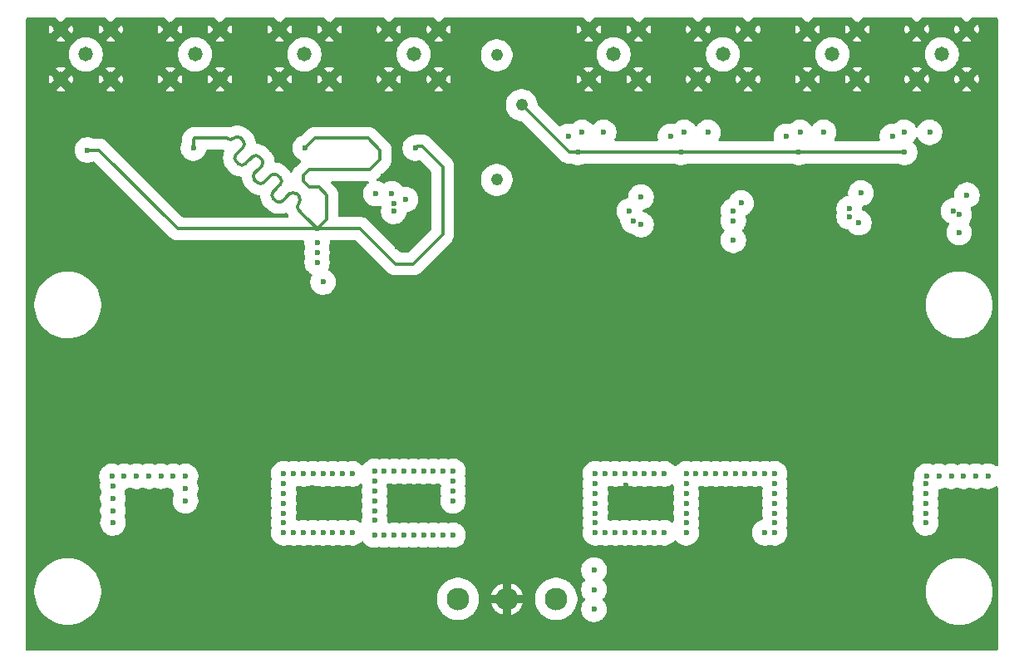
<source format=gbr>
%TF.GenerationSoftware,KiCad,Pcbnew,9.0.0*%
%TF.CreationDate,2025-03-12T11:47:34+01:00*%
%TF.ProjectId,zdc_fifo_test,7a64635f-6669-4666-9f5f-746573742e6b,rev?*%
%TF.SameCoordinates,Original*%
%TF.FileFunction,Copper,L6,Bot*%
%TF.FilePolarity,Positive*%
%FSLAX46Y46*%
G04 Gerber Fmt 4.6, Leading zero omitted, Abs format (unit mm)*
G04 Created by KiCad (PCBNEW 9.0.0) date 2025-03-12 11:47:34*
%MOMM*%
%LPD*%
G01*
G04 APERTURE LIST*
%TA.AperFunction,ComponentPad*%
%ADD10C,1.473200*%
%TD*%
%TA.AperFunction,ComponentPad*%
%ADD11C,2.300000*%
%TD*%
%TA.AperFunction,ComponentPad*%
%ADD12C,1.240000*%
%TD*%
%TA.AperFunction,ViaPad*%
%ADD13C,0.600000*%
%TD*%
%TA.AperFunction,Conductor*%
%ADD14C,0.335300*%
%TD*%
G04 APERTURE END LIST*
D10*
%TO.P,J1,1,1*%
%TO.N,Net-(J1-Pad1)*%
X159830960Y-110250000D03*
%TO.P,J1,2,2*%
%TO.N,GND*%
X157290960Y-107710000D03*
%TO.P,J1,3,3*%
X157290960Y-112790000D03*
%TO.P,J1,4,4*%
X162370960Y-112790000D03*
%TO.P,J1,5,5*%
X162370960Y-107710000D03*
%TD*%
%TO.P,J2,1,1*%
%TO.N,Net-(J2-Pad1)*%
X170970640Y-110250000D03*
%TO.P,J2,2,2*%
%TO.N,GND*%
X168430640Y-107710000D03*
%TO.P,J2,3,3*%
X168430640Y-112790000D03*
%TO.P,J2,4,4*%
X173510640Y-112790000D03*
%TO.P,J2,5,5*%
X173510640Y-107710000D03*
%TD*%
D11*
%TO.P,U1,1,1*%
%TO.N,+12V_NIM*%
X207750000Y-165750000D03*
%TO.P,U1,2,2*%
%TO.N,GND*%
X202750000Y-165750000D03*
%TO.P,U1,3,3*%
%TO.N,-12V_NIM*%
X197750000Y-165750000D03*
%TD*%
D10*
%TO.P,J6,1,1*%
%TO.N,Net-(J6-Pad1)*%
X224750000Y-110250000D03*
%TO.P,J6,2,2*%
%TO.N,GND*%
X222210000Y-107710000D03*
%TO.P,J6,3,3*%
X222210000Y-112790000D03*
%TO.P,J6,4,4*%
X227290000Y-112790000D03*
%TO.P,J6,5,5*%
X227290000Y-107710000D03*
%TD*%
D12*
%TO.P,VR2,1,CCW*%
%TO.N,-5V_stg2*%
X201708620Y-123038500D03*
%TO.P,VR2,2,WIPER*%
%TO.N,Net-(VR2-WIPER)*%
X204248620Y-115418500D03*
%TO.P,VR2,3,CW*%
%TO.N,+5V_stg2*%
X201708620Y-110338500D03*
%TD*%
D10*
%TO.P,J7,1,1*%
%TO.N,Net-(J7-Pad1)*%
X235889680Y-110250000D03*
%TO.P,J7,2,2*%
%TO.N,GND*%
X233349680Y-107710000D03*
%TO.P,J7,3,3*%
X233349680Y-112790000D03*
%TO.P,J7,4,4*%
X238429680Y-112790000D03*
%TO.P,J7,5,5*%
X238429680Y-107710000D03*
%TD*%
%TO.P,J4,1,1*%
%TO.N,Net-(J4-Pad1)*%
X193250000Y-110250000D03*
%TO.P,J4,2,2*%
%TO.N,GND*%
X190710000Y-107710000D03*
%TO.P,J4,3,3*%
X190710000Y-112790000D03*
%TO.P,J4,4,4*%
X195790000Y-112790000D03*
%TO.P,J4,5,5*%
X195790000Y-107710000D03*
%TD*%
%TO.P,J5,1,1*%
%TO.N,Net-(J5-Pad1)*%
X213610320Y-110250000D03*
%TO.P,J5,2,2*%
%TO.N,GND*%
X211070320Y-107710000D03*
%TO.P,J5,3,3*%
X211070320Y-112790000D03*
%TO.P,J5,4,4*%
X216150320Y-112790000D03*
%TO.P,J5,5,5*%
X216150320Y-107710000D03*
%TD*%
%TO.P,J3,1,1*%
%TO.N,Net-(J3-Pad1)*%
X182110320Y-110250000D03*
%TO.P,J3,2,2*%
%TO.N,GND*%
X179570320Y-107710000D03*
%TO.P,J3,3,3*%
X179570320Y-112790000D03*
%TO.P,J3,4,4*%
X184650320Y-112790000D03*
%TO.P,J3,5,5*%
X184650320Y-107710000D03*
%TD*%
%TO.P,J8,1,1*%
%TO.N,Net-(J8-Pad1)*%
X247029360Y-110250000D03*
%TO.P,J8,2,2*%
%TO.N,GND*%
X244489360Y-107710000D03*
%TO.P,J8,3,3*%
X244489360Y-112790000D03*
%TO.P,J8,4,4*%
X249569360Y-112790000D03*
%TO.P,J8,5,5*%
X249569360Y-107710000D03*
%TD*%
D13*
%TO.N,GND*%
X199000000Y-150600000D03*
X196200000Y-147000000D03*
X203200000Y-144600000D03*
X221400000Y-143800000D03*
X218800000Y-126600000D03*
X220200000Y-142600000D03*
X210200000Y-150800000D03*
X180200000Y-144600000D03*
X173600000Y-115600000D03*
X220200000Y-143800000D03*
X222600000Y-146800000D03*
X185800000Y-131450000D03*
X220200000Y-146800000D03*
X207600000Y-141200000D03*
X202000000Y-147000000D03*
X191000000Y-142600000D03*
X222600000Y-142600000D03*
X211800000Y-150800000D03*
X207600000Y-149600000D03*
X192200000Y-142600000D03*
X207600000Y-143600000D03*
X209000000Y-148400000D03*
X199000000Y-148200000D03*
X185800000Y-130450000D03*
X223800000Y-146800000D03*
X214850000Y-154200000D03*
X229200000Y-143400000D03*
X234650000Y-146000000D03*
X221400000Y-116400000D03*
X202000000Y-148200000D03*
X192200000Y-148400000D03*
X202000000Y-144600000D03*
X203200000Y-150600000D03*
X218200000Y-125400000D03*
X199000000Y-145800000D03*
X231200000Y-115200000D03*
X200200000Y-144600000D03*
X189800000Y-148400000D03*
X194750000Y-156000000D03*
X202000000Y-149400000D03*
X223800000Y-143800000D03*
X211000000Y-116400000D03*
X207600000Y-144800000D03*
X209000000Y-115400000D03*
X221400000Y-145600000D03*
X181400000Y-149400000D03*
X190150000Y-164200000D03*
X206400000Y-147200000D03*
X229000000Y-122000000D03*
X210200000Y-148400000D03*
X203200000Y-143400000D03*
X211800000Y-146000000D03*
X176000000Y-124400000D03*
X219000000Y-145600000D03*
X234200000Y-116400000D03*
X206400000Y-143600000D03*
X211800000Y-144800000D03*
X215600000Y-164790000D03*
X192200000Y-143800000D03*
X203200000Y-145800000D03*
X228000000Y-144600000D03*
X250270000Y-154750000D03*
X240200000Y-153400000D03*
X197400000Y-145800000D03*
X206400000Y-149600000D03*
X192400000Y-121650000D03*
X219000000Y-142600000D03*
X228000000Y-149400000D03*
X211800000Y-141200000D03*
X235037500Y-144150000D03*
X196200000Y-144600000D03*
X228000000Y-147000000D03*
X209000000Y-149600000D03*
X209000000Y-144800000D03*
X213000000Y-150800000D03*
X157400000Y-157000000D03*
X199000000Y-147000000D03*
X227800000Y-157500000D03*
X210200000Y-149600000D03*
X189800000Y-142600000D03*
X187400000Y-148400000D03*
X223800000Y-145600000D03*
X222600000Y-148400000D03*
X180200000Y-150600000D03*
X229200000Y-150600000D03*
X186200000Y-143800000D03*
X185000000Y-143800000D03*
X216600000Y-146800000D03*
X181400000Y-145800000D03*
X180200000Y-147000000D03*
X196200000Y-141000000D03*
X219000000Y-148400000D03*
X200200000Y-149400000D03*
X162600000Y-115600000D03*
X158600000Y-158400000D03*
X217800000Y-146800000D03*
X196200000Y-150600000D03*
X240200000Y-155800000D03*
X167895000Y-154750000D03*
X188600000Y-146800000D03*
X200200000Y-142200000D03*
X216600000Y-148400000D03*
X200200000Y-143400000D03*
X196200000Y-145800000D03*
X252000000Y-157250000D03*
X206400000Y-148400000D03*
X219000000Y-146800000D03*
X210200000Y-141200000D03*
X228200000Y-127200000D03*
X188600000Y-143800000D03*
X203200000Y-147000000D03*
X229200000Y-148200000D03*
X213000000Y-147200000D03*
X221400000Y-142600000D03*
X212000000Y-116400000D03*
X188600000Y-145600000D03*
X210200000Y-144800000D03*
X187400000Y-142600000D03*
X185600000Y-133450000D03*
X207600000Y-148400000D03*
X229200000Y-145800000D03*
X197400000Y-148200000D03*
X197400000Y-142200000D03*
X241000000Y-122000000D03*
X217800000Y-145600000D03*
X210200000Y-146000000D03*
X186200000Y-146800000D03*
X197400000Y-149400000D03*
X211800000Y-147200000D03*
X158600000Y-153400000D03*
X213000000Y-144800000D03*
X199000000Y-141000000D03*
X209000000Y-142400000D03*
X242000000Y-127400000D03*
X206400000Y-144800000D03*
X202000000Y-150600000D03*
X215600000Y-162800000D03*
X199000000Y-142200000D03*
X197400000Y-143400000D03*
X180200000Y-145800000D03*
X229200000Y-141000000D03*
X180200000Y-148200000D03*
X203200000Y-149400000D03*
X169250000Y-157250000D03*
X199000000Y-143400000D03*
X181400000Y-142200000D03*
X229200000Y-147000000D03*
X211800000Y-149600000D03*
X228000000Y-141000000D03*
X188600000Y-148400000D03*
X200200000Y-147000000D03*
X216600000Y-145600000D03*
X222600000Y-145600000D03*
X185000000Y-146800000D03*
X182950000Y-154400000D03*
X245000000Y-116400000D03*
X196200000Y-148200000D03*
X213000000Y-148400000D03*
X209000000Y-147200000D03*
X190130000Y-122700000D03*
X189800000Y-146800000D03*
X217800000Y-142600000D03*
X229200000Y-149400000D03*
X210200000Y-147200000D03*
X186200000Y-148400000D03*
X202000000Y-141000000D03*
X185000000Y-145600000D03*
X203200000Y-142200000D03*
X189800000Y-143800000D03*
X211800000Y-148400000D03*
X192200000Y-146800000D03*
X226270000Y-155000000D03*
X209000000Y-150800000D03*
X181400000Y-147000000D03*
X180200000Y-143400000D03*
X220200000Y-145600000D03*
X157400000Y-158400000D03*
X202000000Y-143400000D03*
X159800000Y-153400000D03*
X187400000Y-143800000D03*
X233200000Y-116400000D03*
X206400000Y-141200000D03*
X241400000Y-153400000D03*
X223800000Y-142600000D03*
X228200000Y-128400000D03*
X180200000Y-141000000D03*
X186200000Y-142600000D03*
X197400000Y-147000000D03*
X219000000Y-143800000D03*
X180200000Y-149400000D03*
X190150000Y-168180000D03*
X170283750Y-143250000D03*
X191000000Y-148400000D03*
X189800000Y-145600000D03*
X218600000Y-122000000D03*
X222600000Y-143800000D03*
X200200000Y-148200000D03*
X211800000Y-143600000D03*
X180200000Y-142200000D03*
X216600000Y-143800000D03*
X206400000Y-146000000D03*
X217800000Y-143800000D03*
X219400000Y-115400000D03*
X240600000Y-126200000D03*
X200200000Y-145800000D03*
X197400000Y-141000000D03*
X228000000Y-143400000D03*
X228000000Y-150600000D03*
X199000000Y-144600000D03*
X182000000Y-155600000D03*
X191600000Y-129850000D03*
X191000000Y-145600000D03*
X196200000Y-143400000D03*
X206400000Y-150800000D03*
X250270000Y-155750000D03*
X200200000Y-141000000D03*
X235912500Y-143000000D03*
X213000000Y-146000000D03*
X220200000Y-148400000D03*
X196200000Y-142200000D03*
X191000000Y-146800000D03*
X221400000Y-146800000D03*
X216600000Y-142600000D03*
X240200000Y-158400000D03*
X157400000Y-154600000D03*
X196250000Y-157500000D03*
X251400000Y-125400000D03*
X196200000Y-115600000D03*
X251400000Y-127600000D03*
X211800000Y-142400000D03*
X202000000Y-142200000D03*
X213250000Y-157400000D03*
X185000000Y-148400000D03*
X203200000Y-141000000D03*
X194750000Y-155000000D03*
X223800000Y-148400000D03*
X217800000Y-148400000D03*
X196200000Y-149400000D03*
X215600000Y-166780000D03*
X209000000Y-143600000D03*
X181512500Y-157400000D03*
X171783750Y-146400000D03*
X210200000Y-143600000D03*
X197400000Y-144600000D03*
X181400000Y-144600000D03*
X228000000Y-142200000D03*
X200200000Y-150600000D03*
X187400000Y-146800000D03*
X213000000Y-149600000D03*
X242600000Y-153400000D03*
X181400000Y-148200000D03*
X191200000Y-122050000D03*
X229200000Y-144600000D03*
X252000000Y-121800000D03*
X199000000Y-149400000D03*
X222400000Y-116400000D03*
X190150000Y-166190000D03*
X185000000Y-142600000D03*
X221400000Y-148400000D03*
X228200000Y-126200000D03*
X181400000Y-150600000D03*
X171312500Y-144600000D03*
X241400000Y-158400000D03*
X217600000Y-126400000D03*
X181400000Y-143400000D03*
X202000000Y-145800000D03*
X213600000Y-155400000D03*
X186200000Y-145600000D03*
X213000000Y-143600000D03*
X167895000Y-155750000D03*
X209000000Y-146000000D03*
X206400000Y-142400000D03*
X207600000Y-150800000D03*
X188600000Y-142600000D03*
X207600000Y-142400000D03*
X210200000Y-142400000D03*
X203200000Y-148200000D03*
X226270000Y-156000000D03*
X197400000Y-150600000D03*
X251200000Y-126400000D03*
X240200000Y-157000000D03*
X209000000Y-141200000D03*
X244000000Y-116400000D03*
X228000000Y-148200000D03*
X240400000Y-125200000D03*
X187400000Y-145600000D03*
X184800000Y-115600000D03*
X181400000Y-141000000D03*
X240200000Y-154600000D03*
X157400000Y-155800000D03*
X207600000Y-146000000D03*
X213000000Y-142400000D03*
X213000000Y-141200000D03*
X228000000Y-145800000D03*
X242000000Y-115200000D03*
X229200000Y-142200000D03*
X157400000Y-153400000D03*
X192200000Y-145600000D03*
X191000000Y-143800000D03*
X207600000Y-147200000D03*
%TO.N,+12V_NIM*%
X217750000Y-159000000D03*
X211600000Y-162800000D03*
X213750000Y-153000000D03*
X181000000Y-153000000D03*
X211600000Y-164790000D03*
X216750000Y-153000000D03*
X218750000Y-159000000D03*
X211750000Y-153000000D03*
X180000000Y-158000000D03*
X211750000Y-158000000D03*
X181000000Y-159000000D03*
X214750000Y-159000000D03*
X180000000Y-155000000D03*
X216750000Y-159000000D03*
X183000000Y-159000000D03*
X211750000Y-154000000D03*
X184000000Y-153000000D03*
X180000000Y-157000000D03*
X185000000Y-153000000D03*
X183000000Y-153000000D03*
X215750000Y-159000000D03*
X186000000Y-153000000D03*
X182000000Y-153000000D03*
X185000000Y-159000000D03*
X180000000Y-154000000D03*
X180000000Y-153000000D03*
X214750000Y-153000000D03*
X212750000Y-153000000D03*
X211750000Y-157000000D03*
X213750000Y-159000000D03*
X218750000Y-153000000D03*
X182000000Y-159000000D03*
X215750000Y-153000000D03*
X217750000Y-153000000D03*
X180000000Y-159000000D03*
X187000000Y-159000000D03*
X184000000Y-159000000D03*
X211750000Y-159000000D03*
X186000000Y-159000000D03*
X212750000Y-159000000D03*
X180000000Y-156000000D03*
X187000000Y-153000000D03*
X211600000Y-166800000D03*
X211750000Y-155000000D03*
X211750000Y-156000000D03*
%TO.N,-5V_stg1*%
X163750000Y-153250000D03*
X165000000Y-153250000D03*
X162600000Y-158000000D03*
X170000000Y-153250000D03*
X162600000Y-154250000D03*
X184000000Y-133450000D03*
X170000000Y-154500000D03*
X183400000Y-131450000D03*
X183400000Y-129450000D03*
X162600000Y-155500000D03*
X162600000Y-156750000D03*
X170000000Y-155750000D03*
X162500000Y-153250000D03*
X166250000Y-153250000D03*
X167500000Y-153250000D03*
X183400000Y-130450000D03*
X168750000Y-153250000D03*
%TO.N,+5V_stg1*%
X190250000Y-152750000D03*
X192250000Y-152750000D03*
X191200000Y-125450000D03*
X195250000Y-152750000D03*
X189250000Y-155750000D03*
X197250000Y-153750000D03*
X189400000Y-124450000D03*
X194250000Y-152750000D03*
X189250000Y-153750000D03*
X191000000Y-124450000D03*
X191200000Y-126250000D03*
X196250000Y-152750000D03*
X196250000Y-159250000D03*
X192250000Y-159250000D03*
X197250000Y-152750000D03*
X189250000Y-156750000D03*
X189250000Y-157750000D03*
X193250000Y-159250000D03*
X191250000Y-152750000D03*
X192400000Y-125050000D03*
X193250000Y-152750000D03*
X194250000Y-159250000D03*
X189250000Y-152750000D03*
X190250000Y-159250000D03*
X197250000Y-159250000D03*
X191250000Y-159250000D03*
X189250000Y-159250000D03*
X197250000Y-154750000D03*
X197250000Y-155750000D03*
X189250000Y-154750000D03*
X195250000Y-159250000D03*
%TO.N,+5V_stg2*%
X229000000Y-153000000D03*
X223200000Y-118200000D03*
X226000000Y-153000000D03*
X230000000Y-157000000D03*
X212600000Y-118200000D03*
X221000000Y-156000000D03*
X221000000Y-153000000D03*
X230000000Y-154000000D03*
X210400000Y-118200000D03*
X221000000Y-158000000D03*
X222000000Y-153000000D03*
X242000000Y-118600000D03*
X232600000Y-118200000D03*
X221000000Y-154000000D03*
X223000000Y-153000000D03*
X243200000Y-118200000D03*
X245800000Y-118200000D03*
X227000000Y-153000000D03*
X230000000Y-155000000D03*
X230000000Y-153000000D03*
X231200000Y-118600000D03*
X230000000Y-158000000D03*
X228000000Y-153000000D03*
X220800000Y-118200000D03*
X235000000Y-118200000D03*
X230000000Y-156000000D03*
X221000000Y-159000000D03*
X219400000Y-118600000D03*
X221000000Y-157000000D03*
X229000000Y-159000000D03*
X224000000Y-153000000D03*
X230000000Y-159000000D03*
X209000000Y-118600000D03*
X225000000Y-153000000D03*
X221000000Y-155000000D03*
%TO.N,-5V_stg2*%
X250500000Y-153250000D03*
X225800000Y-126200000D03*
X225800000Y-127200000D03*
X248000000Y-153250000D03*
X216400000Y-127600000D03*
X226600000Y-125400000D03*
X245400000Y-156000000D03*
X225800000Y-129200000D03*
X249600000Y-124600000D03*
X248200000Y-126200000D03*
X245400000Y-155000000D03*
X245400000Y-158000000D03*
X246750000Y-153250000D03*
X245500000Y-153250000D03*
X237600000Y-126800000D03*
X216400000Y-124800000D03*
X245400000Y-157000000D03*
X238800000Y-124400000D03*
X248800000Y-126600000D03*
X248800000Y-128400000D03*
X238600000Y-127400000D03*
X215600000Y-127200000D03*
X245400000Y-154000000D03*
X215200000Y-126200000D03*
X237600000Y-126000000D03*
X249250000Y-153250000D03*
X251750000Y-153250000D03*
%TO.N,Net-(IC1-NONINVERTING_INPUT)*%
X193400000Y-119800000D03*
X183400000Y-128035000D03*
X182200000Y-119800000D03*
X170800000Y-119800000D03*
X160000000Y-120000000D03*
%TO.N,Net-(VR2-WIPER)*%
X243250000Y-120250000D03*
X210000000Y-120250000D03*
X232500000Y-120250000D03*
X220500000Y-120250000D03*
%TD*%
D14*
%TO.N,Net-(IC1-NONINVERTING_INPUT)*%
X193200000Y-131600000D02*
X191400000Y-131600000D01*
X184400000Y-127035000D02*
X183400000Y-128035000D01*
X175147521Y-121161735D02*
X175387937Y-121402151D01*
X161200000Y-120000000D02*
X169235000Y-128035000D01*
X179644718Y-123537611D02*
X179291163Y-123891163D01*
X182600000Y-122000000D02*
X182000000Y-122600000D01*
X182200000Y-119800000D02*
X183200000Y-118800000D01*
X187800000Y-128000000D02*
X183435000Y-128000000D01*
X160000000Y-120000000D02*
X161200000Y-120000000D01*
X176448597Y-121048597D02*
X176802149Y-120695042D01*
X172400000Y-118800000D02*
X173790000Y-118800000D01*
X193600000Y-119600000D02*
X194100000Y-119600000D01*
X175501075Y-120101075D02*
X175147521Y-120454628D01*
X196200000Y-128600000D02*
X193200000Y-131600000D01*
X179885132Y-125192239D02*
X180238685Y-124838685D01*
X175854629Y-119747524D02*
X175501074Y-120101076D01*
X181780177Y-126380177D02*
X182200000Y-126800000D01*
X182000000Y-123200000D02*
X182600000Y-123800000D01*
X177990088Y-123297195D02*
X178343641Y-122943641D01*
X179291163Y-123891163D02*
X178937609Y-124244716D01*
X188800000Y-122000000D02*
X182600000Y-122000000D01*
X196200000Y-121700000D02*
X196200000Y-128600000D01*
X181299345Y-124485131D02*
X181539761Y-124725547D01*
X183435000Y-128000000D02*
X183400000Y-128035000D01*
X194100000Y-119600000D02*
X196200000Y-121700000D01*
X184400000Y-124600000D02*
X184400000Y-127035000D01*
X176095044Y-121402151D02*
X176448597Y-121048597D01*
X191400000Y-131600000D02*
X187800000Y-128000000D01*
X193400000Y-119800000D02*
X193600000Y-119600000D01*
X188600000Y-118800000D02*
X189800000Y-120000000D01*
X189800000Y-121000000D02*
X188800000Y-122000000D01*
X183400000Y-128000000D02*
X183400000Y-128035000D01*
X170800000Y-118950000D02*
X170950000Y-118800000D01*
X177042565Y-123056779D02*
X177282981Y-123297195D01*
X182600000Y-123800000D02*
X183600000Y-123800000D01*
X183200000Y-118800000D02*
X188600000Y-118800000D01*
X189800000Y-120000000D02*
X189800000Y-121000000D01*
X169235000Y-128035000D02*
X183400000Y-128035000D01*
X175501074Y-120101076D02*
X175501075Y-120101075D01*
X179404301Y-122590087D02*
X179644717Y-122830503D01*
X178343641Y-122943641D02*
X178697193Y-122590086D01*
X182200000Y-126800000D02*
X183400000Y-128000000D01*
X175614212Y-118800000D02*
X175854628Y-119040416D01*
X177396119Y-121996119D02*
X177042565Y-122349672D01*
X170950000Y-118800000D02*
X172400000Y-118800000D01*
X180238685Y-124838685D02*
X180592237Y-124485130D01*
X181539762Y-126139761D02*
X181780177Y-126380177D01*
X183600000Y-123800000D02*
X184400000Y-124600000D01*
X170800000Y-119800000D02*
X170800000Y-118950000D01*
X177749674Y-121642567D02*
X177396119Y-121996119D01*
X177509257Y-120695043D02*
X177749673Y-120935459D01*
X178937609Y-124951823D02*
X179178025Y-125192239D01*
X182000000Y-122600000D02*
X182000000Y-123200000D01*
X173790000Y-118800000D02*
X174200000Y-118800000D01*
X177749673Y-120935459D02*
G75*
G02*
X177749661Y-121642554I-353573J-353541D01*
G01*
X174200000Y-118800000D02*
G75*
G03*
X174907106Y-118800000I353553J353551D01*
G01*
X181539761Y-124725547D02*
G75*
G02*
X181539760Y-125432654I-353561J-353553D01*
G01*
X181539762Y-125432655D02*
G75*
G03*
X181539770Y-126139753I353538J-353545D01*
G01*
X180592237Y-124485130D02*
G75*
G02*
X181299354Y-124485121I353563J-353570D01*
G01*
X178697193Y-122590086D02*
G75*
G02*
X179404254Y-122590133I353507J-353514D01*
G01*
X177042565Y-122349672D02*
G75*
G03*
X177042590Y-123056753I353535J-353528D01*
G01*
X175147521Y-120454628D02*
G75*
G03*
X175147502Y-121161753I353579J-353572D01*
G01*
X174907106Y-118800000D02*
G75*
G02*
X175614212Y-118800000I353553J-353558D01*
G01*
X179178025Y-125192239D02*
G75*
G03*
X179885132Y-125192240I353554J353556D01*
G01*
X176802149Y-120695042D02*
G75*
G02*
X177509255Y-120695045I353551J-353558D01*
G01*
X178937609Y-124244716D02*
G75*
G03*
X178937578Y-124951853I353591J-353584D01*
G01*
X179644717Y-122830503D02*
G75*
G02*
X179644761Y-123537654I-353517J-353597D01*
G01*
X175387937Y-121402151D02*
G75*
G03*
X176095044Y-121402152I353554J353556D01*
G01*
X177282981Y-123297195D02*
G75*
G03*
X177990088Y-123297196I353554J353556D01*
G01*
X175854628Y-119040416D02*
G75*
G02*
X175854659Y-119747554I-353528J-353584D01*
G01*
%TO.N,Net-(VR2-WIPER)*%
X220500000Y-120250000D02*
X232500000Y-120250000D01*
X243250000Y-120250000D02*
X232500000Y-120250000D01*
X210000000Y-120250000D02*
X220500000Y-120250000D01*
X210000000Y-120250000D02*
X209080120Y-120250000D01*
X209080120Y-120250000D02*
X204248620Y-115418500D01*
%TD*%
%TA.AperFunction,Conductor*%
%TO.N,GND*%
G36*
X187935210Y-154017636D02*
G01*
X187983905Y-154067742D01*
X187992166Y-154087291D01*
X188032583Y-154211681D01*
X188034578Y-154281522D01*
X188032583Y-154288317D01*
X187981523Y-154445461D01*
X187981523Y-154445464D01*
X187953150Y-154624604D01*
X187949500Y-154647648D01*
X187949500Y-154852352D01*
X187951226Y-154863248D01*
X187981523Y-155054535D01*
X187981523Y-155054538D01*
X188032583Y-155211682D01*
X188034578Y-155281523D01*
X188032583Y-155288318D01*
X187981523Y-155445461D01*
X187981523Y-155445464D01*
X187949500Y-155647648D01*
X187949500Y-155852351D01*
X187981523Y-156054535D01*
X187981523Y-156054538D01*
X188032583Y-156211682D01*
X188034578Y-156281523D01*
X188032583Y-156288318D01*
X187981523Y-156445461D01*
X187981523Y-156445464D01*
X187949500Y-156647648D01*
X187949500Y-156852351D01*
X187981523Y-157054535D01*
X187981523Y-157054538D01*
X188032583Y-157211682D01*
X188034578Y-157281523D01*
X188032583Y-157288318D01*
X187981523Y-157445461D01*
X187981523Y-157445464D01*
X187949500Y-157647648D01*
X187949500Y-157838981D01*
X187929815Y-157906020D01*
X187877011Y-157951775D01*
X187807853Y-157961719D01*
X187752616Y-157939300D01*
X187681612Y-157887714D01*
X187499223Y-157794781D01*
X187304534Y-157731522D01*
X187122972Y-157702766D01*
X187102352Y-157699500D01*
X186897648Y-157699500D01*
X186877028Y-157702766D01*
X186695464Y-157731523D01*
X186695461Y-157731523D01*
X186538318Y-157782583D01*
X186468477Y-157784578D01*
X186461682Y-157782583D01*
X186304536Y-157731523D01*
X186122972Y-157702766D01*
X186102352Y-157699500D01*
X185897648Y-157699500D01*
X185877028Y-157702766D01*
X185695464Y-157731523D01*
X185695461Y-157731523D01*
X185538318Y-157782583D01*
X185468477Y-157784578D01*
X185461682Y-157782583D01*
X185304536Y-157731523D01*
X185122972Y-157702766D01*
X185102352Y-157699500D01*
X184897648Y-157699500D01*
X184877028Y-157702766D01*
X184695464Y-157731523D01*
X184695461Y-157731523D01*
X184538318Y-157782583D01*
X184468477Y-157784578D01*
X184461682Y-157782583D01*
X184304536Y-157731523D01*
X184122972Y-157702766D01*
X184102352Y-157699500D01*
X183897648Y-157699500D01*
X183877028Y-157702766D01*
X183695464Y-157731523D01*
X183695461Y-157731523D01*
X183538318Y-157782583D01*
X183468477Y-157784578D01*
X183461682Y-157782583D01*
X183304536Y-157731523D01*
X183122972Y-157702766D01*
X183102352Y-157699500D01*
X182897648Y-157699500D01*
X182877028Y-157702766D01*
X182695464Y-157731523D01*
X182695461Y-157731523D01*
X182538318Y-157782583D01*
X182468477Y-157784578D01*
X182461682Y-157782583D01*
X182304536Y-157731523D01*
X182122972Y-157702766D01*
X182102352Y-157699500D01*
X181897648Y-157699500D01*
X181877028Y-157702766D01*
X181695464Y-157731523D01*
X181695461Y-157731523D01*
X181538317Y-157782583D01*
X181517040Y-157783190D01*
X181496458Y-157788601D01*
X181472539Y-157784461D01*
X181468476Y-157784578D01*
X181461681Y-157782583D01*
X181337408Y-157742204D01*
X181279732Y-157702766D01*
X181257795Y-157662591D01*
X181252940Y-157647648D01*
X181217415Y-157538316D01*
X181215421Y-157468477D01*
X181217408Y-157461707D01*
X181268477Y-157304534D01*
X181300500Y-157102352D01*
X181300500Y-156897648D01*
X181268477Y-156695466D01*
X181268476Y-156695464D01*
X181252940Y-156647648D01*
X181217415Y-156538316D01*
X181215421Y-156468478D01*
X181217408Y-156461707D01*
X181268477Y-156304534D01*
X181300500Y-156102352D01*
X181300500Y-155897648D01*
X181268477Y-155695466D01*
X181268476Y-155695464D01*
X181238222Y-155602351D01*
X181217415Y-155538316D01*
X181215421Y-155468478D01*
X181217408Y-155461707D01*
X181268477Y-155304534D01*
X181300500Y-155102352D01*
X181300500Y-154897648D01*
X181295196Y-154864158D01*
X181268477Y-154695465D01*
X181248095Y-154632737D01*
X181217415Y-154538316D01*
X181216808Y-154517041D01*
X181211398Y-154496459D01*
X181215537Y-154472540D01*
X181215421Y-154468478D01*
X181217411Y-154461698D01*
X181257796Y-154337406D01*
X181297232Y-154279732D01*
X181337405Y-154257796D01*
X181461683Y-154217415D01*
X181531523Y-154215421D01*
X181538292Y-154217408D01*
X181641348Y-154250893D01*
X181695465Y-154268477D01*
X181796557Y-154284488D01*
X181897648Y-154300500D01*
X181897649Y-154300500D01*
X182102351Y-154300500D01*
X182102352Y-154300500D01*
X182304534Y-154268477D01*
X182461683Y-154217415D01*
X182531522Y-154215421D01*
X182538292Y-154217408D01*
X182641348Y-154250893D01*
X182695465Y-154268477D01*
X182796557Y-154284488D01*
X182897648Y-154300500D01*
X182897649Y-154300500D01*
X183102351Y-154300500D01*
X183102352Y-154300500D01*
X183304534Y-154268477D01*
X183461683Y-154217415D01*
X183531522Y-154215421D01*
X183538292Y-154217408D01*
X183641348Y-154250893D01*
X183695465Y-154268477D01*
X183796557Y-154284488D01*
X183897648Y-154300500D01*
X183897649Y-154300500D01*
X184102351Y-154300500D01*
X184102352Y-154300500D01*
X184304534Y-154268477D01*
X184461683Y-154217415D01*
X184531522Y-154215421D01*
X184538292Y-154217408D01*
X184641348Y-154250893D01*
X184695465Y-154268477D01*
X184796557Y-154284488D01*
X184897648Y-154300500D01*
X184897649Y-154300500D01*
X185102351Y-154300500D01*
X185102352Y-154300500D01*
X185304534Y-154268477D01*
X185461683Y-154217415D01*
X185531522Y-154215421D01*
X185538292Y-154217408D01*
X185641348Y-154250893D01*
X185695465Y-154268477D01*
X185796557Y-154284488D01*
X185897648Y-154300500D01*
X185897649Y-154300500D01*
X186102351Y-154300500D01*
X186102352Y-154300500D01*
X186304534Y-154268477D01*
X186461683Y-154217415D01*
X186531522Y-154215421D01*
X186538292Y-154217408D01*
X186641348Y-154250893D01*
X186695465Y-154268477D01*
X186796557Y-154284488D01*
X186897648Y-154300500D01*
X186897649Y-154300500D01*
X187102351Y-154300500D01*
X187102352Y-154300500D01*
X187304534Y-154268477D01*
X187499219Y-154205220D01*
X187681610Y-154112287D01*
X187801352Y-154025289D01*
X187867156Y-154001811D01*
X187935210Y-154017636D01*
G37*
%TD.AperFunction*%
%TA.AperFunction,Conductor*%
G36*
X219643422Y-154047997D02*
G01*
X219692117Y-154098103D01*
X219704920Y-154136572D01*
X219731523Y-154304535D01*
X219731523Y-154304538D01*
X219782583Y-154461682D01*
X219784578Y-154531523D01*
X219782583Y-154538318D01*
X219731523Y-154695461D01*
X219731523Y-154695464D01*
X219704804Y-154864158D01*
X219699500Y-154897648D01*
X219699500Y-155102352D01*
X219703087Y-155125000D01*
X219731523Y-155304535D01*
X219731523Y-155304538D01*
X219782583Y-155461682D01*
X219784578Y-155531523D01*
X219782583Y-155538318D01*
X219731523Y-155695461D01*
X219731523Y-155695464D01*
X219731523Y-155695465D01*
X219731523Y-155695466D01*
X219699500Y-155897648D01*
X219699500Y-156102352D01*
X219703087Y-156125000D01*
X219731523Y-156304535D01*
X219731523Y-156304538D01*
X219782583Y-156461682D01*
X219784578Y-156531523D01*
X219782583Y-156538318D01*
X219731523Y-156695461D01*
X219731523Y-156695464D01*
X219699500Y-156897648D01*
X219699500Y-157102351D01*
X219731523Y-157304535D01*
X219731523Y-157304538D01*
X219782583Y-157461682D01*
X219784578Y-157531523D01*
X219782583Y-157538318D01*
X219731523Y-157695461D01*
X219731523Y-157695464D01*
X219704920Y-157863427D01*
X219674991Y-157926562D01*
X219615679Y-157963493D01*
X219545816Y-157962495D01*
X219509562Y-157944348D01*
X219431609Y-157887712D01*
X219249223Y-157794781D01*
X219054534Y-157731522D01*
X218872972Y-157702766D01*
X218852352Y-157699500D01*
X218647648Y-157699500D01*
X218627028Y-157702766D01*
X218445464Y-157731523D01*
X218445461Y-157731523D01*
X218288318Y-157782583D01*
X218218477Y-157784578D01*
X218211682Y-157782583D01*
X218054536Y-157731523D01*
X217872972Y-157702766D01*
X217852352Y-157699500D01*
X217647648Y-157699500D01*
X217627028Y-157702766D01*
X217445464Y-157731523D01*
X217445461Y-157731523D01*
X217288318Y-157782583D01*
X217218477Y-157784578D01*
X217211682Y-157782583D01*
X217054536Y-157731523D01*
X216872972Y-157702766D01*
X216852352Y-157699500D01*
X216647648Y-157699500D01*
X216627028Y-157702766D01*
X216445464Y-157731523D01*
X216445461Y-157731523D01*
X216288318Y-157782583D01*
X216218477Y-157784578D01*
X216211682Y-157782583D01*
X216054536Y-157731523D01*
X215872972Y-157702766D01*
X215852352Y-157699500D01*
X215647648Y-157699500D01*
X215627028Y-157702766D01*
X215445464Y-157731523D01*
X215445461Y-157731523D01*
X215288318Y-157782583D01*
X215218477Y-157784578D01*
X215211682Y-157782583D01*
X215054536Y-157731523D01*
X214872972Y-157702766D01*
X214852352Y-157699500D01*
X214647648Y-157699500D01*
X214627028Y-157702766D01*
X214445464Y-157731523D01*
X214445461Y-157731523D01*
X214288318Y-157782583D01*
X214218477Y-157784578D01*
X214211682Y-157782583D01*
X214054536Y-157731523D01*
X213872972Y-157702766D01*
X213852352Y-157699500D01*
X213647648Y-157699500D01*
X213627028Y-157702766D01*
X213445464Y-157731523D01*
X213445461Y-157731523D01*
X213288317Y-157782583D01*
X213267040Y-157783190D01*
X213246458Y-157788601D01*
X213222539Y-157784461D01*
X213218476Y-157784578D01*
X213211681Y-157782583D01*
X213087408Y-157742204D01*
X213029732Y-157702766D01*
X213007795Y-157662591D01*
X213002940Y-157647648D01*
X212967415Y-157538316D01*
X212965421Y-157468477D01*
X212967408Y-157461707D01*
X213018477Y-157304534D01*
X213050500Y-157102352D01*
X213050500Y-156897648D01*
X213018477Y-156695466D01*
X213018476Y-156695464D01*
X213002940Y-156647648D01*
X212967415Y-156538316D01*
X212965421Y-156468478D01*
X212967408Y-156461707D01*
X213018477Y-156304534D01*
X213050500Y-156102352D01*
X213050500Y-155897648D01*
X213018477Y-155695466D01*
X213018476Y-155695464D01*
X212988222Y-155602351D01*
X212967415Y-155538316D01*
X212965421Y-155468478D01*
X212967408Y-155461707D01*
X213018477Y-155304534D01*
X213050500Y-155102352D01*
X213050500Y-154897648D01*
X213045196Y-154864158D01*
X213018477Y-154695465D01*
X212998095Y-154632737D01*
X212967415Y-154538316D01*
X212966808Y-154517041D01*
X212961398Y-154496459D01*
X212965537Y-154472540D01*
X212965421Y-154468478D01*
X212967411Y-154461698D01*
X213007796Y-154337406D01*
X213047232Y-154279732D01*
X213087405Y-154257796D01*
X213211683Y-154217415D01*
X213281523Y-154215421D01*
X213288292Y-154217408D01*
X213391348Y-154250893D01*
X213445465Y-154268477D01*
X213546557Y-154284488D01*
X213647648Y-154300500D01*
X213647649Y-154300500D01*
X213852351Y-154300500D01*
X213852352Y-154300500D01*
X214054534Y-154268477D01*
X214211683Y-154217415D01*
X214281522Y-154215421D01*
X214288292Y-154217408D01*
X214391348Y-154250893D01*
X214445465Y-154268477D01*
X214546557Y-154284488D01*
X214647648Y-154300500D01*
X214647649Y-154300500D01*
X214852351Y-154300500D01*
X214852352Y-154300500D01*
X215054534Y-154268477D01*
X215211683Y-154217415D01*
X215281522Y-154215421D01*
X215288292Y-154217408D01*
X215391348Y-154250893D01*
X215445465Y-154268477D01*
X215546557Y-154284488D01*
X215647648Y-154300500D01*
X215647649Y-154300500D01*
X215852351Y-154300500D01*
X215852352Y-154300500D01*
X216054534Y-154268477D01*
X216211683Y-154217415D01*
X216281522Y-154215421D01*
X216288292Y-154217408D01*
X216391348Y-154250893D01*
X216445465Y-154268477D01*
X216546557Y-154284488D01*
X216647648Y-154300500D01*
X216647649Y-154300500D01*
X216852351Y-154300500D01*
X216852352Y-154300500D01*
X217054534Y-154268477D01*
X217211683Y-154217415D01*
X217281522Y-154215421D01*
X217288292Y-154217408D01*
X217391348Y-154250893D01*
X217445465Y-154268477D01*
X217546557Y-154284488D01*
X217647648Y-154300500D01*
X217647649Y-154300500D01*
X217852351Y-154300500D01*
X217852352Y-154300500D01*
X218054534Y-154268477D01*
X218211683Y-154217415D01*
X218281522Y-154215421D01*
X218288292Y-154217408D01*
X218391348Y-154250893D01*
X218445465Y-154268477D01*
X218546557Y-154284488D01*
X218647648Y-154300500D01*
X218647649Y-154300500D01*
X218852351Y-154300500D01*
X218852352Y-154300500D01*
X219054534Y-154268477D01*
X219249219Y-154205220D01*
X219431610Y-154112287D01*
X219509563Y-154055651D01*
X219575368Y-154032172D01*
X219643422Y-154047997D01*
G37*
%TD.AperFunction*%
%TA.AperFunction,Conductor*%
G36*
X156733532Y-106520185D02*
G01*
X156754174Y-106536819D01*
X157290960Y-107073604D01*
X157290961Y-107073604D01*
X157827744Y-106536819D01*
X157889067Y-106503334D01*
X157915425Y-106500500D01*
X161746493Y-106500500D01*
X161813532Y-106520185D01*
X161834174Y-106536819D01*
X162370960Y-107073604D01*
X162370961Y-107073604D01*
X162907744Y-106536819D01*
X162969067Y-106503334D01*
X162995425Y-106500500D01*
X167806173Y-106500500D01*
X167873212Y-106520185D01*
X167893854Y-106536819D01*
X168430640Y-107073604D01*
X168430641Y-107073604D01*
X168967424Y-106536819D01*
X169028747Y-106503334D01*
X169055105Y-106500500D01*
X172886173Y-106500500D01*
X172953212Y-106520185D01*
X172973854Y-106536819D01*
X173510640Y-107073604D01*
X173510641Y-107073604D01*
X174047424Y-106536819D01*
X174108747Y-106503334D01*
X174135105Y-106500500D01*
X178945853Y-106500500D01*
X179012892Y-106520185D01*
X179033534Y-106536819D01*
X179570320Y-107073604D01*
X179570321Y-107073604D01*
X180107104Y-106536819D01*
X180168427Y-106503334D01*
X180194785Y-106500500D01*
X184025853Y-106500500D01*
X184092892Y-106520185D01*
X184113534Y-106536819D01*
X184650320Y-107073604D01*
X184650321Y-107073604D01*
X185187104Y-106536819D01*
X185248427Y-106503334D01*
X185274785Y-106500500D01*
X190085533Y-106500500D01*
X190152572Y-106520185D01*
X190173214Y-106536819D01*
X190710000Y-107073604D01*
X190710001Y-107073604D01*
X191246784Y-106536819D01*
X191308107Y-106503334D01*
X191334465Y-106500500D01*
X195165533Y-106500500D01*
X195232572Y-106520185D01*
X195253214Y-106536819D01*
X195790000Y-107073604D01*
X195790001Y-107073604D01*
X196326784Y-106536819D01*
X196388107Y-106503334D01*
X196414465Y-106500500D01*
X210445853Y-106500500D01*
X210512892Y-106520185D01*
X210533534Y-106536819D01*
X211070320Y-107073604D01*
X211070321Y-107073604D01*
X211607104Y-106536819D01*
X211668427Y-106503334D01*
X211694785Y-106500500D01*
X215525853Y-106500500D01*
X215592892Y-106520185D01*
X215613534Y-106536819D01*
X216150320Y-107073604D01*
X216150321Y-107073604D01*
X216687104Y-106536819D01*
X216748427Y-106503334D01*
X216774785Y-106500500D01*
X221585533Y-106500500D01*
X221652572Y-106520185D01*
X221673214Y-106536819D01*
X222210000Y-107073604D01*
X222210001Y-107073604D01*
X222746784Y-106536819D01*
X222808107Y-106503334D01*
X222834465Y-106500500D01*
X226665533Y-106500500D01*
X226732572Y-106520185D01*
X226753214Y-106536819D01*
X227290000Y-107073604D01*
X227290001Y-107073604D01*
X227826784Y-106536819D01*
X227888107Y-106503334D01*
X227914465Y-106500500D01*
X232725213Y-106500500D01*
X232792252Y-106520185D01*
X232812894Y-106536819D01*
X233349680Y-107073604D01*
X233349681Y-107073604D01*
X233886464Y-106536819D01*
X233947787Y-106503334D01*
X233974145Y-106500500D01*
X237805213Y-106500500D01*
X237872252Y-106520185D01*
X237892894Y-106536819D01*
X238429680Y-107073604D01*
X238429681Y-107073604D01*
X238966464Y-106536819D01*
X239027787Y-106503334D01*
X239054145Y-106500500D01*
X243864893Y-106500500D01*
X243931932Y-106520185D01*
X243952574Y-106536819D01*
X244489360Y-107073604D01*
X244489361Y-107073604D01*
X245026144Y-106536819D01*
X245087467Y-106503334D01*
X245113825Y-106500500D01*
X248944893Y-106500500D01*
X249011932Y-106520185D01*
X249032574Y-106536819D01*
X249569360Y-107073604D01*
X249569361Y-107073604D01*
X250106144Y-106536819D01*
X250167467Y-106503334D01*
X250193825Y-106500500D01*
X252625500Y-106500500D01*
X252692539Y-106520185D01*
X252738294Y-106572989D01*
X252749500Y-106624500D01*
X252749500Y-152125308D01*
X252729815Y-152192347D01*
X252677011Y-152238102D01*
X252607853Y-152248046D01*
X252552615Y-152225627D01*
X252431609Y-152137712D01*
X252249223Y-152044781D01*
X252054534Y-151981522D01*
X251879995Y-151953878D01*
X251852352Y-151949500D01*
X251647648Y-151949500D01*
X251580254Y-151960174D01*
X251445464Y-151981523D01*
X251445461Y-151981523D01*
X251250781Y-152044779D01*
X251250780Y-152044779D01*
X251181294Y-152080184D01*
X251112625Y-152093080D01*
X251068706Y-152080184D01*
X250999219Y-152044779D01*
X250804536Y-151981523D01*
X250669746Y-151960174D01*
X250602352Y-151949500D01*
X250397648Y-151949500D01*
X250330254Y-151960174D01*
X250195464Y-151981523D01*
X250195461Y-151981523D01*
X250000781Y-152044779D01*
X250000780Y-152044779D01*
X249931294Y-152080184D01*
X249862625Y-152093080D01*
X249818706Y-152080184D01*
X249749219Y-152044779D01*
X249554536Y-151981523D01*
X249419746Y-151960174D01*
X249352352Y-151949500D01*
X249147648Y-151949500D01*
X249080254Y-151960174D01*
X248945464Y-151981523D01*
X248945461Y-151981523D01*
X248750781Y-152044779D01*
X248750780Y-152044779D01*
X248681294Y-152080184D01*
X248612625Y-152093080D01*
X248568706Y-152080184D01*
X248499219Y-152044779D01*
X248304536Y-151981523D01*
X248169746Y-151960174D01*
X248102352Y-151949500D01*
X247897648Y-151949500D01*
X247830254Y-151960174D01*
X247695464Y-151981523D01*
X247695461Y-151981523D01*
X247500781Y-152044779D01*
X247500780Y-152044779D01*
X247431294Y-152080184D01*
X247362625Y-152093080D01*
X247318706Y-152080184D01*
X247249219Y-152044779D01*
X247054536Y-151981523D01*
X246919746Y-151960174D01*
X246852352Y-151949500D01*
X246647648Y-151949500D01*
X246580254Y-151960174D01*
X246445464Y-151981523D01*
X246445461Y-151981523D01*
X246250781Y-152044779D01*
X246250780Y-152044779D01*
X246181294Y-152080184D01*
X246112625Y-152093080D01*
X246068706Y-152080184D01*
X245999219Y-152044779D01*
X245804536Y-151981523D01*
X245669746Y-151960174D01*
X245602352Y-151949500D01*
X245397648Y-151949500D01*
X245373329Y-151953351D01*
X245195465Y-151981522D01*
X245000776Y-152044781D01*
X244818386Y-152137715D01*
X244652786Y-152258028D01*
X244508028Y-152402786D01*
X244387715Y-152568386D01*
X244294781Y-152750776D01*
X244231522Y-152945465D01*
X244199500Y-153147648D01*
X244199500Y-153352350D01*
X244210012Y-153418720D01*
X244201058Y-153488013D01*
X244198026Y-153494409D01*
X244194778Y-153500782D01*
X244131523Y-153695461D01*
X244131523Y-153695464D01*
X244123009Y-153749219D01*
X244099500Y-153897648D01*
X244099500Y-154102352D01*
X244101074Y-154112287D01*
X244131523Y-154304535D01*
X244131523Y-154304538D01*
X244182583Y-154461682D01*
X244184578Y-154531523D01*
X244182583Y-154538318D01*
X244131523Y-154695461D01*
X244131523Y-154695464D01*
X244104804Y-154864158D01*
X244099500Y-154897648D01*
X244099500Y-155102352D01*
X244103087Y-155125000D01*
X244131523Y-155304535D01*
X244131523Y-155304538D01*
X244182583Y-155461682D01*
X244184578Y-155531523D01*
X244182583Y-155538318D01*
X244131523Y-155695461D01*
X244131523Y-155695464D01*
X244131523Y-155695465D01*
X244131523Y-155695466D01*
X244099500Y-155897648D01*
X244099500Y-156102352D01*
X244103087Y-156125000D01*
X244131523Y-156304535D01*
X244131523Y-156304538D01*
X244182583Y-156461682D01*
X244184578Y-156531523D01*
X244182583Y-156538318D01*
X244131523Y-156695461D01*
X244131523Y-156695464D01*
X244099500Y-156897648D01*
X244099500Y-157102351D01*
X244131523Y-157304535D01*
X244131523Y-157304538D01*
X244182583Y-157461682D01*
X244184578Y-157531523D01*
X244182583Y-157538318D01*
X244131523Y-157695461D01*
X244131523Y-157695464D01*
X244115793Y-157794780D01*
X244099500Y-157897648D01*
X244099500Y-158102352D01*
X244103878Y-158129995D01*
X244131522Y-158304534D01*
X244194781Y-158499223D01*
X244287715Y-158681613D01*
X244408028Y-158847213D01*
X244552786Y-158991971D01*
X244707749Y-159104556D01*
X244718390Y-159112287D01*
X244834607Y-159171503D01*
X244900776Y-159205218D01*
X244900778Y-159205218D01*
X244900781Y-159205220D01*
X245005137Y-159239127D01*
X245095465Y-159268477D01*
X245196557Y-159284488D01*
X245297648Y-159300500D01*
X245297649Y-159300500D01*
X245502351Y-159300500D01*
X245502352Y-159300500D01*
X245704534Y-159268477D01*
X245899219Y-159205220D01*
X246081610Y-159112287D01*
X246174590Y-159044732D01*
X246247213Y-158991971D01*
X246247215Y-158991968D01*
X246247219Y-158991966D01*
X246391966Y-158847219D01*
X246391968Y-158847215D01*
X246391971Y-158847213D01*
X246462035Y-158750776D01*
X246512287Y-158681610D01*
X246605220Y-158499219D01*
X246668477Y-158304534D01*
X246700500Y-158102352D01*
X246700500Y-157897648D01*
X246668477Y-157695466D01*
X246668476Y-157695464D01*
X246652940Y-157647648D01*
X246617415Y-157538316D01*
X246615421Y-157468478D01*
X246617408Y-157461707D01*
X246668477Y-157304534D01*
X246700500Y-157102352D01*
X246700500Y-156897648D01*
X246668477Y-156695466D01*
X246668476Y-156695464D01*
X246652940Y-156647648D01*
X246617415Y-156538316D01*
X246615421Y-156468478D01*
X246617408Y-156461707D01*
X246668477Y-156304534D01*
X246700500Y-156102352D01*
X246700500Y-155897648D01*
X246668477Y-155695466D01*
X246668476Y-155695464D01*
X246638222Y-155602351D01*
X246617415Y-155538316D01*
X246615421Y-155468478D01*
X246617408Y-155461707D01*
X246668477Y-155304534D01*
X246700500Y-155102352D01*
X246700500Y-154897648D01*
X246695196Y-154864158D01*
X246668229Y-154693898D01*
X246677184Y-154624604D01*
X246722180Y-154571152D01*
X246788931Y-154550513D01*
X246790702Y-154550500D01*
X246852351Y-154550500D01*
X246852352Y-154550500D01*
X247054534Y-154518477D01*
X247249219Y-154455220D01*
X247318705Y-154419814D01*
X247387373Y-154406918D01*
X247431294Y-154419814D01*
X247460647Y-154434770D01*
X247500774Y-154455217D01*
X247500777Y-154455217D01*
X247500781Y-154455220D01*
X247627702Y-154496459D01*
X247695465Y-154518477D01*
X247777834Y-154531523D01*
X247897648Y-154550500D01*
X247897649Y-154550500D01*
X248102351Y-154550500D01*
X248102352Y-154550500D01*
X248304534Y-154518477D01*
X248499219Y-154455220D01*
X248568705Y-154419814D01*
X248637373Y-154406918D01*
X248681294Y-154419814D01*
X248710647Y-154434770D01*
X248750774Y-154455217D01*
X248750777Y-154455217D01*
X248750781Y-154455220D01*
X248877702Y-154496459D01*
X248945465Y-154518477D01*
X249027834Y-154531523D01*
X249147648Y-154550500D01*
X249147649Y-154550500D01*
X249352351Y-154550500D01*
X249352352Y-154550500D01*
X249554534Y-154518477D01*
X249749219Y-154455220D01*
X249818705Y-154419814D01*
X249887373Y-154406918D01*
X249931294Y-154419814D01*
X249960647Y-154434770D01*
X250000774Y-154455217D01*
X250000777Y-154455217D01*
X250000781Y-154455220D01*
X250127702Y-154496459D01*
X250195465Y-154518477D01*
X250277834Y-154531523D01*
X250397648Y-154550500D01*
X250397649Y-154550500D01*
X250602351Y-154550500D01*
X250602352Y-154550500D01*
X250804534Y-154518477D01*
X250999219Y-154455220D01*
X251068705Y-154419814D01*
X251137373Y-154406918D01*
X251181294Y-154419814D01*
X251210647Y-154434770D01*
X251250774Y-154455217D01*
X251250777Y-154455217D01*
X251250781Y-154455220D01*
X251377702Y-154496459D01*
X251445465Y-154518477D01*
X251527834Y-154531523D01*
X251647648Y-154550500D01*
X251647649Y-154550500D01*
X251852351Y-154550500D01*
X251852352Y-154550500D01*
X252054534Y-154518477D01*
X252249219Y-154455220D01*
X252431610Y-154362287D01*
X252511095Y-154304538D01*
X252552615Y-154274373D01*
X252618421Y-154250893D01*
X252686475Y-154266719D01*
X252735170Y-154316825D01*
X252749500Y-154374691D01*
X252749500Y-170875500D01*
X252729815Y-170942539D01*
X252677011Y-170988294D01*
X252625500Y-170999500D01*
X153874500Y-170999500D01*
X153807461Y-170979815D01*
X153761706Y-170927011D01*
X153750500Y-170875500D01*
X153750500Y-164833173D01*
X154604095Y-164833173D01*
X154604095Y-165166826D01*
X154636798Y-165498873D01*
X154636801Y-165498890D01*
X154701888Y-165826112D01*
X154701891Y-165826123D01*
X154798750Y-166145427D01*
X154926437Y-166453689D01*
X154926439Y-166453694D01*
X155083720Y-166747944D01*
X155083731Y-166747962D01*
X155269088Y-167025369D01*
X155269098Y-167025383D01*
X155480770Y-167283305D01*
X155716694Y-167519229D01*
X155716699Y-167519233D01*
X155716700Y-167519234D01*
X155974622Y-167730906D01*
X156066005Y-167791966D01*
X156252037Y-167916268D01*
X156252043Y-167916271D01*
X156252051Y-167916277D01*
X156252055Y-167916279D01*
X156546305Y-168073560D01*
X156546307Y-168073560D01*
X156546313Y-168073564D01*
X156854574Y-168201250D01*
X157173867Y-168298106D01*
X157173873Y-168298107D01*
X157173876Y-168298108D01*
X157173887Y-168298111D01*
X157379083Y-168338926D01*
X157501116Y-168363200D01*
X157833170Y-168395905D01*
X157833173Y-168395905D01*
X158166827Y-168395905D01*
X158166830Y-168395905D01*
X158498884Y-168363200D01*
X158660863Y-168330980D01*
X158826112Y-168298111D01*
X158826123Y-168298108D01*
X158826123Y-168298107D01*
X158826133Y-168298106D01*
X159145426Y-168201250D01*
X159453687Y-168073564D01*
X159747949Y-167916277D01*
X160025378Y-167730906D01*
X160283300Y-167519234D01*
X160519234Y-167283300D01*
X160730906Y-167025378D01*
X160916277Y-166747949D01*
X161073564Y-166453687D01*
X161201250Y-166145426D01*
X161298106Y-165826133D01*
X161298108Y-165826123D01*
X161298111Y-165826112D01*
X161341288Y-165609041D01*
X195599500Y-165609041D01*
X195599500Y-165890958D01*
X195636295Y-166170439D01*
X195709259Y-166442743D01*
X195817135Y-166703179D01*
X195817140Y-166703190D01*
X195932127Y-166902352D01*
X195958088Y-166947317D01*
X196129700Y-167170965D01*
X196129704Y-167170970D01*
X196329029Y-167370295D01*
X196329033Y-167370298D01*
X196329035Y-167370300D01*
X196552683Y-167541912D01*
X196552690Y-167541916D01*
X196796809Y-167682859D01*
X196796814Y-167682861D01*
X196796817Y-167682863D01*
X197057261Y-167790742D01*
X197329558Y-167863704D01*
X197609049Y-167900500D01*
X197609056Y-167900500D01*
X197890944Y-167900500D01*
X197890951Y-167900500D01*
X198170442Y-167863704D01*
X198442739Y-167790742D01*
X198703183Y-167682863D01*
X198947317Y-167541912D01*
X199170965Y-167370300D01*
X199370300Y-167170965D01*
X199541912Y-166947317D01*
X199682863Y-166703183D01*
X199790742Y-166442739D01*
X199863704Y-166170442D01*
X199900500Y-165890951D01*
X199900500Y-165609049D01*
X199863704Y-165329558D01*
X199855784Y-165299999D01*
X201161301Y-165299999D01*
X201161302Y-165300000D01*
X202148663Y-165300000D01*
X202085359Y-165394742D01*
X202028822Y-165531233D01*
X202000000Y-165676131D01*
X202000000Y-165823869D01*
X202028822Y-165968767D01*
X202085359Y-166105258D01*
X202148663Y-166200000D01*
X201161302Y-166200000D01*
X201220883Y-166383377D01*
X201220884Y-166383380D01*
X201338796Y-166614791D01*
X201491445Y-166824896D01*
X201491449Y-166824901D01*
X201675098Y-167008550D01*
X201675103Y-167008554D01*
X201885208Y-167161203D01*
X202116619Y-167279115D01*
X202116622Y-167279116D01*
X202299999Y-167338698D01*
X202300000Y-167338697D01*
X202300000Y-166351336D01*
X202394742Y-166414641D01*
X202531233Y-166471178D01*
X202676131Y-166500000D01*
X202823869Y-166500000D01*
X202968767Y-166471178D01*
X203105258Y-166414641D01*
X203200000Y-166351336D01*
X203200000Y-167338698D01*
X203383377Y-167279116D01*
X203383380Y-167279115D01*
X203614791Y-167161203D01*
X203824896Y-167008554D01*
X203824901Y-167008550D01*
X204008550Y-166824901D01*
X204008554Y-166824896D01*
X204161203Y-166614791D01*
X204279115Y-166383380D01*
X204279116Y-166383377D01*
X204338698Y-166200000D01*
X203351337Y-166200000D01*
X203414641Y-166105258D01*
X203471178Y-165968767D01*
X203500000Y-165823869D01*
X203500000Y-165676131D01*
X203486655Y-165609041D01*
X205599500Y-165609041D01*
X205599500Y-165890958D01*
X205636295Y-166170439D01*
X205709259Y-166442743D01*
X205817135Y-166703179D01*
X205817140Y-166703190D01*
X205932127Y-166902352D01*
X205958088Y-166947317D01*
X206129700Y-167170965D01*
X206129704Y-167170970D01*
X206329029Y-167370295D01*
X206329033Y-167370298D01*
X206329035Y-167370300D01*
X206552683Y-167541912D01*
X206552690Y-167541916D01*
X206796809Y-167682859D01*
X206796814Y-167682861D01*
X206796817Y-167682863D01*
X207057261Y-167790742D01*
X207329558Y-167863704D01*
X207609049Y-167900500D01*
X207609056Y-167900500D01*
X207890944Y-167900500D01*
X207890951Y-167900500D01*
X208170442Y-167863704D01*
X208442739Y-167790742D01*
X208703183Y-167682863D01*
X208947317Y-167541912D01*
X209170965Y-167370300D01*
X209370300Y-167170965D01*
X209541912Y-166947317D01*
X209682863Y-166703183D01*
X209790742Y-166442739D01*
X209863704Y-166170442D01*
X209900500Y-165890951D01*
X209900500Y-165609049D01*
X209863704Y-165329558D01*
X209790742Y-165057261D01*
X209682863Y-164796817D01*
X209682861Y-164796814D01*
X209682859Y-164796809D01*
X209541916Y-164552690D01*
X209541912Y-164552683D01*
X209370300Y-164329035D01*
X209370298Y-164329033D01*
X209370295Y-164329029D01*
X209170970Y-164129704D01*
X209143188Y-164108386D01*
X208947317Y-163958088D01*
X208947311Y-163958084D01*
X208947309Y-163958083D01*
X208703190Y-163817140D01*
X208703179Y-163817135D01*
X208442743Y-163709259D01*
X208170439Y-163636295D01*
X207890958Y-163599500D01*
X207890951Y-163599500D01*
X207609049Y-163599500D01*
X207609041Y-163599500D01*
X207329560Y-163636295D01*
X207057256Y-163709259D01*
X206796820Y-163817135D01*
X206796809Y-163817140D01*
X206552690Y-163958083D01*
X206552682Y-163958089D01*
X206329029Y-164129704D01*
X206129704Y-164329029D01*
X205958089Y-164552682D01*
X205958083Y-164552690D01*
X205817140Y-164796809D01*
X205817135Y-164796820D01*
X205709259Y-165057256D01*
X205636295Y-165329560D01*
X205599500Y-165609041D01*
X203486655Y-165609041D01*
X203471178Y-165531233D01*
X203414641Y-165394742D01*
X203351337Y-165300000D01*
X204338698Y-165300000D01*
X204338698Y-165299999D01*
X204279116Y-165116622D01*
X204279115Y-165116619D01*
X204161203Y-164885208D01*
X204008554Y-164675103D01*
X204008550Y-164675098D01*
X203824901Y-164491449D01*
X203824896Y-164491445D01*
X203614791Y-164338796D01*
X203383382Y-164220886D01*
X203200000Y-164161301D01*
X203200000Y-165148663D01*
X203105258Y-165085359D01*
X202968767Y-165028822D01*
X202823869Y-165000000D01*
X202676131Y-165000000D01*
X202531233Y-165028822D01*
X202394742Y-165085359D01*
X202300000Y-165148663D01*
X202300000Y-164161301D01*
X202299999Y-164161301D01*
X202116617Y-164220886D01*
X201885208Y-164338796D01*
X201675103Y-164491445D01*
X201675098Y-164491449D01*
X201491449Y-164675098D01*
X201491445Y-164675103D01*
X201338796Y-164885208D01*
X201220884Y-165116619D01*
X201220883Y-165116622D01*
X201161301Y-165299999D01*
X199855784Y-165299999D01*
X199790742Y-165057261D01*
X199682863Y-164796817D01*
X199682861Y-164796814D01*
X199682859Y-164796809D01*
X199541916Y-164552690D01*
X199541912Y-164552683D01*
X199370300Y-164329035D01*
X199370298Y-164329033D01*
X199370295Y-164329029D01*
X199170970Y-164129704D01*
X199143188Y-164108386D01*
X198947317Y-163958088D01*
X198947311Y-163958084D01*
X198947309Y-163958083D01*
X198703190Y-163817140D01*
X198703179Y-163817135D01*
X198442743Y-163709259D01*
X198170439Y-163636295D01*
X197890958Y-163599500D01*
X197890951Y-163599500D01*
X197609049Y-163599500D01*
X197609041Y-163599500D01*
X197329560Y-163636295D01*
X197057256Y-163709259D01*
X196796820Y-163817135D01*
X196796809Y-163817140D01*
X196552690Y-163958083D01*
X196552682Y-163958089D01*
X196329029Y-164129704D01*
X196129704Y-164329029D01*
X195958089Y-164552682D01*
X195958083Y-164552690D01*
X195817140Y-164796809D01*
X195817135Y-164796820D01*
X195709259Y-165057256D01*
X195636295Y-165329560D01*
X195599500Y-165609041D01*
X161341288Y-165609041D01*
X161346906Y-165580799D01*
X161346906Y-165580798D01*
X161356765Y-165531233D01*
X161363200Y-165498884D01*
X161395905Y-165166830D01*
X161395905Y-164833170D01*
X161363200Y-164501116D01*
X161338926Y-164379083D01*
X161298111Y-164173887D01*
X161298108Y-164173876D01*
X161298107Y-164173873D01*
X161298106Y-164173867D01*
X161201250Y-163854574D01*
X161073564Y-163546313D01*
X161038979Y-163481610D01*
X160916279Y-163252055D01*
X160916268Y-163252037D01*
X160730911Y-162974630D01*
X160730906Y-162974622D01*
X160519234Y-162716700D01*
X160519233Y-162716699D01*
X160519229Y-162716694D01*
X160500183Y-162697648D01*
X210299500Y-162697648D01*
X210299500Y-162902351D01*
X210331522Y-163104534D01*
X210394781Y-163299223D01*
X210487715Y-163481613D01*
X210608027Y-163647211D01*
X210608031Y-163647215D01*
X210608034Y-163647219D01*
X210668134Y-163707319D01*
X210701618Y-163768643D01*
X210696633Y-163838334D01*
X210668134Y-163882681D01*
X210608027Y-163942788D01*
X210487715Y-164108386D01*
X210394781Y-164290776D01*
X210331522Y-164485465D01*
X210299500Y-164687648D01*
X210299500Y-164892351D01*
X210331522Y-165094534D01*
X210394781Y-165289223D01*
X210487715Y-165471613D01*
X210608027Y-165637211D01*
X210608031Y-165637215D01*
X210608034Y-165637219D01*
X210646946Y-165676131D01*
X210678134Y-165707319D01*
X210711618Y-165768643D01*
X210706633Y-165838334D01*
X210678134Y-165882681D01*
X210608027Y-165952788D01*
X210487715Y-166118386D01*
X210394781Y-166300776D01*
X210331522Y-166495465D01*
X210299500Y-166697648D01*
X210299500Y-166902351D01*
X210331522Y-167104534D01*
X210394781Y-167299223D01*
X210487715Y-167481613D01*
X210608028Y-167647213D01*
X210752786Y-167791971D01*
X210902165Y-167900499D01*
X210918390Y-167912287D01*
X211034607Y-167971503D01*
X211100776Y-168005218D01*
X211100778Y-168005218D01*
X211100781Y-168005220D01*
X211205137Y-168039127D01*
X211295465Y-168068477D01*
X211396557Y-168084488D01*
X211497648Y-168100500D01*
X211497649Y-168100500D01*
X211702351Y-168100500D01*
X211702352Y-168100500D01*
X211904534Y-168068477D01*
X212099219Y-168005220D01*
X212281610Y-167912287D01*
X212374590Y-167844732D01*
X212447213Y-167791971D01*
X212447215Y-167791968D01*
X212447219Y-167791966D01*
X212591966Y-167647219D01*
X212591968Y-167647215D01*
X212591971Y-167647213D01*
X212668477Y-167541910D01*
X212712287Y-167481610D01*
X212805220Y-167299219D01*
X212868477Y-167104534D01*
X212900500Y-166902352D01*
X212900500Y-166697648D01*
X212868477Y-166495466D01*
X212860585Y-166471178D01*
X212832057Y-166383377D01*
X212805220Y-166300781D01*
X212805218Y-166300778D01*
X212805218Y-166300776D01*
X212753869Y-166200000D01*
X212712287Y-166118390D01*
X212702746Y-166105258D01*
X212591971Y-165952786D01*
X212521866Y-165882681D01*
X212488381Y-165821358D01*
X212493365Y-165751666D01*
X212521866Y-165707319D01*
X212553054Y-165676131D01*
X212591966Y-165637219D01*
X212591968Y-165637215D01*
X212591971Y-165637213D01*
X212644732Y-165564590D01*
X212712287Y-165471610D01*
X212805220Y-165289219D01*
X212868477Y-165094534D01*
X212900500Y-164892352D01*
X212900500Y-164833173D01*
X245404095Y-164833173D01*
X245404095Y-165166826D01*
X245436798Y-165498873D01*
X245436801Y-165498890D01*
X245501888Y-165826112D01*
X245501891Y-165826123D01*
X245598750Y-166145427D01*
X245726437Y-166453689D01*
X245726439Y-166453694D01*
X245883720Y-166747944D01*
X245883731Y-166747962D01*
X246069088Y-167025369D01*
X246069098Y-167025383D01*
X246280770Y-167283305D01*
X246516694Y-167519229D01*
X246516699Y-167519233D01*
X246516700Y-167519234D01*
X246774622Y-167730906D01*
X246866005Y-167791966D01*
X247052037Y-167916268D01*
X247052043Y-167916271D01*
X247052051Y-167916277D01*
X247052055Y-167916279D01*
X247346305Y-168073560D01*
X247346307Y-168073560D01*
X247346313Y-168073564D01*
X247654574Y-168201250D01*
X247973867Y-168298106D01*
X247973873Y-168298107D01*
X247973876Y-168298108D01*
X247973887Y-168298111D01*
X248179083Y-168338926D01*
X248301116Y-168363200D01*
X248633170Y-168395905D01*
X248633173Y-168395905D01*
X248966827Y-168395905D01*
X248966830Y-168395905D01*
X249298884Y-168363200D01*
X249460863Y-168330980D01*
X249626112Y-168298111D01*
X249626123Y-168298108D01*
X249626123Y-168298107D01*
X249626133Y-168298106D01*
X249945426Y-168201250D01*
X250253687Y-168073564D01*
X250547949Y-167916277D01*
X250825378Y-167730906D01*
X251083300Y-167519234D01*
X251319234Y-167283300D01*
X251530906Y-167025378D01*
X251716277Y-166747949D01*
X251873564Y-166453687D01*
X252001250Y-166145426D01*
X252098106Y-165826133D01*
X252098108Y-165826123D01*
X252098111Y-165826112D01*
X252135684Y-165637217D01*
X252163200Y-165498884D01*
X252195905Y-165166830D01*
X252195905Y-164833170D01*
X252163200Y-164501116D01*
X252138926Y-164379083D01*
X252098111Y-164173887D01*
X252098108Y-164173876D01*
X252098107Y-164173873D01*
X252098106Y-164173867D01*
X252001250Y-163854574D01*
X251873564Y-163546313D01*
X251838979Y-163481610D01*
X251716279Y-163252055D01*
X251716268Y-163252037D01*
X251530911Y-162974630D01*
X251530906Y-162974622D01*
X251319234Y-162716700D01*
X251319233Y-162716699D01*
X251319229Y-162716694D01*
X251083305Y-162480770D01*
X250825383Y-162269098D01*
X250825382Y-162269097D01*
X250825378Y-162269094D01*
X250819989Y-162265493D01*
X250547962Y-162083731D01*
X250547944Y-162083720D01*
X250253694Y-161926439D01*
X250253689Y-161926437D01*
X249945427Y-161798750D01*
X249626123Y-161701891D01*
X249626112Y-161701888D01*
X249298890Y-161636801D01*
X249298873Y-161636798D01*
X249047774Y-161612067D01*
X248966830Y-161604095D01*
X248633170Y-161604095D01*
X248558309Y-161611468D01*
X248301126Y-161636798D01*
X248301109Y-161636801D01*
X247973887Y-161701888D01*
X247973876Y-161701891D01*
X247654572Y-161798750D01*
X247346310Y-161926437D01*
X247346305Y-161926439D01*
X247052055Y-162083720D01*
X247052037Y-162083731D01*
X246774630Y-162269088D01*
X246774616Y-162269098D01*
X246516694Y-162480770D01*
X246280770Y-162716694D01*
X246069098Y-162974616D01*
X246069088Y-162974630D01*
X245883731Y-163252037D01*
X245883720Y-163252055D01*
X245726439Y-163546305D01*
X245726437Y-163546310D01*
X245598750Y-163854572D01*
X245501891Y-164173876D01*
X245501888Y-164173887D01*
X245436801Y-164501109D01*
X245436798Y-164501126D01*
X245404095Y-164833173D01*
X212900500Y-164833173D01*
X212900500Y-164687648D01*
X212898512Y-164675098D01*
X212868477Y-164485465D01*
X212817649Y-164329035D01*
X212805220Y-164290781D01*
X212805218Y-164290778D01*
X212805218Y-164290776D01*
X212745659Y-164173887D01*
X212712287Y-164108390D01*
X212704556Y-164097749D01*
X212591971Y-163942786D01*
X212531866Y-163882681D01*
X212498381Y-163821358D01*
X212503365Y-163751666D01*
X212531866Y-163707319D01*
X212591966Y-163647219D01*
X212591968Y-163647215D01*
X212591971Y-163647213D01*
X212665280Y-163546310D01*
X212712287Y-163481610D01*
X212805220Y-163299219D01*
X212868477Y-163104534D01*
X212900500Y-162902352D01*
X212900500Y-162697648D01*
X212868477Y-162495466D01*
X212805220Y-162300781D01*
X212805218Y-162300778D01*
X212805218Y-162300776D01*
X212771503Y-162234607D01*
X212712287Y-162118390D01*
X212687098Y-162083720D01*
X212591971Y-161952786D01*
X212447213Y-161808028D01*
X212281613Y-161687715D01*
X212281612Y-161687714D01*
X212281610Y-161687713D01*
X212181688Y-161636800D01*
X212099223Y-161594781D01*
X211904534Y-161531522D01*
X211729995Y-161503878D01*
X211702352Y-161499500D01*
X211497648Y-161499500D01*
X211473329Y-161503351D01*
X211295465Y-161531522D01*
X211100776Y-161594781D01*
X210918386Y-161687715D01*
X210752786Y-161808028D01*
X210608028Y-161952786D01*
X210487715Y-162118386D01*
X210394781Y-162300776D01*
X210331522Y-162495465D01*
X210299500Y-162697648D01*
X160500183Y-162697648D01*
X160283305Y-162480770D01*
X160025383Y-162269098D01*
X160025382Y-162269097D01*
X160025378Y-162269094D01*
X160019989Y-162265493D01*
X159747962Y-162083731D01*
X159747944Y-162083720D01*
X159453694Y-161926439D01*
X159453689Y-161926437D01*
X159145427Y-161798750D01*
X158826123Y-161701891D01*
X158826112Y-161701888D01*
X158498890Y-161636801D01*
X158498873Y-161636798D01*
X158247774Y-161612067D01*
X158166830Y-161604095D01*
X157833170Y-161604095D01*
X157758309Y-161611468D01*
X157501126Y-161636798D01*
X157501109Y-161636801D01*
X157173887Y-161701888D01*
X157173876Y-161701891D01*
X156854572Y-161798750D01*
X156546310Y-161926437D01*
X156546305Y-161926439D01*
X156252055Y-162083720D01*
X156252037Y-162083731D01*
X155974630Y-162269088D01*
X155974616Y-162269098D01*
X155716694Y-162480770D01*
X155480770Y-162716694D01*
X155269098Y-162974616D01*
X155269088Y-162974630D01*
X155083731Y-163252037D01*
X155083720Y-163252055D01*
X154926439Y-163546305D01*
X154926437Y-163546310D01*
X154798750Y-163854572D01*
X154701891Y-164173876D01*
X154701888Y-164173887D01*
X154636801Y-164501109D01*
X154636798Y-164501126D01*
X154604095Y-164833173D01*
X153750500Y-164833173D01*
X153750500Y-153147648D01*
X161199500Y-153147648D01*
X161199500Y-153352351D01*
X161231523Y-153554535D01*
X161231523Y-153554538D01*
X161294778Y-153749216D01*
X161332833Y-153823903D01*
X161345729Y-153892573D01*
X161340279Y-153918515D01*
X161331523Y-153945462D01*
X161299500Y-154147648D01*
X161299500Y-154352351D01*
X161331523Y-154554535D01*
X161331523Y-154554538D01*
X161394779Y-154749218D01*
X161394779Y-154749219D01*
X161430184Y-154818706D01*
X161443080Y-154887375D01*
X161430184Y-154931294D01*
X161394779Y-155000780D01*
X161394779Y-155000781D01*
X161331523Y-155195461D01*
X161331523Y-155195464D01*
X161299500Y-155397648D01*
X161299500Y-155602351D01*
X161331523Y-155804535D01*
X161331523Y-155804538D01*
X161394779Y-155999218D01*
X161394779Y-155999219D01*
X161430184Y-156068706D01*
X161443080Y-156137375D01*
X161430184Y-156181294D01*
X161394779Y-156250780D01*
X161394779Y-156250781D01*
X161331523Y-156445461D01*
X161331523Y-156445464D01*
X161299500Y-156647648D01*
X161299500Y-156852351D01*
X161331523Y-157054535D01*
X161331523Y-157054538D01*
X161394779Y-157249218D01*
X161394779Y-157249219D01*
X161430184Y-157318706D01*
X161443080Y-157387375D01*
X161430184Y-157431294D01*
X161394779Y-157500780D01*
X161394779Y-157500781D01*
X161331523Y-157695461D01*
X161331523Y-157695464D01*
X161315793Y-157794780D01*
X161299500Y-157897648D01*
X161299500Y-158102352D01*
X161303878Y-158129995D01*
X161331522Y-158304534D01*
X161394781Y-158499223D01*
X161487715Y-158681613D01*
X161608028Y-158847213D01*
X161752786Y-158991971D01*
X161907749Y-159104556D01*
X161918390Y-159112287D01*
X162034607Y-159171503D01*
X162100776Y-159205218D01*
X162100778Y-159205218D01*
X162100781Y-159205220D01*
X162205137Y-159239127D01*
X162295465Y-159268477D01*
X162396557Y-159284488D01*
X162497648Y-159300500D01*
X162497649Y-159300500D01*
X162702351Y-159300500D01*
X162702352Y-159300500D01*
X162904534Y-159268477D01*
X163099219Y-159205220D01*
X163281610Y-159112287D01*
X163374590Y-159044732D01*
X163447213Y-158991971D01*
X163447215Y-158991968D01*
X163447219Y-158991966D01*
X163591966Y-158847219D01*
X163591968Y-158847215D01*
X163591971Y-158847213D01*
X163662035Y-158750776D01*
X163712287Y-158681610D01*
X163805220Y-158499219D01*
X163868477Y-158304534D01*
X163900500Y-158102352D01*
X163900500Y-157897648D01*
X163868477Y-157695466D01*
X163868476Y-157695464D01*
X163848910Y-157635245D01*
X163805220Y-157500781D01*
X163805217Y-157500777D01*
X163805217Y-157500774D01*
X163769815Y-157431296D01*
X163756918Y-157362627D01*
X163769815Y-157318704D01*
X163805217Y-157249225D01*
X163805217Y-157249224D01*
X163805220Y-157249219D01*
X163868477Y-157054534D01*
X163900500Y-156852352D01*
X163900500Y-156647648D01*
X163877238Y-156500781D01*
X163868477Y-156445465D01*
X163848910Y-156385245D01*
X163805220Y-156250781D01*
X163805217Y-156250777D01*
X163805217Y-156250774D01*
X163769815Y-156181296D01*
X163756918Y-156112627D01*
X163769815Y-156068704D01*
X163805217Y-155999225D01*
X163805217Y-155999224D01*
X163805220Y-155999219D01*
X163868477Y-155804534D01*
X163900500Y-155602352D01*
X163900500Y-155397648D01*
X163877237Y-155250774D01*
X163868477Y-155195465D01*
X163827290Y-155068706D01*
X163805220Y-155000781D01*
X163805217Y-155000777D01*
X163805217Y-155000774D01*
X163769815Y-154931296D01*
X163763500Y-154897675D01*
X163756774Y-154864158D01*
X163757034Y-154863248D01*
X163756918Y-154862627D01*
X163764832Y-154829796D01*
X163767048Y-154824134D01*
X163805220Y-154749219D01*
X163848386Y-154616365D01*
X163849716Y-154612970D01*
X163868952Y-154588119D01*
X163886689Y-154562181D01*
X163890275Y-154560573D01*
X163892485Y-154557720D01*
X163912444Y-154550640D01*
X163945784Y-154535701D01*
X164054534Y-154518477D01*
X164249219Y-154455220D01*
X164318705Y-154419814D01*
X164387373Y-154406918D01*
X164431294Y-154419814D01*
X164460647Y-154434770D01*
X164500774Y-154455217D01*
X164500777Y-154455217D01*
X164500781Y-154455220D01*
X164627702Y-154496459D01*
X164695465Y-154518477D01*
X164777834Y-154531523D01*
X164897648Y-154550500D01*
X164897649Y-154550500D01*
X165102351Y-154550500D01*
X165102352Y-154550500D01*
X165304534Y-154518477D01*
X165499219Y-154455220D01*
X165568705Y-154419814D01*
X165637373Y-154406918D01*
X165681294Y-154419814D01*
X165710647Y-154434770D01*
X165750774Y-154455217D01*
X165750777Y-154455217D01*
X165750781Y-154455220D01*
X165877702Y-154496459D01*
X165945465Y-154518477D01*
X166027834Y-154531523D01*
X166147648Y-154550500D01*
X166147649Y-154550500D01*
X166352351Y-154550500D01*
X166352352Y-154550500D01*
X166554534Y-154518477D01*
X166749219Y-154455220D01*
X166818705Y-154419814D01*
X166887373Y-154406918D01*
X166931294Y-154419814D01*
X166960647Y-154434770D01*
X167000774Y-154455217D01*
X167000777Y-154455217D01*
X167000781Y-154455220D01*
X167127702Y-154496459D01*
X167195465Y-154518477D01*
X167277834Y-154531523D01*
X167397648Y-154550500D01*
X167397649Y-154550500D01*
X167602351Y-154550500D01*
X167602352Y-154550500D01*
X167804534Y-154518477D01*
X167999219Y-154455220D01*
X168068705Y-154419814D01*
X168137373Y-154406918D01*
X168181294Y-154419814D01*
X168210647Y-154434770D01*
X168250774Y-154455217D01*
X168250777Y-154455217D01*
X168250781Y-154455220D01*
X168377702Y-154496459D01*
X168445465Y-154518477D01*
X168527834Y-154531523D01*
X168603428Y-154543496D01*
X168666563Y-154573425D01*
X168703494Y-154632737D01*
X168706503Y-154646570D01*
X168731523Y-154804537D01*
X168731523Y-154804538D01*
X168794779Y-154999218D01*
X168794779Y-154999219D01*
X168830184Y-155068706D01*
X168843080Y-155137375D01*
X168830184Y-155181294D01*
X168794779Y-155250780D01*
X168794779Y-155250781D01*
X168731523Y-155445461D01*
X168731523Y-155445464D01*
X168699500Y-155647648D01*
X168699500Y-155852351D01*
X168731522Y-156054534D01*
X168794781Y-156249223D01*
X168887715Y-156431613D01*
X169008028Y-156597213D01*
X169152786Y-156741971D01*
X169307749Y-156854556D01*
X169318390Y-156862287D01*
X169434607Y-156921503D01*
X169500776Y-156955218D01*
X169500778Y-156955218D01*
X169500781Y-156955220D01*
X169605137Y-156989127D01*
X169695465Y-157018477D01*
X169796557Y-157034488D01*
X169897648Y-157050500D01*
X169897649Y-157050500D01*
X170102351Y-157050500D01*
X170102352Y-157050500D01*
X170304534Y-157018477D01*
X170499219Y-156955220D01*
X170681610Y-156862287D01*
X170774590Y-156794732D01*
X170847213Y-156741971D01*
X170847215Y-156741968D01*
X170847219Y-156741966D01*
X170991966Y-156597219D01*
X170991968Y-156597215D01*
X170991971Y-156597213D01*
X171062599Y-156500000D01*
X171112287Y-156431610D01*
X171205220Y-156249219D01*
X171268477Y-156054534D01*
X171300500Y-155852352D01*
X171300500Y-155647648D01*
X171277238Y-155500781D01*
X171268477Y-155445465D01*
X171248910Y-155385245D01*
X171205220Y-155250781D01*
X171205217Y-155250777D01*
X171205217Y-155250774D01*
X171169815Y-155181296D01*
X171156918Y-155112627D01*
X171169815Y-155068704D01*
X171205217Y-154999225D01*
X171205217Y-154999224D01*
X171205220Y-154999219D01*
X171268477Y-154804534D01*
X171300500Y-154602352D01*
X171300500Y-154397648D01*
X171277238Y-154250781D01*
X171268477Y-154195465D01*
X171248910Y-154135245D01*
X171205220Y-154000781D01*
X171205217Y-154000777D01*
X171205217Y-154000774D01*
X171182005Y-153955220D01*
X171169814Y-153931294D01*
X171156918Y-153862627D01*
X171169815Y-153818704D01*
X171205217Y-153749225D01*
X171205217Y-153749224D01*
X171205220Y-153749219D01*
X171268477Y-153554534D01*
X171300500Y-153352352D01*
X171300500Y-153147648D01*
X171268477Y-152945466D01*
X171268476Y-152945462D01*
X171268476Y-152945461D01*
X171263808Y-152931094D01*
X171252941Y-152897648D01*
X178699500Y-152897648D01*
X178699500Y-153102351D01*
X178731523Y-153304535D01*
X178731523Y-153304538D01*
X178782583Y-153461682D01*
X178784578Y-153531523D01*
X178782583Y-153538318D01*
X178731523Y-153695461D01*
X178731523Y-153695464D01*
X178723009Y-153749219D01*
X178699500Y-153897648D01*
X178699500Y-154102352D01*
X178701074Y-154112287D01*
X178731523Y-154304535D01*
X178731523Y-154304538D01*
X178782583Y-154461682D01*
X178784578Y-154531523D01*
X178782583Y-154538318D01*
X178731523Y-154695461D01*
X178731523Y-154695464D01*
X178704804Y-154864158D01*
X178699500Y-154897648D01*
X178699500Y-155102352D01*
X178703087Y-155125000D01*
X178731523Y-155304535D01*
X178731523Y-155304538D01*
X178782583Y-155461682D01*
X178784578Y-155531523D01*
X178782583Y-155538318D01*
X178731523Y-155695461D01*
X178731523Y-155695464D01*
X178731523Y-155695465D01*
X178731523Y-155695466D01*
X178699500Y-155897648D01*
X178699500Y-156102352D01*
X178703087Y-156125000D01*
X178731523Y-156304535D01*
X178731523Y-156304538D01*
X178782583Y-156461682D01*
X178784578Y-156531523D01*
X178782583Y-156538318D01*
X178731523Y-156695461D01*
X178731523Y-156695464D01*
X178699500Y-156897648D01*
X178699500Y-157102351D01*
X178731523Y-157304535D01*
X178731523Y-157304538D01*
X178782583Y-157461682D01*
X178784578Y-157531523D01*
X178782583Y-157538318D01*
X178731523Y-157695461D01*
X178731523Y-157695464D01*
X178715793Y-157794780D01*
X178699500Y-157897648D01*
X178699500Y-158102352D01*
X178705101Y-158137713D01*
X178731523Y-158304535D01*
X178731523Y-158304538D01*
X178782583Y-158461682D01*
X178784578Y-158531523D01*
X178782583Y-158538318D01*
X178731523Y-158695461D01*
X178731523Y-158695464D01*
X178699500Y-158897648D01*
X178699500Y-159102351D01*
X178731522Y-159304534D01*
X178794781Y-159499223D01*
X178887715Y-159681613D01*
X179008028Y-159847213D01*
X179152786Y-159991971D01*
X179307749Y-160104556D01*
X179318390Y-160112287D01*
X179434607Y-160171503D01*
X179500776Y-160205218D01*
X179500778Y-160205218D01*
X179500781Y-160205220D01*
X179605137Y-160239127D01*
X179695465Y-160268477D01*
X179796557Y-160284488D01*
X179897648Y-160300500D01*
X179897649Y-160300500D01*
X180102351Y-160300500D01*
X180102352Y-160300500D01*
X180304534Y-160268477D01*
X180461683Y-160217415D01*
X180531522Y-160215421D01*
X180538292Y-160217408D01*
X180651531Y-160254201D01*
X180695465Y-160268477D01*
X180796557Y-160284488D01*
X180897648Y-160300500D01*
X180897649Y-160300500D01*
X181102351Y-160300500D01*
X181102352Y-160300500D01*
X181304534Y-160268477D01*
X181461683Y-160217415D01*
X181531522Y-160215421D01*
X181538292Y-160217408D01*
X181651531Y-160254201D01*
X181695465Y-160268477D01*
X181796557Y-160284488D01*
X181897648Y-160300500D01*
X181897649Y-160300500D01*
X182102351Y-160300500D01*
X182102352Y-160300500D01*
X182304534Y-160268477D01*
X182461683Y-160217415D01*
X182531522Y-160215421D01*
X182538292Y-160217408D01*
X182651531Y-160254201D01*
X182695465Y-160268477D01*
X182796557Y-160284488D01*
X182897648Y-160300500D01*
X182897649Y-160300500D01*
X183102351Y-160300500D01*
X183102352Y-160300500D01*
X183304534Y-160268477D01*
X183461683Y-160217415D01*
X183531522Y-160215421D01*
X183538292Y-160217408D01*
X183651531Y-160254201D01*
X183695465Y-160268477D01*
X183796557Y-160284488D01*
X183897648Y-160300500D01*
X183897649Y-160300500D01*
X184102351Y-160300500D01*
X184102352Y-160300500D01*
X184304534Y-160268477D01*
X184461683Y-160217415D01*
X184531522Y-160215421D01*
X184538292Y-160217408D01*
X184651531Y-160254201D01*
X184695465Y-160268477D01*
X184796557Y-160284488D01*
X184897648Y-160300500D01*
X184897649Y-160300500D01*
X185102351Y-160300500D01*
X185102352Y-160300500D01*
X185304534Y-160268477D01*
X185461683Y-160217415D01*
X185531522Y-160215421D01*
X185538292Y-160217408D01*
X185651531Y-160254201D01*
X185695465Y-160268477D01*
X185796557Y-160284488D01*
X185897648Y-160300500D01*
X185897649Y-160300500D01*
X186102351Y-160300500D01*
X186102352Y-160300500D01*
X186304534Y-160268477D01*
X186461683Y-160217415D01*
X186531522Y-160215421D01*
X186538292Y-160217408D01*
X186651531Y-160254201D01*
X186695465Y-160268477D01*
X186796557Y-160284488D01*
X186897648Y-160300500D01*
X186897649Y-160300500D01*
X187102351Y-160300500D01*
X187102352Y-160300500D01*
X187304534Y-160268477D01*
X187499219Y-160205220D01*
X187681610Y-160112287D01*
X187847219Y-159991966D01*
X187939352Y-159899832D01*
X188000671Y-159866350D01*
X188070363Y-159871334D01*
X188126297Y-159913205D01*
X188137515Y-159931222D01*
X188137713Y-159931611D01*
X188258028Y-160097213D01*
X188402786Y-160241971D01*
X188557749Y-160354556D01*
X188568390Y-160362287D01*
X188684607Y-160421503D01*
X188750776Y-160455218D01*
X188750778Y-160455218D01*
X188750781Y-160455220D01*
X188855137Y-160489127D01*
X188945465Y-160518477D01*
X189046557Y-160534488D01*
X189147648Y-160550500D01*
X189147649Y-160550500D01*
X189352351Y-160550500D01*
X189352352Y-160550500D01*
X189554534Y-160518477D01*
X189711683Y-160467415D01*
X189781522Y-160465421D01*
X189788292Y-160467408D01*
X189901531Y-160504201D01*
X189945465Y-160518477D01*
X190046557Y-160534488D01*
X190147648Y-160550500D01*
X190147649Y-160550500D01*
X190352351Y-160550500D01*
X190352352Y-160550500D01*
X190554534Y-160518477D01*
X190711683Y-160467415D01*
X190781522Y-160465421D01*
X190788292Y-160467408D01*
X190901531Y-160504201D01*
X190945465Y-160518477D01*
X191046557Y-160534488D01*
X191147648Y-160550500D01*
X191147649Y-160550500D01*
X191352351Y-160550500D01*
X191352352Y-160550500D01*
X191554534Y-160518477D01*
X191711683Y-160467415D01*
X191781522Y-160465421D01*
X191788292Y-160467408D01*
X191901531Y-160504201D01*
X191945465Y-160518477D01*
X192046557Y-160534488D01*
X192147648Y-160550500D01*
X192147649Y-160550500D01*
X192352351Y-160550500D01*
X192352352Y-160550500D01*
X192554534Y-160518477D01*
X192711683Y-160467415D01*
X192781522Y-160465421D01*
X192788292Y-160467408D01*
X192901531Y-160504201D01*
X192945465Y-160518477D01*
X193046557Y-160534488D01*
X193147648Y-160550500D01*
X193147649Y-160550500D01*
X193352351Y-160550500D01*
X193352352Y-160550500D01*
X193554534Y-160518477D01*
X193711683Y-160467415D01*
X193781522Y-160465421D01*
X193788292Y-160467408D01*
X193901531Y-160504201D01*
X193945465Y-160518477D01*
X194046557Y-160534488D01*
X194147648Y-160550500D01*
X194147649Y-160550500D01*
X194352351Y-160550500D01*
X194352352Y-160550500D01*
X194554534Y-160518477D01*
X194711683Y-160467415D01*
X194781522Y-160465421D01*
X194788292Y-160467408D01*
X194901531Y-160504201D01*
X194945465Y-160518477D01*
X195046557Y-160534488D01*
X195147648Y-160550500D01*
X195147649Y-160550500D01*
X195352351Y-160550500D01*
X195352352Y-160550500D01*
X195554534Y-160518477D01*
X195711683Y-160467415D01*
X195781522Y-160465421D01*
X195788292Y-160467408D01*
X195901531Y-160504201D01*
X195945465Y-160518477D01*
X196046557Y-160534488D01*
X196147648Y-160550500D01*
X196147649Y-160550500D01*
X196352351Y-160550500D01*
X196352352Y-160550500D01*
X196554534Y-160518477D01*
X196711683Y-160467415D01*
X196781522Y-160465421D01*
X196788292Y-160467408D01*
X196901531Y-160504201D01*
X196945465Y-160518477D01*
X197046557Y-160534488D01*
X197147648Y-160550500D01*
X197147649Y-160550500D01*
X197352351Y-160550500D01*
X197352352Y-160550500D01*
X197554534Y-160518477D01*
X197749219Y-160455220D01*
X197931610Y-160362287D01*
X198024590Y-160294732D01*
X198097213Y-160241971D01*
X198097215Y-160241968D01*
X198097219Y-160241966D01*
X198241966Y-160097219D01*
X198241968Y-160097215D01*
X198241971Y-160097213D01*
X198318432Y-159991972D01*
X198362287Y-159931610D01*
X198455220Y-159749219D01*
X198518477Y-159554534D01*
X198550500Y-159352352D01*
X198550500Y-159147648D01*
X198518477Y-158945466D01*
X198455220Y-158750781D01*
X198455218Y-158750778D01*
X198455218Y-158750776D01*
X198419976Y-158681610D01*
X198362287Y-158568390D01*
X198313163Y-158500776D01*
X198241971Y-158402786D01*
X198097213Y-158258028D01*
X197931613Y-158137715D01*
X197931612Y-158137714D01*
X197931610Y-158137713D01*
X197862208Y-158102351D01*
X197749223Y-158044781D01*
X197554534Y-157981522D01*
X197379995Y-157953878D01*
X197352352Y-157949500D01*
X197147648Y-157949500D01*
X197080254Y-157960174D01*
X196945464Y-157981523D01*
X196945461Y-157981523D01*
X196788318Y-158032583D01*
X196718477Y-158034578D01*
X196711682Y-158032583D01*
X196554536Y-157981523D01*
X196419746Y-157960174D01*
X196352352Y-157949500D01*
X196147648Y-157949500D01*
X196080254Y-157960174D01*
X195945464Y-157981523D01*
X195945461Y-157981523D01*
X195788318Y-158032583D01*
X195718477Y-158034578D01*
X195711682Y-158032583D01*
X195554536Y-157981523D01*
X195419746Y-157960174D01*
X195352352Y-157949500D01*
X195147648Y-157949500D01*
X195080254Y-157960174D01*
X194945464Y-157981523D01*
X194945461Y-157981523D01*
X194788318Y-158032583D01*
X194718477Y-158034578D01*
X194711682Y-158032583D01*
X194554536Y-157981523D01*
X194419746Y-157960174D01*
X194352352Y-157949500D01*
X194147648Y-157949500D01*
X194080254Y-157960174D01*
X193945464Y-157981523D01*
X193945461Y-157981523D01*
X193788318Y-158032583D01*
X193718477Y-158034578D01*
X193711682Y-158032583D01*
X193554536Y-157981523D01*
X193419746Y-157960174D01*
X193352352Y-157949500D01*
X193147648Y-157949500D01*
X193080254Y-157960174D01*
X192945464Y-157981523D01*
X192945461Y-157981523D01*
X192788318Y-158032583D01*
X192718477Y-158034578D01*
X192711682Y-158032583D01*
X192554536Y-157981523D01*
X192419746Y-157960174D01*
X192352352Y-157949500D01*
X192147648Y-157949500D01*
X192080254Y-157960174D01*
X191945464Y-157981523D01*
X191945461Y-157981523D01*
X191788318Y-158032583D01*
X191718477Y-158034578D01*
X191711682Y-158032583D01*
X191554536Y-157981523D01*
X191419746Y-157960174D01*
X191352352Y-157949500D01*
X191147648Y-157949500D01*
X191080254Y-157960174D01*
X190945464Y-157981523D01*
X190945461Y-157981523D01*
X190788317Y-158032583D01*
X190767041Y-158033190D01*
X190746458Y-158038601D01*
X190722539Y-158034461D01*
X190718476Y-158034578D01*
X190711681Y-158032583D01*
X190631962Y-158006681D01*
X190574287Y-157967244D01*
X190547088Y-157902885D01*
X190547806Y-157869354D01*
X190550500Y-157852352D01*
X190550500Y-157647648D01*
X190527237Y-157500774D01*
X190518477Y-157445465D01*
X190477290Y-157318706D01*
X190467415Y-157288316D01*
X190465421Y-157218478D01*
X190467408Y-157211707D01*
X190518477Y-157054534D01*
X190550500Y-156852352D01*
X190550500Y-156647648D01*
X190527238Y-156500781D01*
X190518477Y-156445465D01*
X190504201Y-156401531D01*
X190467415Y-156288316D01*
X190465421Y-156218478D01*
X190467408Y-156211707D01*
X190518477Y-156054534D01*
X190550500Y-155852352D01*
X190550500Y-155647648D01*
X190527238Y-155500781D01*
X190518477Y-155445465D01*
X190502940Y-155397648D01*
X190467415Y-155288316D01*
X190465421Y-155218478D01*
X190467408Y-155211707D01*
X190518477Y-155054534D01*
X190550500Y-154852352D01*
X190550500Y-154647648D01*
X190536963Y-154562181D01*
X190518477Y-154445465D01*
X190495481Y-154374691D01*
X190467415Y-154288316D01*
X190466808Y-154267041D01*
X190461398Y-154246459D01*
X190465537Y-154222540D01*
X190465421Y-154218478D01*
X190467411Y-154211698D01*
X190507796Y-154087406D01*
X190547232Y-154029732D01*
X190587405Y-154007796D01*
X190711683Y-153967415D01*
X190781523Y-153965421D01*
X190788292Y-153967408D01*
X190901531Y-154004201D01*
X190945465Y-154018477D01*
X190976592Y-154023407D01*
X191147648Y-154050500D01*
X191147649Y-154050500D01*
X191352351Y-154050500D01*
X191352352Y-154050500D01*
X191554534Y-154018477D01*
X191711683Y-153967415D01*
X191781522Y-153965421D01*
X191788292Y-153967408D01*
X191901531Y-154004201D01*
X191945465Y-154018477D01*
X191976592Y-154023407D01*
X192147648Y-154050500D01*
X192147649Y-154050500D01*
X192352351Y-154050500D01*
X192352352Y-154050500D01*
X192554534Y-154018477D01*
X192711683Y-153967415D01*
X192781522Y-153965421D01*
X192788292Y-153967408D01*
X192901531Y-154004201D01*
X192945465Y-154018477D01*
X192976592Y-154023407D01*
X193147648Y-154050500D01*
X193147649Y-154050500D01*
X193352351Y-154050500D01*
X193352352Y-154050500D01*
X193554534Y-154018477D01*
X193711683Y-153967415D01*
X193781522Y-153965421D01*
X193788292Y-153967408D01*
X193901531Y-154004201D01*
X193945465Y-154018477D01*
X193976592Y-154023407D01*
X194147648Y-154050500D01*
X194147649Y-154050500D01*
X194352351Y-154050500D01*
X194352352Y-154050500D01*
X194554534Y-154018477D01*
X194711683Y-153967415D01*
X194781522Y-153965421D01*
X194788292Y-153967408D01*
X194901531Y-154004201D01*
X194945465Y-154018477D01*
X194976592Y-154023407D01*
X195147648Y-154050500D01*
X195147649Y-154050500D01*
X195352351Y-154050500D01*
X195352352Y-154050500D01*
X195554534Y-154018477D01*
X195711683Y-153967415D01*
X195732958Y-153966808D01*
X195753541Y-153961398D01*
X195777459Y-153965537D01*
X195781522Y-153965421D01*
X195788301Y-153967411D01*
X195912591Y-154007795D01*
X195970267Y-154047233D01*
X195992204Y-154087408D01*
X196032583Y-154211681D01*
X196034578Y-154281522D01*
X196032583Y-154288317D01*
X195981523Y-154445461D01*
X195981523Y-154445464D01*
X195953150Y-154624604D01*
X195949500Y-154647648D01*
X195949500Y-154852352D01*
X195951226Y-154863248D01*
X195981523Y-155054535D01*
X195981523Y-155054538D01*
X196032583Y-155211682D01*
X196034578Y-155281523D01*
X196032583Y-155288318D01*
X195981523Y-155445461D01*
X195981523Y-155445464D01*
X195949500Y-155647648D01*
X195949500Y-155852351D01*
X195981522Y-156054534D01*
X196044781Y-156249223D01*
X196137715Y-156431613D01*
X196258028Y-156597213D01*
X196402786Y-156741971D01*
X196557749Y-156854556D01*
X196568390Y-156862287D01*
X196684607Y-156921503D01*
X196750776Y-156955218D01*
X196750778Y-156955218D01*
X196750781Y-156955220D01*
X196855137Y-156989127D01*
X196945465Y-157018477D01*
X197046557Y-157034488D01*
X197147648Y-157050500D01*
X197147649Y-157050500D01*
X197352351Y-157050500D01*
X197352352Y-157050500D01*
X197554534Y-157018477D01*
X197749219Y-156955220D01*
X197931610Y-156862287D01*
X198024590Y-156794732D01*
X198097213Y-156741971D01*
X198097215Y-156741968D01*
X198097219Y-156741966D01*
X198241966Y-156597219D01*
X198241968Y-156597215D01*
X198241971Y-156597213D01*
X198312599Y-156500000D01*
X198362287Y-156431610D01*
X198455220Y-156249219D01*
X198518477Y-156054534D01*
X198550500Y-155852352D01*
X198550500Y-155647648D01*
X198527238Y-155500781D01*
X198518477Y-155445465D01*
X198502940Y-155397648D01*
X198467415Y-155288316D01*
X198465421Y-155218478D01*
X198467408Y-155211707D01*
X198518477Y-155054534D01*
X198550500Y-154852352D01*
X198550500Y-154647648D01*
X198536963Y-154562181D01*
X198518477Y-154445465D01*
X198495481Y-154374691D01*
X198467415Y-154288316D01*
X198465421Y-154218478D01*
X198467408Y-154211707D01*
X198518477Y-154054534D01*
X198550500Y-153852352D01*
X198550500Y-153647648D01*
X198527238Y-153500781D01*
X198518477Y-153445465D01*
X198488222Y-153352351D01*
X198467415Y-153288316D01*
X198465421Y-153218478D01*
X198467408Y-153211707D01*
X198518477Y-153054534D01*
X198543326Y-152897648D01*
X210449500Y-152897648D01*
X210449500Y-153102351D01*
X210481523Y-153304535D01*
X210481523Y-153304538D01*
X210532583Y-153461682D01*
X210534578Y-153531523D01*
X210532583Y-153538318D01*
X210481523Y-153695461D01*
X210481523Y-153695464D01*
X210473009Y-153749219D01*
X210449500Y-153897648D01*
X210449500Y-154102352D01*
X210451074Y-154112287D01*
X210481523Y-154304535D01*
X210481523Y-154304538D01*
X210532583Y-154461682D01*
X210534578Y-154531523D01*
X210532583Y-154538318D01*
X210481523Y-154695461D01*
X210481523Y-154695464D01*
X210454804Y-154864158D01*
X210449500Y-154897648D01*
X210449500Y-155102352D01*
X210453087Y-155125000D01*
X210481523Y-155304535D01*
X210481523Y-155304538D01*
X210532583Y-155461682D01*
X210534578Y-155531523D01*
X210532583Y-155538318D01*
X210481523Y-155695461D01*
X210481523Y-155695464D01*
X210481523Y-155695465D01*
X210481523Y-155695466D01*
X210449500Y-155897648D01*
X210449500Y-156102352D01*
X210453087Y-156125000D01*
X210481523Y-156304535D01*
X210481523Y-156304538D01*
X210532583Y-156461682D01*
X210534578Y-156531523D01*
X210532583Y-156538318D01*
X210481523Y-156695461D01*
X210481523Y-156695464D01*
X210449500Y-156897648D01*
X210449500Y-157102351D01*
X210481523Y-157304535D01*
X210481523Y-157304538D01*
X210532583Y-157461682D01*
X210534578Y-157531523D01*
X210532583Y-157538318D01*
X210481523Y-157695461D01*
X210481523Y-157695464D01*
X210465793Y-157794780D01*
X210449500Y-157897648D01*
X210449500Y-158102352D01*
X210455101Y-158137713D01*
X210481523Y-158304535D01*
X210481523Y-158304538D01*
X210532583Y-158461682D01*
X210534578Y-158531523D01*
X210532583Y-158538318D01*
X210481523Y-158695461D01*
X210481523Y-158695464D01*
X210449500Y-158897648D01*
X210449500Y-159102351D01*
X210481522Y-159304534D01*
X210544781Y-159499223D01*
X210637715Y-159681613D01*
X210758028Y-159847213D01*
X210902786Y-159991971D01*
X211057749Y-160104556D01*
X211068390Y-160112287D01*
X211184607Y-160171503D01*
X211250776Y-160205218D01*
X211250778Y-160205218D01*
X211250781Y-160205220D01*
X211355137Y-160239127D01*
X211445465Y-160268477D01*
X211546557Y-160284488D01*
X211647648Y-160300500D01*
X211647649Y-160300500D01*
X211852351Y-160300500D01*
X211852352Y-160300500D01*
X212054534Y-160268477D01*
X212211683Y-160217415D01*
X212281522Y-160215421D01*
X212288292Y-160217408D01*
X212401531Y-160254201D01*
X212445465Y-160268477D01*
X212546557Y-160284488D01*
X212647648Y-160300500D01*
X212647649Y-160300500D01*
X212852351Y-160300500D01*
X212852352Y-160300500D01*
X213054534Y-160268477D01*
X213211683Y-160217415D01*
X213281522Y-160215421D01*
X213288292Y-160217408D01*
X213401531Y-160254201D01*
X213445465Y-160268477D01*
X213546557Y-160284488D01*
X213647648Y-160300500D01*
X213647649Y-160300500D01*
X213852351Y-160300500D01*
X213852352Y-160300500D01*
X214054534Y-160268477D01*
X214211683Y-160217415D01*
X214281522Y-160215421D01*
X214288292Y-160217408D01*
X214401531Y-160254201D01*
X214445465Y-160268477D01*
X214546557Y-160284488D01*
X214647648Y-160300500D01*
X214647649Y-160300500D01*
X214852351Y-160300500D01*
X214852352Y-160300500D01*
X215054534Y-160268477D01*
X215211683Y-160217415D01*
X215281522Y-160215421D01*
X215288292Y-160217408D01*
X215401531Y-160254201D01*
X215445465Y-160268477D01*
X215546557Y-160284488D01*
X215647648Y-160300500D01*
X215647649Y-160300500D01*
X215852351Y-160300500D01*
X215852352Y-160300500D01*
X216054534Y-160268477D01*
X216211683Y-160217415D01*
X216281522Y-160215421D01*
X216288292Y-160217408D01*
X216401531Y-160254201D01*
X216445465Y-160268477D01*
X216546557Y-160284488D01*
X216647648Y-160300500D01*
X216647649Y-160300500D01*
X216852351Y-160300500D01*
X216852352Y-160300500D01*
X217054534Y-160268477D01*
X217211683Y-160217415D01*
X217281522Y-160215421D01*
X217288292Y-160217408D01*
X217401531Y-160254201D01*
X217445465Y-160268477D01*
X217546557Y-160284488D01*
X217647648Y-160300500D01*
X217647649Y-160300500D01*
X217852351Y-160300500D01*
X217852352Y-160300500D01*
X218054534Y-160268477D01*
X218211683Y-160217415D01*
X218281522Y-160215421D01*
X218288292Y-160217408D01*
X218401531Y-160254201D01*
X218445465Y-160268477D01*
X218546557Y-160284488D01*
X218647648Y-160300500D01*
X218647649Y-160300500D01*
X218852351Y-160300500D01*
X218852352Y-160300500D01*
X219054534Y-160268477D01*
X219249219Y-160205220D01*
X219431610Y-160112287D01*
X219524590Y-160044732D01*
X219597213Y-159991971D01*
X219597215Y-159991968D01*
X219597219Y-159991966D01*
X219741966Y-159847219D01*
X219774681Y-159802189D01*
X219830010Y-159759524D01*
X219899623Y-159753543D01*
X219961419Y-159786148D01*
X219975319Y-159802190D01*
X220008030Y-159847215D01*
X220152786Y-159991971D01*
X220307749Y-160104556D01*
X220318390Y-160112287D01*
X220434607Y-160171503D01*
X220500776Y-160205218D01*
X220500778Y-160205218D01*
X220500781Y-160205220D01*
X220605137Y-160239127D01*
X220695465Y-160268477D01*
X220796557Y-160284488D01*
X220897648Y-160300500D01*
X220897649Y-160300500D01*
X221102351Y-160300500D01*
X221102352Y-160300500D01*
X221304534Y-160268477D01*
X221499219Y-160205220D01*
X221681610Y-160112287D01*
X221774590Y-160044732D01*
X221847213Y-159991971D01*
X221847215Y-159991968D01*
X221847219Y-159991966D01*
X221991966Y-159847219D01*
X221991968Y-159847215D01*
X221991971Y-159847213D01*
X222052359Y-159764094D01*
X222112287Y-159681610D01*
X222205220Y-159499219D01*
X222268477Y-159304534D01*
X222300500Y-159102352D01*
X222300500Y-158897648D01*
X222268477Y-158695466D01*
X222268476Y-158695464D01*
X222227186Y-158568386D01*
X222217415Y-158538316D01*
X222215421Y-158468478D01*
X222217408Y-158461707D01*
X222268477Y-158304534D01*
X222300500Y-158102352D01*
X222300500Y-157897648D01*
X222268477Y-157695466D01*
X222268476Y-157695464D01*
X222252940Y-157647648D01*
X222217415Y-157538316D01*
X222215421Y-157468478D01*
X222217408Y-157461707D01*
X222268477Y-157304534D01*
X222300500Y-157102352D01*
X222300500Y-156897648D01*
X222268477Y-156695466D01*
X222268476Y-156695464D01*
X222252940Y-156647648D01*
X222217415Y-156538316D01*
X222215421Y-156468478D01*
X222217408Y-156461707D01*
X222268477Y-156304534D01*
X222300500Y-156102352D01*
X222300500Y-155897648D01*
X222268477Y-155695466D01*
X222268476Y-155695464D01*
X222238222Y-155602351D01*
X222217415Y-155538316D01*
X222215421Y-155468478D01*
X222217408Y-155461707D01*
X222268477Y-155304534D01*
X222300500Y-155102352D01*
X222300500Y-154897648D01*
X222295196Y-154864158D01*
X222268477Y-154695465D01*
X222248095Y-154632737D01*
X222217415Y-154538316D01*
X222216808Y-154517041D01*
X222211398Y-154496459D01*
X222215537Y-154472540D01*
X222215421Y-154468478D01*
X222217411Y-154461698D01*
X222257796Y-154337406D01*
X222297232Y-154279732D01*
X222337405Y-154257796D01*
X222461683Y-154217415D01*
X222531523Y-154215421D01*
X222538292Y-154217408D01*
X222641348Y-154250893D01*
X222695465Y-154268477D01*
X222796557Y-154284488D01*
X222897648Y-154300500D01*
X222897649Y-154300500D01*
X223102351Y-154300500D01*
X223102352Y-154300500D01*
X223304534Y-154268477D01*
X223461683Y-154217415D01*
X223531522Y-154215421D01*
X223538292Y-154217408D01*
X223641348Y-154250893D01*
X223695465Y-154268477D01*
X223796557Y-154284488D01*
X223897648Y-154300500D01*
X223897649Y-154300500D01*
X224102351Y-154300500D01*
X224102352Y-154300500D01*
X224304534Y-154268477D01*
X224461683Y-154217415D01*
X224531522Y-154215421D01*
X224538292Y-154217408D01*
X224641348Y-154250893D01*
X224695465Y-154268477D01*
X224796557Y-154284488D01*
X224897648Y-154300500D01*
X224897649Y-154300500D01*
X225102351Y-154300500D01*
X225102352Y-154300500D01*
X225304534Y-154268477D01*
X225461683Y-154217415D01*
X225531522Y-154215421D01*
X225538292Y-154217408D01*
X225641348Y-154250893D01*
X225695465Y-154268477D01*
X225796557Y-154284488D01*
X225897648Y-154300500D01*
X225897649Y-154300500D01*
X226102351Y-154300500D01*
X226102352Y-154300500D01*
X226304534Y-154268477D01*
X226461683Y-154217415D01*
X226531522Y-154215421D01*
X226538292Y-154217408D01*
X226641348Y-154250893D01*
X226695465Y-154268477D01*
X226796557Y-154284488D01*
X226897648Y-154300500D01*
X226897649Y-154300500D01*
X227102351Y-154300500D01*
X227102352Y-154300500D01*
X227304534Y-154268477D01*
X227461683Y-154217415D01*
X227531522Y-154215421D01*
X227538292Y-154217408D01*
X227641348Y-154250893D01*
X227695465Y-154268477D01*
X227796557Y-154284488D01*
X227897648Y-154300500D01*
X227897649Y-154300500D01*
X228102351Y-154300500D01*
X228102352Y-154300500D01*
X228304534Y-154268477D01*
X228461683Y-154217415D01*
X228482958Y-154216808D01*
X228503541Y-154211398D01*
X228527459Y-154215537D01*
X228531522Y-154215421D01*
X228538301Y-154217411D01*
X228662591Y-154257795D01*
X228720267Y-154297233D01*
X228742204Y-154337408D01*
X228782583Y-154461681D01*
X228784578Y-154531522D01*
X228782583Y-154538317D01*
X228731523Y-154695461D01*
X228731523Y-154695464D01*
X228704804Y-154864158D01*
X228699500Y-154897648D01*
X228699500Y-155102352D01*
X228703087Y-155125000D01*
X228731523Y-155304535D01*
X228731523Y-155304538D01*
X228782583Y-155461682D01*
X228784578Y-155531523D01*
X228782583Y-155538318D01*
X228731523Y-155695461D01*
X228731523Y-155695464D01*
X228731523Y-155695465D01*
X228731523Y-155695466D01*
X228699500Y-155897648D01*
X228699500Y-156102352D01*
X228703087Y-156125000D01*
X228731523Y-156304535D01*
X228731523Y-156304538D01*
X228782583Y-156461682D01*
X228784578Y-156531523D01*
X228782583Y-156538318D01*
X228731523Y-156695461D01*
X228731523Y-156695464D01*
X228699500Y-156897648D01*
X228699500Y-157102351D01*
X228731523Y-157304535D01*
X228731523Y-157304538D01*
X228782583Y-157461682D01*
X228783190Y-157482958D01*
X228788601Y-157503541D01*
X228784461Y-157527459D01*
X228784578Y-157531523D01*
X228782583Y-157538318D01*
X228742204Y-157662591D01*
X228702766Y-157720267D01*
X228662592Y-157742204D01*
X228500776Y-157794781D01*
X228318386Y-157887715D01*
X228152786Y-158008028D01*
X228008028Y-158152786D01*
X227887715Y-158318386D01*
X227794781Y-158500776D01*
X227731522Y-158695465D01*
X227699500Y-158897648D01*
X227699500Y-159102351D01*
X227731522Y-159304534D01*
X227794781Y-159499223D01*
X227887715Y-159681613D01*
X228008028Y-159847213D01*
X228152786Y-159991971D01*
X228307749Y-160104556D01*
X228318390Y-160112287D01*
X228434607Y-160171503D01*
X228500776Y-160205218D01*
X228500778Y-160205218D01*
X228500781Y-160205220D01*
X228605137Y-160239127D01*
X228695465Y-160268477D01*
X228796557Y-160284488D01*
X228897648Y-160300500D01*
X228897649Y-160300500D01*
X229102351Y-160300500D01*
X229102352Y-160300500D01*
X229304534Y-160268477D01*
X229461683Y-160217415D01*
X229531522Y-160215421D01*
X229538292Y-160217408D01*
X229651531Y-160254201D01*
X229695465Y-160268477D01*
X229796557Y-160284488D01*
X229897648Y-160300500D01*
X229897649Y-160300500D01*
X230102351Y-160300500D01*
X230102352Y-160300500D01*
X230304534Y-160268477D01*
X230499219Y-160205220D01*
X230681610Y-160112287D01*
X230774590Y-160044732D01*
X230847213Y-159991971D01*
X230847215Y-159991968D01*
X230847219Y-159991966D01*
X230991966Y-159847219D01*
X230991968Y-159847215D01*
X230991971Y-159847213D01*
X231052359Y-159764094D01*
X231112287Y-159681610D01*
X231205220Y-159499219D01*
X231268477Y-159304534D01*
X231300500Y-159102352D01*
X231300500Y-158897648D01*
X231268477Y-158695466D01*
X231268476Y-158695464D01*
X231227186Y-158568386D01*
X231217415Y-158538316D01*
X231215421Y-158468478D01*
X231217408Y-158461707D01*
X231268477Y-158304534D01*
X231300500Y-158102352D01*
X231300500Y-157897648D01*
X231268477Y-157695466D01*
X231268476Y-157695464D01*
X231252940Y-157647648D01*
X231217415Y-157538316D01*
X231215421Y-157468478D01*
X231217408Y-157461707D01*
X231268477Y-157304534D01*
X231300500Y-157102352D01*
X231300500Y-156897648D01*
X231268477Y-156695466D01*
X231268476Y-156695464D01*
X231252940Y-156647648D01*
X231217415Y-156538316D01*
X231215421Y-156468478D01*
X231217408Y-156461707D01*
X231268477Y-156304534D01*
X231300500Y-156102352D01*
X231300500Y-155897648D01*
X231268477Y-155695466D01*
X231268476Y-155695464D01*
X231238222Y-155602351D01*
X231217415Y-155538316D01*
X231215421Y-155468478D01*
X231217408Y-155461707D01*
X231268477Y-155304534D01*
X231300500Y-155102352D01*
X231300500Y-154897648D01*
X231295196Y-154864158D01*
X231268477Y-154695465D01*
X231248095Y-154632737D01*
X231217415Y-154538316D01*
X231215421Y-154468478D01*
X231217408Y-154461707D01*
X231268477Y-154304534D01*
X231300500Y-154102352D01*
X231300500Y-153897648D01*
X231268477Y-153695466D01*
X231268476Y-153695464D01*
X231252940Y-153647648D01*
X231217415Y-153538316D01*
X231215421Y-153468478D01*
X231217408Y-153461707D01*
X231268477Y-153304534D01*
X231300500Y-153102352D01*
X231300500Y-152897648D01*
X231268477Y-152695466D01*
X231205220Y-152500781D01*
X231205218Y-152500778D01*
X231205218Y-152500776D01*
X231155286Y-152402781D01*
X231112287Y-152318390D01*
X231104556Y-152307749D01*
X230991971Y-152152786D01*
X230847213Y-152008028D01*
X230681613Y-151887715D01*
X230681612Y-151887714D01*
X230681610Y-151887713D01*
X230624653Y-151858691D01*
X230499223Y-151794781D01*
X230304534Y-151731522D01*
X230129995Y-151703878D01*
X230102352Y-151699500D01*
X229897648Y-151699500D01*
X229830254Y-151710174D01*
X229695464Y-151731523D01*
X229695461Y-151731523D01*
X229538318Y-151782583D01*
X229468477Y-151784578D01*
X229461682Y-151782583D01*
X229304536Y-151731523D01*
X229169746Y-151710174D01*
X229102352Y-151699500D01*
X228897648Y-151699500D01*
X228830254Y-151710174D01*
X228695464Y-151731523D01*
X228695461Y-151731523D01*
X228538318Y-151782583D01*
X228468477Y-151784578D01*
X228461682Y-151782583D01*
X228304536Y-151731523D01*
X228169746Y-151710174D01*
X228102352Y-151699500D01*
X227897648Y-151699500D01*
X227830254Y-151710174D01*
X227695464Y-151731523D01*
X227695461Y-151731523D01*
X227538318Y-151782583D01*
X227468477Y-151784578D01*
X227461682Y-151782583D01*
X227304536Y-151731523D01*
X227169746Y-151710174D01*
X227102352Y-151699500D01*
X226897648Y-151699500D01*
X226830254Y-151710174D01*
X226695464Y-151731523D01*
X226695461Y-151731523D01*
X226538318Y-151782583D01*
X226468477Y-151784578D01*
X226461682Y-151782583D01*
X226304536Y-151731523D01*
X226169746Y-151710174D01*
X226102352Y-151699500D01*
X225897648Y-151699500D01*
X225830254Y-151710174D01*
X225695464Y-151731523D01*
X225695461Y-151731523D01*
X225538318Y-151782583D01*
X225468477Y-151784578D01*
X225461682Y-151782583D01*
X225304536Y-151731523D01*
X225169746Y-151710174D01*
X225102352Y-151699500D01*
X224897648Y-151699500D01*
X224830254Y-151710174D01*
X224695464Y-151731523D01*
X224695461Y-151731523D01*
X224538318Y-151782583D01*
X224468477Y-151784578D01*
X224461682Y-151782583D01*
X224304536Y-151731523D01*
X224169746Y-151710174D01*
X224102352Y-151699500D01*
X223897648Y-151699500D01*
X223830254Y-151710174D01*
X223695464Y-151731523D01*
X223695461Y-151731523D01*
X223538318Y-151782583D01*
X223468477Y-151784578D01*
X223461682Y-151782583D01*
X223304536Y-151731523D01*
X223169746Y-151710174D01*
X223102352Y-151699500D01*
X222897648Y-151699500D01*
X222830254Y-151710174D01*
X222695464Y-151731523D01*
X222695461Y-151731523D01*
X222538318Y-151782583D01*
X222468477Y-151784578D01*
X222461682Y-151782583D01*
X222304536Y-151731523D01*
X222169746Y-151710174D01*
X222102352Y-151699500D01*
X221897648Y-151699500D01*
X221830254Y-151710174D01*
X221695464Y-151731523D01*
X221695461Y-151731523D01*
X221538318Y-151782583D01*
X221468477Y-151784578D01*
X221461682Y-151782583D01*
X221304536Y-151731523D01*
X221169746Y-151710174D01*
X221102352Y-151699500D01*
X220897648Y-151699500D01*
X220873329Y-151703351D01*
X220695465Y-151731522D01*
X220500776Y-151794781D01*
X220318386Y-151887715D01*
X220152786Y-152008028D01*
X220008032Y-152152782D01*
X219975318Y-152197810D01*
X219919988Y-152240475D01*
X219850374Y-152246454D01*
X219788579Y-152213848D01*
X219774682Y-152197810D01*
X219741967Y-152152782D01*
X219597213Y-152008028D01*
X219431613Y-151887715D01*
X219431612Y-151887714D01*
X219431610Y-151887713D01*
X219374653Y-151858691D01*
X219249223Y-151794781D01*
X219054534Y-151731522D01*
X218879995Y-151703878D01*
X218852352Y-151699500D01*
X218647648Y-151699500D01*
X218580254Y-151710174D01*
X218445464Y-151731523D01*
X218445461Y-151731523D01*
X218288318Y-151782583D01*
X218218477Y-151784578D01*
X218211682Y-151782583D01*
X218054536Y-151731523D01*
X217919746Y-151710174D01*
X217852352Y-151699500D01*
X217647648Y-151699500D01*
X217580254Y-151710174D01*
X217445464Y-151731523D01*
X217445461Y-151731523D01*
X217288318Y-151782583D01*
X217218477Y-151784578D01*
X217211682Y-151782583D01*
X217054536Y-151731523D01*
X216919746Y-151710174D01*
X216852352Y-151699500D01*
X216647648Y-151699500D01*
X216580254Y-151710174D01*
X216445464Y-151731523D01*
X216445461Y-151731523D01*
X216288318Y-151782583D01*
X216218477Y-151784578D01*
X216211682Y-151782583D01*
X216054536Y-151731523D01*
X215919746Y-151710174D01*
X215852352Y-151699500D01*
X215647648Y-151699500D01*
X215580254Y-151710174D01*
X215445464Y-151731523D01*
X215445461Y-151731523D01*
X215288318Y-151782583D01*
X215218477Y-151784578D01*
X215211682Y-151782583D01*
X215054536Y-151731523D01*
X214919746Y-151710174D01*
X214852352Y-151699500D01*
X214647648Y-151699500D01*
X214580254Y-151710174D01*
X214445464Y-151731523D01*
X214445461Y-151731523D01*
X214288318Y-151782583D01*
X214218477Y-151784578D01*
X214211682Y-151782583D01*
X214054536Y-151731523D01*
X213919746Y-151710174D01*
X213852352Y-151699500D01*
X213647648Y-151699500D01*
X213580254Y-151710174D01*
X213445464Y-151731523D01*
X213445461Y-151731523D01*
X213288318Y-151782583D01*
X213218477Y-151784578D01*
X213211682Y-151782583D01*
X213054536Y-151731523D01*
X212919746Y-151710174D01*
X212852352Y-151699500D01*
X212647648Y-151699500D01*
X212580254Y-151710174D01*
X212445464Y-151731523D01*
X212445461Y-151731523D01*
X212288318Y-151782583D01*
X212218477Y-151784578D01*
X212211682Y-151782583D01*
X212054536Y-151731523D01*
X211919746Y-151710174D01*
X211852352Y-151699500D01*
X211647648Y-151699500D01*
X211623329Y-151703351D01*
X211445465Y-151731522D01*
X211250776Y-151794781D01*
X211068386Y-151887715D01*
X210902786Y-152008028D01*
X210758028Y-152152786D01*
X210637715Y-152318386D01*
X210544781Y-152500776D01*
X210481522Y-152695465D01*
X210449500Y-152897648D01*
X198543326Y-152897648D01*
X198550500Y-152852352D01*
X198550500Y-152647648D01*
X198518477Y-152445466D01*
X198504609Y-152402786D01*
X198477186Y-152318386D01*
X198455220Y-152250781D01*
X198455218Y-152250778D01*
X198455218Y-152250776D01*
X198397610Y-152137715D01*
X198362287Y-152068390D01*
X198345134Y-152044781D01*
X198241971Y-151902786D01*
X198097213Y-151758028D01*
X197931613Y-151637715D01*
X197931612Y-151637714D01*
X197931610Y-151637713D01*
X197874653Y-151608691D01*
X197749223Y-151544781D01*
X197554534Y-151481522D01*
X197379995Y-151453878D01*
X197352352Y-151449500D01*
X197147648Y-151449500D01*
X197080254Y-151460174D01*
X196945464Y-151481523D01*
X196945461Y-151481523D01*
X196788318Y-151532583D01*
X196718477Y-151534578D01*
X196711682Y-151532583D01*
X196554536Y-151481523D01*
X196419746Y-151460174D01*
X196352352Y-151449500D01*
X196147648Y-151449500D01*
X196080254Y-151460174D01*
X195945464Y-151481523D01*
X195945461Y-151481523D01*
X195788318Y-151532583D01*
X195718477Y-151534578D01*
X195711682Y-151532583D01*
X195554536Y-151481523D01*
X195419746Y-151460174D01*
X195352352Y-151449500D01*
X195147648Y-151449500D01*
X195080254Y-151460174D01*
X194945464Y-151481523D01*
X194945461Y-151481523D01*
X194788318Y-151532583D01*
X194718477Y-151534578D01*
X194711682Y-151532583D01*
X194554536Y-151481523D01*
X194419746Y-151460174D01*
X194352352Y-151449500D01*
X194147648Y-151449500D01*
X194080254Y-151460174D01*
X193945464Y-151481523D01*
X193945461Y-151481523D01*
X193788318Y-151532583D01*
X193718477Y-151534578D01*
X193711682Y-151532583D01*
X193554536Y-151481523D01*
X193419746Y-151460174D01*
X193352352Y-151449500D01*
X193147648Y-151449500D01*
X193080254Y-151460174D01*
X192945464Y-151481523D01*
X192945461Y-151481523D01*
X192788318Y-151532583D01*
X192718477Y-151534578D01*
X192711682Y-151532583D01*
X192554536Y-151481523D01*
X192419746Y-151460174D01*
X192352352Y-151449500D01*
X192147648Y-151449500D01*
X192080254Y-151460174D01*
X191945464Y-151481523D01*
X191945461Y-151481523D01*
X191788318Y-151532583D01*
X191718477Y-151534578D01*
X191711682Y-151532583D01*
X191554536Y-151481523D01*
X191419746Y-151460174D01*
X191352352Y-151449500D01*
X191147648Y-151449500D01*
X191080254Y-151460174D01*
X190945464Y-151481523D01*
X190945461Y-151481523D01*
X190788318Y-151532583D01*
X190718477Y-151534578D01*
X190711682Y-151532583D01*
X190554536Y-151481523D01*
X190419746Y-151460174D01*
X190352352Y-151449500D01*
X190147648Y-151449500D01*
X190080254Y-151460174D01*
X189945464Y-151481523D01*
X189945461Y-151481523D01*
X189788318Y-151532583D01*
X189718477Y-151534578D01*
X189711682Y-151532583D01*
X189554536Y-151481523D01*
X189419746Y-151460174D01*
X189352352Y-151449500D01*
X189147648Y-151449500D01*
X189123329Y-151453351D01*
X188945465Y-151481522D01*
X188750776Y-151544781D01*
X188568386Y-151637715D01*
X188402786Y-151758028D01*
X188258028Y-151902786D01*
X188137714Y-152068387D01*
X188137511Y-152068786D01*
X188137393Y-152068910D01*
X188135168Y-152072542D01*
X188134404Y-152072074D01*
X188089532Y-152119579D01*
X188021710Y-152136369D01*
X187955577Y-152113826D01*
X187939349Y-152100164D01*
X187847213Y-152008028D01*
X187681613Y-151887715D01*
X187681612Y-151887714D01*
X187681610Y-151887713D01*
X187624653Y-151858691D01*
X187499223Y-151794781D01*
X187304534Y-151731522D01*
X187129995Y-151703878D01*
X187102352Y-151699500D01*
X186897648Y-151699500D01*
X186830254Y-151710174D01*
X186695464Y-151731523D01*
X186695461Y-151731523D01*
X186538318Y-151782583D01*
X186468477Y-151784578D01*
X186461682Y-151782583D01*
X186304536Y-151731523D01*
X186169746Y-151710174D01*
X186102352Y-151699500D01*
X185897648Y-151699500D01*
X185830254Y-151710174D01*
X185695464Y-151731523D01*
X185695461Y-151731523D01*
X185538318Y-151782583D01*
X185468477Y-151784578D01*
X185461682Y-151782583D01*
X185304536Y-151731523D01*
X185169746Y-151710174D01*
X185102352Y-151699500D01*
X184897648Y-151699500D01*
X184830254Y-151710174D01*
X184695464Y-151731523D01*
X184695461Y-151731523D01*
X184538318Y-151782583D01*
X184468477Y-151784578D01*
X184461682Y-151782583D01*
X184304536Y-151731523D01*
X184169746Y-151710174D01*
X184102352Y-151699500D01*
X183897648Y-151699500D01*
X183830254Y-151710174D01*
X183695464Y-151731523D01*
X183695461Y-151731523D01*
X183538318Y-151782583D01*
X183468477Y-151784578D01*
X183461682Y-151782583D01*
X183304536Y-151731523D01*
X183169746Y-151710174D01*
X183102352Y-151699500D01*
X182897648Y-151699500D01*
X182830254Y-151710174D01*
X182695464Y-151731523D01*
X182695461Y-151731523D01*
X182538318Y-151782583D01*
X182468477Y-151784578D01*
X182461682Y-151782583D01*
X182304536Y-151731523D01*
X182169746Y-151710174D01*
X182102352Y-151699500D01*
X181897648Y-151699500D01*
X181830254Y-151710174D01*
X181695464Y-151731523D01*
X181695461Y-151731523D01*
X181538318Y-151782583D01*
X181468477Y-151784578D01*
X181461682Y-151782583D01*
X181304536Y-151731523D01*
X181169746Y-151710174D01*
X181102352Y-151699500D01*
X180897648Y-151699500D01*
X180830254Y-151710174D01*
X180695464Y-151731523D01*
X180695461Y-151731523D01*
X180538318Y-151782583D01*
X180468477Y-151784578D01*
X180461682Y-151782583D01*
X180304536Y-151731523D01*
X180169746Y-151710174D01*
X180102352Y-151699500D01*
X179897648Y-151699500D01*
X179873329Y-151703351D01*
X179695465Y-151731522D01*
X179500776Y-151794781D01*
X179318386Y-151887715D01*
X179152786Y-152008028D01*
X179008028Y-152152786D01*
X178887715Y-152318386D01*
X178794781Y-152500776D01*
X178731522Y-152695465D01*
X178699500Y-152897648D01*
X171252941Y-152897648D01*
X171205218Y-152750776D01*
X171152671Y-152647648D01*
X171112287Y-152568390D01*
X171063163Y-152500776D01*
X170991971Y-152402786D01*
X170847213Y-152258028D01*
X170681613Y-152137715D01*
X170681612Y-152137714D01*
X170681610Y-152137713D01*
X170594013Y-152093080D01*
X170499223Y-152044781D01*
X170304534Y-151981522D01*
X170129995Y-151953878D01*
X170102352Y-151949500D01*
X169897648Y-151949500D01*
X169830254Y-151960174D01*
X169695464Y-151981523D01*
X169695461Y-151981523D01*
X169500781Y-152044779D01*
X169500780Y-152044779D01*
X169431294Y-152080184D01*
X169362625Y-152093080D01*
X169318706Y-152080184D01*
X169249219Y-152044779D01*
X169054536Y-151981523D01*
X168919746Y-151960174D01*
X168852352Y-151949500D01*
X168647648Y-151949500D01*
X168580254Y-151960174D01*
X168445464Y-151981523D01*
X168445461Y-151981523D01*
X168250781Y-152044779D01*
X168250780Y-152044779D01*
X168181294Y-152080184D01*
X168112625Y-152093080D01*
X168068706Y-152080184D01*
X167999219Y-152044779D01*
X167804536Y-151981523D01*
X167669746Y-151960174D01*
X167602352Y-151949500D01*
X167397648Y-151949500D01*
X167330254Y-151960174D01*
X167195464Y-151981523D01*
X167195461Y-151981523D01*
X167000781Y-152044779D01*
X167000780Y-152044779D01*
X166931294Y-152080184D01*
X166862625Y-152093080D01*
X166818706Y-152080184D01*
X166749219Y-152044779D01*
X166554536Y-151981523D01*
X166419746Y-151960174D01*
X166352352Y-151949500D01*
X166147648Y-151949500D01*
X166080254Y-151960174D01*
X165945464Y-151981523D01*
X165945461Y-151981523D01*
X165750781Y-152044779D01*
X165750780Y-152044779D01*
X165681294Y-152080184D01*
X165612625Y-152093080D01*
X165568706Y-152080184D01*
X165499219Y-152044779D01*
X165304536Y-151981523D01*
X165169746Y-151960174D01*
X165102352Y-151949500D01*
X164897648Y-151949500D01*
X164830254Y-151960174D01*
X164695464Y-151981523D01*
X164695461Y-151981523D01*
X164500781Y-152044779D01*
X164500780Y-152044779D01*
X164431294Y-152080184D01*
X164362625Y-152093080D01*
X164318706Y-152080184D01*
X164249219Y-152044779D01*
X164054536Y-151981523D01*
X163919746Y-151960174D01*
X163852352Y-151949500D01*
X163647648Y-151949500D01*
X163580254Y-151960174D01*
X163445464Y-151981523D01*
X163445461Y-151981523D01*
X163250781Y-152044779D01*
X163250780Y-152044779D01*
X163181294Y-152080184D01*
X163112625Y-152093080D01*
X163068706Y-152080184D01*
X162999219Y-152044779D01*
X162804536Y-151981523D01*
X162669746Y-151960174D01*
X162602352Y-151949500D01*
X162397648Y-151949500D01*
X162373329Y-151953351D01*
X162195465Y-151981522D01*
X162000776Y-152044781D01*
X161818386Y-152137715D01*
X161652786Y-152258028D01*
X161508028Y-152402786D01*
X161387715Y-152568386D01*
X161294781Y-152750776D01*
X161231522Y-152945465D01*
X161199500Y-153147648D01*
X153750500Y-153147648D01*
X153750500Y-135633173D01*
X154604095Y-135633173D01*
X154604095Y-135966826D01*
X154636798Y-136298873D01*
X154636801Y-136298890D01*
X154701888Y-136626112D01*
X154701891Y-136626123D01*
X154798750Y-136945427D01*
X154926437Y-137253689D01*
X154926439Y-137253694D01*
X155083720Y-137547944D01*
X155083731Y-137547962D01*
X155269088Y-137825369D01*
X155269098Y-137825383D01*
X155480770Y-138083305D01*
X155716694Y-138319229D01*
X155716699Y-138319233D01*
X155716700Y-138319234D01*
X155974622Y-138530906D01*
X156111540Y-138622391D01*
X156252037Y-138716268D01*
X156252043Y-138716271D01*
X156252051Y-138716277D01*
X156252055Y-138716279D01*
X156546305Y-138873560D01*
X156546307Y-138873560D01*
X156546313Y-138873564D01*
X156854574Y-139001250D01*
X157173867Y-139098106D01*
X157173873Y-139098107D01*
X157173876Y-139098108D01*
X157173887Y-139098111D01*
X157379083Y-139138926D01*
X157501116Y-139163200D01*
X157833170Y-139195905D01*
X157833173Y-139195905D01*
X158166827Y-139195905D01*
X158166830Y-139195905D01*
X158498884Y-139163200D01*
X158660863Y-139130980D01*
X158826112Y-139098111D01*
X158826123Y-139098108D01*
X158826123Y-139098107D01*
X158826133Y-139098106D01*
X159145426Y-139001250D01*
X159453687Y-138873564D01*
X159747949Y-138716277D01*
X160025378Y-138530906D01*
X160283300Y-138319234D01*
X160519234Y-138083300D01*
X160730906Y-137825378D01*
X160916277Y-137547949D01*
X161073564Y-137253687D01*
X161201250Y-136945426D01*
X161298106Y-136626133D01*
X161298108Y-136626123D01*
X161298111Y-136626112D01*
X161330980Y-136460863D01*
X161363200Y-136298884D01*
X161395905Y-135966830D01*
X161395905Y-135633173D01*
X245404095Y-135633173D01*
X245404095Y-135966826D01*
X245436798Y-136298873D01*
X245436801Y-136298890D01*
X245501888Y-136626112D01*
X245501891Y-136626123D01*
X245598750Y-136945427D01*
X245726437Y-137253689D01*
X245726439Y-137253694D01*
X245883720Y-137547944D01*
X245883731Y-137547962D01*
X246069088Y-137825369D01*
X246069098Y-137825383D01*
X246280770Y-138083305D01*
X246516694Y-138319229D01*
X246516699Y-138319233D01*
X246516700Y-138319234D01*
X246774622Y-138530906D01*
X246911540Y-138622391D01*
X247052037Y-138716268D01*
X247052043Y-138716271D01*
X247052051Y-138716277D01*
X247052055Y-138716279D01*
X247346305Y-138873560D01*
X247346307Y-138873560D01*
X247346313Y-138873564D01*
X247654574Y-139001250D01*
X247973867Y-139098106D01*
X247973873Y-139098107D01*
X247973876Y-139098108D01*
X247973887Y-139098111D01*
X248179083Y-139138926D01*
X248301116Y-139163200D01*
X248633170Y-139195905D01*
X248633173Y-139195905D01*
X248966827Y-139195905D01*
X248966830Y-139195905D01*
X249298884Y-139163200D01*
X249460863Y-139130980D01*
X249626112Y-139098111D01*
X249626123Y-139098108D01*
X249626123Y-139098107D01*
X249626133Y-139098106D01*
X249945426Y-139001250D01*
X250253687Y-138873564D01*
X250547949Y-138716277D01*
X250825378Y-138530906D01*
X251083300Y-138319234D01*
X251319234Y-138083300D01*
X251530906Y-137825378D01*
X251716277Y-137547949D01*
X251873564Y-137253687D01*
X252001250Y-136945426D01*
X252098106Y-136626133D01*
X252098108Y-136626123D01*
X252098111Y-136626112D01*
X252130980Y-136460863D01*
X252163200Y-136298884D01*
X252195905Y-135966830D01*
X252195905Y-135633170D01*
X252163200Y-135301116D01*
X252138926Y-135179083D01*
X252098111Y-134973887D01*
X252098108Y-134973876D01*
X252098107Y-134973873D01*
X252098106Y-134973867D01*
X252001250Y-134654574D01*
X251873564Y-134346313D01*
X251847319Y-134297213D01*
X251716279Y-134052055D01*
X251716268Y-134052037D01*
X251530911Y-133774630D01*
X251530906Y-133774622D01*
X251319234Y-133516700D01*
X251319233Y-133516699D01*
X251319229Y-133516694D01*
X251083305Y-133280770D01*
X250825383Y-133069098D01*
X250825382Y-133069097D01*
X250825378Y-133069094D01*
X250819989Y-133065493D01*
X250547962Y-132883731D01*
X250547944Y-132883720D01*
X250253694Y-132726439D01*
X250253689Y-132726437D01*
X249945427Y-132598750D01*
X249626123Y-132501891D01*
X249626112Y-132501888D01*
X249298890Y-132436801D01*
X249298873Y-132436798D01*
X249047774Y-132412067D01*
X248966830Y-132404095D01*
X248633170Y-132404095D01*
X248558309Y-132411468D01*
X248301126Y-132436798D01*
X248301109Y-132436801D01*
X247973887Y-132501888D01*
X247973876Y-132501891D01*
X247654572Y-132598750D01*
X247346310Y-132726437D01*
X247346305Y-132726439D01*
X247052055Y-132883720D01*
X247052037Y-132883731D01*
X246774630Y-133069088D01*
X246774616Y-133069098D01*
X246516694Y-133280770D01*
X246280770Y-133516694D01*
X246069098Y-133774616D01*
X246069088Y-133774630D01*
X245883731Y-134052037D01*
X245883720Y-134052055D01*
X245726439Y-134346305D01*
X245726437Y-134346310D01*
X245598750Y-134654572D01*
X245501891Y-134973876D01*
X245501888Y-134973887D01*
X245436801Y-135301109D01*
X245436798Y-135301126D01*
X245404095Y-135633173D01*
X161395905Y-135633173D01*
X161395905Y-135633170D01*
X161363200Y-135301116D01*
X161338926Y-135179083D01*
X161298111Y-134973887D01*
X161298108Y-134973876D01*
X161298107Y-134973873D01*
X161298106Y-134973867D01*
X161201250Y-134654574D01*
X161073564Y-134346313D01*
X161047319Y-134297213D01*
X160916279Y-134052055D01*
X160916268Y-134052037D01*
X160730911Y-133774630D01*
X160730906Y-133774622D01*
X160519234Y-133516700D01*
X160519233Y-133516699D01*
X160519229Y-133516694D01*
X160283305Y-133280770D01*
X160025383Y-133069098D01*
X160025382Y-133069097D01*
X160025378Y-133069094D01*
X160019989Y-133065493D01*
X159747962Y-132883731D01*
X159747944Y-132883720D01*
X159453694Y-132726439D01*
X159453689Y-132726437D01*
X159145427Y-132598750D01*
X158826123Y-132501891D01*
X158826112Y-132501888D01*
X158498890Y-132436801D01*
X158498873Y-132436798D01*
X158247774Y-132412067D01*
X158166830Y-132404095D01*
X157833170Y-132404095D01*
X157758309Y-132411468D01*
X157501126Y-132436798D01*
X157501109Y-132436801D01*
X157173887Y-132501888D01*
X157173876Y-132501891D01*
X156854572Y-132598750D01*
X156546310Y-132726437D01*
X156546305Y-132726439D01*
X156252055Y-132883720D01*
X156252037Y-132883731D01*
X155974630Y-133069088D01*
X155974616Y-133069098D01*
X155716694Y-133280770D01*
X155480770Y-133516694D01*
X155269098Y-133774616D01*
X155269088Y-133774630D01*
X155083731Y-134052037D01*
X155083720Y-134052055D01*
X154926439Y-134346305D01*
X154926437Y-134346310D01*
X154798750Y-134654572D01*
X154701891Y-134973876D01*
X154701888Y-134973887D01*
X154636801Y-135301109D01*
X154636798Y-135301126D01*
X154604095Y-135633173D01*
X153750500Y-135633173D01*
X153750500Y-119897648D01*
X158699500Y-119897648D01*
X158699500Y-120102351D01*
X158731522Y-120304534D01*
X158794781Y-120499223D01*
X158887715Y-120681613D01*
X159008028Y-120847213D01*
X159152786Y-120991971D01*
X159302166Y-121100500D01*
X159318390Y-121112287D01*
X159422363Y-121165264D01*
X159500776Y-121205218D01*
X159500778Y-121205218D01*
X159500781Y-121205220D01*
X159605137Y-121239127D01*
X159695465Y-121268477D01*
X159763824Y-121279304D01*
X159897648Y-121300500D01*
X159897649Y-121300500D01*
X160102351Y-121300500D01*
X160102352Y-121300500D01*
X160304534Y-121268477D01*
X160499219Y-121205220D01*
X160545448Y-121181664D01*
X160558451Y-121178543D01*
X160566808Y-121173173D01*
X160601743Y-121168150D01*
X160664774Y-121168150D01*
X160731813Y-121187835D01*
X160752455Y-121204469D01*
X168474006Y-128926020D01*
X168613197Y-129027146D01*
X168622756Y-129034091D01*
X168747493Y-129097648D01*
X168786588Y-129117568D01*
X168874022Y-129145976D01*
X168961458Y-129174386D01*
X169143065Y-129203150D01*
X181977201Y-129203150D01*
X182044240Y-129222835D01*
X182089995Y-129275639D01*
X182099648Y-129342778D01*
X182099882Y-129342797D01*
X182099800Y-129343833D01*
X182099939Y-129344797D01*
X182099686Y-129346472D01*
X182099500Y-129347648D01*
X182099500Y-129347651D01*
X182099500Y-129552351D01*
X182131523Y-129754535D01*
X182131523Y-129754538D01*
X182182583Y-129911682D01*
X182184578Y-129981523D01*
X182182583Y-129988318D01*
X182131523Y-130145461D01*
X182131523Y-130145464D01*
X182099500Y-130347648D01*
X182099500Y-130552351D01*
X182131523Y-130754535D01*
X182131523Y-130754538D01*
X182182583Y-130911682D01*
X182184578Y-130981523D01*
X182182583Y-130988318D01*
X182131523Y-131145461D01*
X182131523Y-131145464D01*
X182099500Y-131347648D01*
X182099500Y-131552351D01*
X182131522Y-131754534D01*
X182194781Y-131949223D01*
X182258691Y-132074653D01*
X182279889Y-132116255D01*
X182287715Y-132131613D01*
X182408028Y-132297213D01*
X182552786Y-132441971D01*
X182635265Y-132501894D01*
X182718390Y-132562287D01*
X182789953Y-132598750D01*
X182825699Y-132616964D01*
X182876495Y-132664939D01*
X182893290Y-132732760D01*
X182879889Y-132783744D01*
X182794782Y-132950776D01*
X182731522Y-133145465D01*
X182699500Y-133347648D01*
X182699500Y-133552351D01*
X182731522Y-133754534D01*
X182794781Y-133949223D01*
X182887715Y-134131613D01*
X183008028Y-134297213D01*
X183152786Y-134441971D01*
X183307749Y-134554556D01*
X183318390Y-134562287D01*
X183434607Y-134621503D01*
X183500776Y-134655218D01*
X183500778Y-134655218D01*
X183500781Y-134655220D01*
X183605137Y-134689127D01*
X183695465Y-134718477D01*
X183796557Y-134734488D01*
X183897648Y-134750500D01*
X183897649Y-134750500D01*
X184102351Y-134750500D01*
X184102352Y-134750500D01*
X184304534Y-134718477D01*
X184499219Y-134655220D01*
X184681610Y-134562287D01*
X184774590Y-134494732D01*
X184847213Y-134441971D01*
X184847215Y-134441968D01*
X184847219Y-134441966D01*
X184991966Y-134297219D01*
X184991968Y-134297215D01*
X184991971Y-134297213D01*
X185044732Y-134224590D01*
X185112287Y-134131610D01*
X185205220Y-133949219D01*
X185268477Y-133754534D01*
X185300500Y-133552352D01*
X185300500Y-133347648D01*
X185268477Y-133145466D01*
X185205220Y-132950781D01*
X185205218Y-132950778D01*
X185205218Y-132950776D01*
X185171051Y-132883720D01*
X185112287Y-132768390D01*
X185081806Y-132726436D01*
X184991971Y-132602786D01*
X184847213Y-132458028D01*
X184681611Y-132337713D01*
X184602124Y-132297213D01*
X184574299Y-132283035D01*
X184523503Y-132235062D01*
X184506708Y-132167241D01*
X184520109Y-132116258D01*
X184605220Y-131949219D01*
X184668477Y-131754534D01*
X184700500Y-131552352D01*
X184700500Y-131347648D01*
X184668477Y-131145466D01*
X184668476Y-131145464D01*
X184654201Y-131101531D01*
X184617415Y-130988316D01*
X184615421Y-130918478D01*
X184617408Y-130911707D01*
X184668477Y-130754534D01*
X184700500Y-130552352D01*
X184700500Y-130347648D01*
X184668477Y-130145466D01*
X184668476Y-130145464D01*
X184654201Y-130101531D01*
X184617415Y-129988316D01*
X184615421Y-129918478D01*
X184617408Y-129911707D01*
X184668477Y-129754534D01*
X184700500Y-129552352D01*
X184700500Y-129347648D01*
X184694782Y-129311547D01*
X184703736Y-129242255D01*
X184748732Y-129188803D01*
X184815484Y-129168163D01*
X184817255Y-129168150D01*
X187264774Y-129168150D01*
X187331813Y-129187835D01*
X187352455Y-129204469D01*
X190639006Y-132491020D01*
X190737095Y-132562284D01*
X190787756Y-132599091D01*
X190933591Y-132673398D01*
X190951588Y-132682568D01*
X191039022Y-132710976D01*
X191126458Y-132739386D01*
X191308065Y-132768150D01*
X191308066Y-132768150D01*
X193291934Y-132768150D01*
X193291935Y-132768150D01*
X193473542Y-132739386D01*
X193648414Y-132682567D01*
X193812244Y-132599091D01*
X193895762Y-132538411D01*
X193960993Y-132491020D01*
X193960995Y-132491017D01*
X193960999Y-132491015D01*
X197091015Y-129360999D01*
X197091017Y-129360995D01*
X197091020Y-129360993D01*
X197173680Y-129247219D01*
X197199091Y-129212244D01*
X197282567Y-129048414D01*
X197339386Y-128873542D01*
X197368151Y-128691935D01*
X197368151Y-128508065D01*
X197368151Y-128503664D01*
X197368150Y-128503649D01*
X197368150Y-126097648D01*
X213899500Y-126097648D01*
X213899500Y-126302351D01*
X213931522Y-126504534D01*
X213994781Y-126699223D01*
X214052329Y-126812165D01*
X214080192Y-126866850D01*
X214087715Y-126881613D01*
X214208028Y-127047213D01*
X214263181Y-127102366D01*
X214296666Y-127163689D01*
X214299500Y-127190047D01*
X214299500Y-127302351D01*
X214331522Y-127504534D01*
X214394781Y-127699223D01*
X214487715Y-127881613D01*
X214608028Y-128047213D01*
X214752786Y-128191971D01*
X214884522Y-128287681D01*
X214918390Y-128312287D01*
X214997864Y-128352781D01*
X215100776Y-128405218D01*
X215100778Y-128405218D01*
X215100781Y-128405220D01*
X215295466Y-128468477D01*
X215414683Y-128487359D01*
X215477817Y-128517288D01*
X215482966Y-128522151D01*
X215552786Y-128591971D01*
X215702166Y-128700500D01*
X215718390Y-128712287D01*
X215834607Y-128771503D01*
X215900776Y-128805218D01*
X215900778Y-128805218D01*
X215900781Y-128805220D01*
X216005137Y-128839127D01*
X216095465Y-128868477D01*
X216196557Y-128884488D01*
X216297648Y-128900500D01*
X216297649Y-128900500D01*
X216502351Y-128900500D01*
X216502352Y-128900500D01*
X216704534Y-128868477D01*
X216899219Y-128805220D01*
X217081610Y-128712287D01*
X217174590Y-128644732D01*
X217247213Y-128591971D01*
X217247215Y-128591968D01*
X217247219Y-128591966D01*
X217391966Y-128447219D01*
X217391968Y-128447215D01*
X217391971Y-128447213D01*
X217460578Y-128352782D01*
X217512287Y-128281610D01*
X217605220Y-128099219D01*
X217668477Y-127904534D01*
X217700500Y-127702352D01*
X217700500Y-127497648D01*
X217691030Y-127437859D01*
X217668477Y-127295465D01*
X217617536Y-127138685D01*
X217605220Y-127100781D01*
X217605218Y-127100778D01*
X217605218Y-127100776D01*
X217571503Y-127034607D01*
X217512287Y-126918390D01*
X217495632Y-126895466D01*
X217391971Y-126752786D01*
X217247213Y-126608028D01*
X217081613Y-126487715D01*
X217081612Y-126487714D01*
X217081610Y-126487713D01*
X216899219Y-126394780D01*
X216768636Y-126352351D01*
X216704532Y-126331522D01*
X216647394Y-126322472D01*
X216584260Y-126292541D01*
X216547330Y-126233229D01*
X216548328Y-126163367D01*
X216586939Y-126105135D01*
X216603333Y-126097648D01*
X224499500Y-126097648D01*
X224499500Y-126302352D01*
X224514139Y-126394780D01*
X224531523Y-126504535D01*
X224531523Y-126504538D01*
X224582583Y-126661682D01*
X224584578Y-126731523D01*
X224582583Y-126738318D01*
X224531523Y-126895461D01*
X224531523Y-126895464D01*
X224499500Y-127097648D01*
X224499500Y-127302351D01*
X224531522Y-127504534D01*
X224594781Y-127699223D01*
X224687715Y-127881613D01*
X224808028Y-128047213D01*
X224873134Y-128112319D01*
X224906619Y-128173642D01*
X224901635Y-128243334D01*
X224873134Y-128287681D01*
X224808032Y-128352782D01*
X224808028Y-128352786D01*
X224687715Y-128518386D01*
X224594781Y-128700776D01*
X224531522Y-128895465D01*
X224499500Y-129097648D01*
X224499500Y-129302351D01*
X224531522Y-129504534D01*
X224594781Y-129699223D01*
X224687715Y-129881613D01*
X224808028Y-130047213D01*
X224952786Y-130191971D01*
X225107749Y-130304556D01*
X225118390Y-130312287D01*
X225234607Y-130371503D01*
X225300776Y-130405218D01*
X225300778Y-130405218D01*
X225300781Y-130405220D01*
X225322156Y-130412165D01*
X225495465Y-130468477D01*
X225596557Y-130484488D01*
X225697648Y-130500500D01*
X225697649Y-130500500D01*
X225902351Y-130500500D01*
X225902352Y-130500500D01*
X226104534Y-130468477D01*
X226299219Y-130405220D01*
X226481610Y-130312287D01*
X226574590Y-130244732D01*
X226647213Y-130191971D01*
X226647215Y-130191968D01*
X226647219Y-130191966D01*
X226791966Y-130047219D01*
X226791968Y-130047215D01*
X226791971Y-130047213D01*
X226862599Y-129950000D01*
X226912287Y-129881610D01*
X227005220Y-129699219D01*
X227068477Y-129504534D01*
X227100500Y-129302352D01*
X227100500Y-129097648D01*
X227092702Y-129048414D01*
X227068477Y-128895465D01*
X227036158Y-128795999D01*
X227005220Y-128700781D01*
X227005218Y-128700778D01*
X227005218Y-128700776D01*
X226949776Y-128591966D01*
X226912287Y-128518390D01*
X226889742Y-128487359D01*
X226791971Y-128352786D01*
X226726866Y-128287681D01*
X226693381Y-128226358D01*
X226698365Y-128156666D01*
X226726866Y-128112319D01*
X226757575Y-128081610D01*
X226791966Y-128047219D01*
X226791968Y-128047215D01*
X226791971Y-128047213D01*
X226844732Y-127974590D01*
X226912287Y-127881610D01*
X227005220Y-127699219D01*
X227068477Y-127504534D01*
X227100500Y-127302352D01*
X227100500Y-127097648D01*
X227068477Y-126895466D01*
X227068476Y-126895462D01*
X227068476Y-126895461D01*
X227024425Y-126759887D01*
X227022430Y-126690046D01*
X227058510Y-126630213D01*
X227094905Y-126607007D01*
X227099214Y-126605221D01*
X227099219Y-126605220D01*
X227281610Y-126512287D01*
X227381470Y-126439735D01*
X227447213Y-126391971D01*
X227447215Y-126391968D01*
X227447219Y-126391966D01*
X227591966Y-126247219D01*
X227591968Y-126247215D01*
X227591971Y-126247213D01*
X227644732Y-126174590D01*
X227712287Y-126081610D01*
X227805220Y-125899219D01*
X227805730Y-125897648D01*
X236299500Y-125897648D01*
X236299500Y-126102352D01*
X236308993Y-126162287D01*
X236331523Y-126304535D01*
X236350091Y-126361682D01*
X236352086Y-126431523D01*
X236350091Y-126438318D01*
X236331523Y-126495464D01*
X236299500Y-126697648D01*
X236299500Y-126902351D01*
X236331522Y-127104534D01*
X236394781Y-127299223D01*
X236487715Y-127481613D01*
X236608028Y-127647213D01*
X236752786Y-127791971D01*
X236900403Y-127899219D01*
X236918390Y-127912287D01*
X237034607Y-127971503D01*
X237100776Y-128005218D01*
X237100778Y-128005218D01*
X237100781Y-128005220D01*
X237205137Y-128039127D01*
X237295465Y-128068477D01*
X237378383Y-128081610D01*
X237451199Y-128093143D01*
X237514334Y-128123072D01*
X237532117Y-128142727D01*
X237567891Y-128191966D01*
X237608034Y-128247219D01*
X237752786Y-128391971D01*
X237906501Y-128503649D01*
X237918390Y-128512287D01*
X238034607Y-128571503D01*
X238100776Y-128605218D01*
X238100778Y-128605218D01*
X238100781Y-128605220D01*
X238205137Y-128639127D01*
X238295465Y-128668477D01*
X238396557Y-128684488D01*
X238497648Y-128700500D01*
X238497649Y-128700500D01*
X238702351Y-128700500D01*
X238702352Y-128700500D01*
X238904534Y-128668477D01*
X239099219Y-128605220D01*
X239281610Y-128512287D01*
X239374590Y-128444732D01*
X239447213Y-128391971D01*
X239447215Y-128391968D01*
X239447219Y-128391966D01*
X239591966Y-128247219D01*
X239591968Y-128247215D01*
X239591971Y-128247213D01*
X239657756Y-128156666D01*
X239712287Y-128081610D01*
X239805220Y-127899219D01*
X239868477Y-127704534D01*
X239900500Y-127502352D01*
X239900500Y-127297648D01*
X239897960Y-127281610D01*
X239868477Y-127095465D01*
X239815237Y-126931610D01*
X239805220Y-126900781D01*
X239805218Y-126900778D01*
X239805218Y-126900776D01*
X239760068Y-126812165D01*
X239712287Y-126718390D01*
X239698926Y-126700000D01*
X239591971Y-126552786D01*
X239447213Y-126408028D01*
X239281613Y-126287715D01*
X239281612Y-126287714D01*
X239281610Y-126287713D01*
X239217835Y-126255218D01*
X239122980Y-126206886D01*
X239122974Y-126206884D01*
X239099219Y-126194780D01*
X238984516Y-126157510D01*
X238982851Y-126156917D01*
X238955952Y-126137381D01*
X238928506Y-126118614D01*
X238927795Y-126116931D01*
X238926318Y-126115859D01*
X238919224Y-126097648D01*
X246899500Y-126097648D01*
X246899500Y-126302351D01*
X246931522Y-126504534D01*
X246994781Y-126699223D01*
X247052329Y-126812165D01*
X247080192Y-126866850D01*
X247087715Y-126881613D01*
X247208028Y-127047213D01*
X247352786Y-127191971D01*
X247507749Y-127304556D01*
X247518390Y-127312287D01*
X247634607Y-127371503D01*
X247700776Y-127405218D01*
X247700778Y-127405218D01*
X247700781Y-127405220D01*
X247711968Y-127408855D01*
X247769642Y-127448292D01*
X247796840Y-127512651D01*
X247784925Y-127581497D01*
X247773967Y-127599670D01*
X247687712Y-127718390D01*
X247594781Y-127900776D01*
X247531522Y-128095465D01*
X247507488Y-128247213D01*
X247499500Y-128297648D01*
X247499500Y-128502352D01*
X247499708Y-128503664D01*
X247531522Y-128704534D01*
X247594781Y-128899223D01*
X247687715Y-129081613D01*
X247808028Y-129247213D01*
X247952786Y-129391971D01*
X248107719Y-129504534D01*
X248118390Y-129512287D01*
X248197022Y-129552352D01*
X248300776Y-129605218D01*
X248300778Y-129605218D01*
X248300781Y-129605220D01*
X248405137Y-129639127D01*
X248495465Y-129668477D01*
X248596557Y-129684488D01*
X248697648Y-129700500D01*
X248697649Y-129700500D01*
X248902351Y-129700500D01*
X248902352Y-129700500D01*
X249104534Y-129668477D01*
X249299219Y-129605220D01*
X249481610Y-129512287D01*
X249574590Y-129444732D01*
X249647213Y-129391971D01*
X249647215Y-129391968D01*
X249647219Y-129391966D01*
X249791966Y-129247219D01*
X249791968Y-129247215D01*
X249791971Y-129247213D01*
X249849403Y-129168163D01*
X249912287Y-129081610D01*
X250005220Y-128899219D01*
X250068477Y-128704534D01*
X250100500Y-128502352D01*
X250100500Y-128297648D01*
X250074234Y-128131813D01*
X250068477Y-128095465D01*
X250039127Y-128005137D01*
X250005220Y-127900781D01*
X250005218Y-127900778D01*
X250005218Y-127900776D01*
X249949776Y-127791966D01*
X249912287Y-127718390D01*
X249860579Y-127647219D01*
X249806573Y-127572885D01*
X249783093Y-127507079D01*
X249798919Y-127439025D01*
X249806573Y-127427115D01*
X249897217Y-127302352D01*
X249912287Y-127281610D01*
X250005220Y-127099219D01*
X250068477Y-126904534D01*
X250100500Y-126702352D01*
X250100500Y-126497648D01*
X250078693Y-126359964D01*
X250068477Y-126295465D01*
X250048255Y-126233229D01*
X250005220Y-126100781D01*
X250005217Y-126100777D01*
X250005217Y-126100774D01*
X249955279Y-126002767D01*
X249942382Y-125934098D01*
X249968658Y-125869357D01*
X250025764Y-125829099D01*
X250027383Y-125828560D01*
X250099219Y-125805220D01*
X250281610Y-125712287D01*
X250418322Y-125612961D01*
X250447213Y-125591971D01*
X250447215Y-125591968D01*
X250447219Y-125591966D01*
X250591966Y-125447219D01*
X250591968Y-125447215D01*
X250591971Y-125447213D01*
X250660575Y-125352786D01*
X250712287Y-125281610D01*
X250805220Y-125099219D01*
X250868477Y-124904534D01*
X250900500Y-124702352D01*
X250900500Y-124497648D01*
X250873386Y-124326458D01*
X250868477Y-124295465D01*
X250821728Y-124151588D01*
X250805220Y-124100781D01*
X250805218Y-124100778D01*
X250805218Y-124100776D01*
X250771503Y-124034607D01*
X250712287Y-123918390D01*
X250690082Y-123887827D01*
X250591971Y-123752786D01*
X250447213Y-123608028D01*
X250281613Y-123487715D01*
X250281612Y-123487714D01*
X250281610Y-123487713D01*
X250223350Y-123458028D01*
X250099223Y-123394781D01*
X249904534Y-123331522D01*
X249729995Y-123303878D01*
X249702352Y-123299500D01*
X249497648Y-123299500D01*
X249473329Y-123303351D01*
X249295465Y-123331522D01*
X249100776Y-123394781D01*
X248918386Y-123487715D01*
X248752786Y-123608028D01*
X248608028Y-123752786D01*
X248487715Y-123918386D01*
X248394781Y-124100776D01*
X248331522Y-124295465D01*
X248299500Y-124497648D01*
X248299500Y-124702356D01*
X248308013Y-124756101D01*
X248299059Y-124825394D01*
X248254063Y-124878847D01*
X248187312Y-124899487D01*
X248185540Y-124899500D01*
X248097648Y-124899500D01*
X248073329Y-124903351D01*
X247895465Y-124931522D01*
X247700776Y-124994781D01*
X247518386Y-125087715D01*
X247352786Y-125208028D01*
X247208028Y-125352786D01*
X247087715Y-125518386D01*
X246994781Y-125700776D01*
X246931522Y-125895465D01*
X246899500Y-126097648D01*
X238919224Y-126097648D01*
X238914257Y-126084897D01*
X238901308Y-126054256D01*
X238901133Y-126051207D01*
X238900957Y-126050754D01*
X238901074Y-126050173D01*
X238900500Y-126040121D01*
X238900500Y-125897650D01*
X238899022Y-125888318D01*
X238889481Y-125828081D01*
X238898435Y-125758791D01*
X238943431Y-125705338D01*
X238992553Y-125686213D01*
X239104534Y-125668477D01*
X239299219Y-125605220D01*
X239481610Y-125512287D01*
X239574590Y-125444732D01*
X239647213Y-125391971D01*
X239647215Y-125391968D01*
X239647219Y-125391966D01*
X239791966Y-125247219D01*
X239791968Y-125247215D01*
X239791971Y-125247213D01*
X239860575Y-125152786D01*
X239912287Y-125081610D01*
X240005220Y-124899219D01*
X240068477Y-124704534D01*
X240100500Y-124502352D01*
X240100500Y-124297648D01*
X240083168Y-124188217D01*
X240068477Y-124095465D01*
X240021464Y-123950776D01*
X240005220Y-123900781D01*
X240005218Y-123900778D01*
X240005218Y-123900776D01*
X239953090Y-123798470D01*
X239912287Y-123718390D01*
X239904556Y-123707749D01*
X239791971Y-123552786D01*
X239647213Y-123408028D01*
X239481613Y-123287715D01*
X239481612Y-123287714D01*
X239481610Y-123287713D01*
X239424653Y-123258691D01*
X239299223Y-123194781D01*
X239104534Y-123131522D01*
X238929995Y-123103878D01*
X238902352Y-123099500D01*
X238697648Y-123099500D01*
X238673329Y-123103351D01*
X238495465Y-123131522D01*
X238300776Y-123194781D01*
X238118386Y-123287715D01*
X237952786Y-123408028D01*
X237808028Y-123552786D01*
X237687715Y-123718386D01*
X237594781Y-123900776D01*
X237531522Y-124095465D01*
X237499500Y-124297648D01*
X237499500Y-124502351D01*
X237510518Y-124571916D01*
X237501563Y-124641210D01*
X237456567Y-124694662D01*
X237407443Y-124713787D01*
X237295465Y-124731522D01*
X237100776Y-124794781D01*
X236918386Y-124887715D01*
X236752786Y-125008028D01*
X236608028Y-125152786D01*
X236487715Y-125318386D01*
X236394781Y-125500776D01*
X236331522Y-125695465D01*
X236310357Y-125829099D01*
X236299500Y-125897648D01*
X227805730Y-125897648D01*
X227857959Y-125736905D01*
X227868476Y-125704538D01*
X227868476Y-125704537D01*
X227868477Y-125704534D01*
X227900500Y-125502352D01*
X227900500Y-125297648D01*
X227877487Y-125152351D01*
X227868477Y-125095465D01*
X227835624Y-124994356D01*
X227805220Y-124900781D01*
X227805218Y-124900778D01*
X227805218Y-124900776D01*
X227751210Y-124794781D01*
X227712287Y-124718390D01*
X227656213Y-124641210D01*
X227591971Y-124552786D01*
X227447213Y-124408028D01*
X227281613Y-124287715D01*
X227281612Y-124287714D01*
X227281610Y-124287713D01*
X227224653Y-124258691D01*
X227099223Y-124194781D01*
X226904534Y-124131522D01*
X226729995Y-124103878D01*
X226702352Y-124099500D01*
X226497648Y-124099500D01*
X226473329Y-124103351D01*
X226295465Y-124131522D01*
X226100776Y-124194781D01*
X225918386Y-124287715D01*
X225752786Y-124408028D01*
X225608028Y-124552786D01*
X225487715Y-124718385D01*
X225427673Y-124836224D01*
X225401439Y-124887713D01*
X225394777Y-124900787D01*
X225394777Y-124900788D01*
X225391248Y-124911647D01*
X225351806Y-124969320D01*
X225311647Y-124991248D01*
X225300788Y-124994777D01*
X225300787Y-124994777D01*
X225118385Y-125087715D01*
X224952786Y-125208028D01*
X224808028Y-125352786D01*
X224687715Y-125518386D01*
X224594781Y-125700776D01*
X224531522Y-125895465D01*
X224499500Y-126097648D01*
X216603333Y-126097648D01*
X216647392Y-126077527D01*
X216704534Y-126068477D01*
X216899219Y-126005220D01*
X217081610Y-125912287D01*
X217174590Y-125844732D01*
X217247213Y-125791971D01*
X217247215Y-125791968D01*
X217247219Y-125791966D01*
X217391966Y-125647219D01*
X217391968Y-125647215D01*
X217391971Y-125647213D01*
X217462410Y-125550260D01*
X217512287Y-125481610D01*
X217605220Y-125299219D01*
X217668477Y-125104534D01*
X217700500Y-124902352D01*
X217700500Y-124697648D01*
X217677237Y-124550776D01*
X217668477Y-124495465D01*
X217621395Y-124350563D01*
X217605220Y-124300781D01*
X217605218Y-124300778D01*
X217605218Y-124300776D01*
X217571503Y-124234607D01*
X217512287Y-124118390D01*
X217494701Y-124094185D01*
X217391971Y-123952786D01*
X217247213Y-123808028D01*
X217081613Y-123687715D01*
X217081612Y-123687714D01*
X217081610Y-123687713D01*
X217024653Y-123658691D01*
X216899223Y-123594781D01*
X216704534Y-123531522D01*
X216529995Y-123503878D01*
X216502352Y-123499500D01*
X216297648Y-123499500D01*
X216273329Y-123503351D01*
X216095465Y-123531522D01*
X215900776Y-123594781D01*
X215718386Y-123687715D01*
X215552786Y-123808028D01*
X215408028Y-123952786D01*
X215287715Y-124118386D01*
X215194781Y-124300776D01*
X215131522Y-124495465D01*
X215099500Y-124697648D01*
X215099500Y-124793301D01*
X215079815Y-124860340D01*
X215027011Y-124906095D01*
X214994898Y-124915774D01*
X214895465Y-124931522D01*
X214700776Y-124994781D01*
X214518386Y-125087715D01*
X214352786Y-125208028D01*
X214208028Y-125352786D01*
X214087715Y-125518386D01*
X213994781Y-125700776D01*
X213931522Y-125895465D01*
X213899500Y-126097648D01*
X197368150Y-126097648D01*
X197368150Y-122910958D01*
X200088120Y-122910958D01*
X200088120Y-123166041D01*
X200128021Y-123417968D01*
X200206845Y-123660560D01*
X200300711Y-123844781D01*
X200322644Y-123887827D01*
X200472572Y-124094185D01*
X200652935Y-124274548D01*
X200859293Y-124424476D01*
X200938661Y-124464916D01*
X201086559Y-124540274D01*
X201086561Y-124540274D01*
X201086564Y-124540276D01*
X201216596Y-124582526D01*
X201329151Y-124619098D01*
X201581079Y-124659000D01*
X201581084Y-124659000D01*
X201836161Y-124659000D01*
X202088088Y-124619098D01*
X202124706Y-124607200D01*
X202330676Y-124540276D01*
X202557947Y-124424476D01*
X202764305Y-124274548D01*
X202944668Y-124094185D01*
X203094596Y-123887827D01*
X203210396Y-123660556D01*
X203289218Y-123417968D01*
X203292377Y-123398023D01*
X203329120Y-123166041D01*
X203329120Y-122910958D01*
X203289218Y-122659031D01*
X203223092Y-122455519D01*
X203210396Y-122416444D01*
X203210394Y-122416441D01*
X203210394Y-122416439D01*
X203127595Y-122253938D01*
X203094596Y-122189173D01*
X202944668Y-121982815D01*
X202764305Y-121802452D01*
X202557947Y-121652524D01*
X202478899Y-121612247D01*
X202330680Y-121536725D01*
X202088088Y-121457901D01*
X201836161Y-121418000D01*
X201836156Y-121418000D01*
X201581084Y-121418000D01*
X201581079Y-121418000D01*
X201329151Y-121457901D01*
X201086559Y-121536725D01*
X200859292Y-121652524D01*
X200795225Y-121699072D01*
X200652935Y-121802452D01*
X200652933Y-121802454D01*
X200652932Y-121802454D01*
X200472574Y-121982812D01*
X200472574Y-121982813D01*
X200472572Y-121982815D01*
X200416522Y-122059961D01*
X200322644Y-122189172D01*
X200206845Y-122416439D01*
X200128021Y-122659031D01*
X200088120Y-122910958D01*
X197368150Y-122910958D01*
X197368150Y-121608064D01*
X197367787Y-121605775D01*
X197367789Y-121605774D01*
X197367783Y-121605752D01*
X197356867Y-121536832D01*
X197339386Y-121426458D01*
X197310976Y-121339022D01*
X197282568Y-121251588D01*
X197282567Y-121251585D01*
X197213083Y-121115216D01*
X197199091Y-121087755D01*
X197143324Y-121010999D01*
X197143324Y-121010998D01*
X197091018Y-120939005D01*
X197091017Y-120939004D01*
X197091015Y-120939001D01*
X196960999Y-120808985D01*
X196960998Y-120808984D01*
X196957887Y-120805873D01*
X196957872Y-120805859D01*
X194860997Y-118708983D01*
X194860993Y-118708979D01*
X194712247Y-118600911D01*
X194712246Y-118600910D01*
X194712244Y-118600909D01*
X194609378Y-118548496D01*
X194548411Y-118517431D01*
X194373543Y-118460614D01*
X194282738Y-118446232D01*
X194191935Y-118431850D01*
X194191934Y-118431850D01*
X193697070Y-118431850D01*
X193697046Y-118431849D01*
X193691935Y-118431849D01*
X193508065Y-118431849D01*
X193471743Y-118437602D01*
X193326454Y-118460614D01*
X193326453Y-118460614D01*
X193151592Y-118517430D01*
X193147089Y-118519296D01*
X193146761Y-118518506D01*
X193117378Y-118528052D01*
X193095468Y-118531522D01*
X192900778Y-118594781D01*
X192718386Y-118687715D01*
X192552786Y-118808028D01*
X192408028Y-118952786D01*
X192287715Y-119118386D01*
X192194781Y-119300776D01*
X192131522Y-119495465D01*
X192099500Y-119697648D01*
X192099500Y-119902351D01*
X192131522Y-120104534D01*
X192194781Y-120299223D01*
X192287715Y-120481613D01*
X192408028Y-120647213D01*
X192552786Y-120791971D01*
X192706499Y-120903648D01*
X192718390Y-120912287D01*
X192834607Y-120971503D01*
X192900776Y-121005218D01*
X192900778Y-121005218D01*
X192900781Y-121005220D01*
X192935510Y-121016504D01*
X193095465Y-121068477D01*
X193106565Y-121070235D01*
X193297648Y-121100500D01*
X193297649Y-121100500D01*
X193502351Y-121100500D01*
X193502352Y-121100500D01*
X193704534Y-121068477D01*
X193792223Y-121039984D01*
X193862063Y-121037990D01*
X193918221Y-121070235D01*
X194995531Y-122147544D01*
X195029016Y-122208867D01*
X195031850Y-122235225D01*
X195031850Y-128064774D01*
X195012165Y-128131813D01*
X194995531Y-128152455D01*
X192752455Y-130395531D01*
X192691132Y-130429016D01*
X192664774Y-130431850D01*
X191935226Y-130431850D01*
X191868187Y-130412165D01*
X191847545Y-130395531D01*
X188560993Y-127108979D01*
X188412247Y-127000911D01*
X188412246Y-127000910D01*
X188412244Y-127000909D01*
X188276238Y-126931610D01*
X188248411Y-126917431D01*
X188073543Y-126860614D01*
X187982738Y-126846232D01*
X187891935Y-126831850D01*
X187891934Y-126831850D01*
X185692150Y-126831850D01*
X185625111Y-126812165D01*
X185579356Y-126759361D01*
X185568150Y-126707850D01*
X185568150Y-124508065D01*
X185561316Y-124464916D01*
X185539386Y-124326458D01*
X185496602Y-124194781D01*
X185482568Y-124151588D01*
X185472344Y-124131522D01*
X185399091Y-123987756D01*
X185373684Y-123952786D01*
X185291020Y-123839006D01*
X184831845Y-123379831D01*
X184798360Y-123318508D01*
X184803344Y-123248816D01*
X184845216Y-123192883D01*
X184910680Y-123168466D01*
X184919526Y-123168150D01*
X188570139Y-123168150D01*
X188637178Y-123187835D01*
X188682933Y-123240639D01*
X188692877Y-123309797D01*
X188663852Y-123373353D01*
X188643024Y-123392468D01*
X188552787Y-123458028D01*
X188552782Y-123458032D01*
X188408028Y-123602786D01*
X188287715Y-123768386D01*
X188194781Y-123950776D01*
X188131522Y-124145465D01*
X188099500Y-124347648D01*
X188099500Y-124552351D01*
X188131522Y-124754534D01*
X188194781Y-124949223D01*
X188256001Y-125069372D01*
X188276125Y-125108868D01*
X188287715Y-125131613D01*
X188408028Y-125297213D01*
X188552786Y-125441971D01*
X188707749Y-125554556D01*
X188718390Y-125562287D01*
X188802647Y-125605218D01*
X188900776Y-125655218D01*
X188900778Y-125655218D01*
X188900781Y-125655220D01*
X189005137Y-125689127D01*
X189095465Y-125718477D01*
X189178383Y-125731610D01*
X189297648Y-125750500D01*
X189297649Y-125750500D01*
X189502351Y-125750500D01*
X189502352Y-125750500D01*
X189704534Y-125718477D01*
X189781319Y-125693527D01*
X189790366Y-125693269D01*
X189798491Y-125689275D01*
X189824747Y-125692287D01*
X189851159Y-125691533D01*
X189858909Y-125696206D01*
X189867906Y-125697239D01*
X189888367Y-125713970D01*
X189910992Y-125727613D01*
X189916416Y-125736905D01*
X189921995Y-125741467D01*
X189937568Y-125773140D01*
X189947991Y-125805220D01*
X189950091Y-125811681D01*
X189952086Y-125881522D01*
X189950091Y-125888318D01*
X189931523Y-125945464D01*
X189904535Y-126115859D01*
X189899500Y-126147648D01*
X189899500Y-126352352D01*
X189900706Y-126359964D01*
X189931522Y-126554534D01*
X189994781Y-126749223D01*
X190044686Y-126847165D01*
X190080489Y-126917433D01*
X190087715Y-126931613D01*
X190208028Y-127097213D01*
X190352786Y-127241971D01*
X190449566Y-127312284D01*
X190518390Y-127362287D01*
X190602647Y-127405218D01*
X190700776Y-127455218D01*
X190700778Y-127455218D01*
X190700781Y-127455220D01*
X190805137Y-127489127D01*
X190895465Y-127518477D01*
X190996557Y-127534488D01*
X191097648Y-127550500D01*
X191097649Y-127550500D01*
X191302351Y-127550500D01*
X191302352Y-127550500D01*
X191504534Y-127518477D01*
X191699219Y-127455220D01*
X191881610Y-127362287D01*
X191992653Y-127281610D01*
X192047213Y-127241971D01*
X192047215Y-127241968D01*
X192047219Y-127241966D01*
X192191966Y-127097219D01*
X192191968Y-127097215D01*
X192191971Y-127097213D01*
X192261939Y-127000909D01*
X192312287Y-126931610D01*
X192405220Y-126749219D01*
X192468477Y-126554534D01*
X192486660Y-126439732D01*
X192516588Y-126376600D01*
X192575899Y-126339668D01*
X192589723Y-126336661D01*
X192704534Y-126318477D01*
X192899219Y-126255220D01*
X193081610Y-126162287D01*
X193185087Y-126087107D01*
X193247213Y-126041971D01*
X193247215Y-126041968D01*
X193247219Y-126041966D01*
X193391966Y-125897219D01*
X193391968Y-125897215D01*
X193391971Y-125897213D01*
X193454112Y-125811681D01*
X193512287Y-125731610D01*
X193605220Y-125549219D01*
X193668477Y-125354534D01*
X193700500Y-125152352D01*
X193700500Y-124947648D01*
X193692830Y-124899223D01*
X193668477Y-124745465D01*
X193631485Y-124631617D01*
X193605220Y-124550781D01*
X193605218Y-124550778D01*
X193605218Y-124550776D01*
X193561471Y-124464919D01*
X193512287Y-124368390D01*
X193481822Y-124326458D01*
X193391971Y-124202786D01*
X193247213Y-124058028D01*
X193081613Y-123937715D01*
X193081612Y-123937714D01*
X193081610Y-123937713D01*
X193009117Y-123900776D01*
X192899223Y-123844781D01*
X192704534Y-123781522D01*
X192529995Y-123753878D01*
X192502352Y-123749500D01*
X192297648Y-123749500D01*
X192194160Y-123765891D01*
X192124866Y-123756936D01*
X192074443Y-123716302D01*
X191991969Y-123602784D01*
X191847213Y-123458028D01*
X191681613Y-123337715D01*
X191681612Y-123337714D01*
X191681610Y-123337713D01*
X191583480Y-123287713D01*
X191499223Y-123244781D01*
X191304534Y-123181522D01*
X191129995Y-123153878D01*
X191102352Y-123149500D01*
X190897648Y-123149500D01*
X190873329Y-123153351D01*
X190695465Y-123181522D01*
X190500776Y-123244781D01*
X190318391Y-123337712D01*
X190318389Y-123337713D01*
X190272884Y-123370774D01*
X190207077Y-123394253D01*
X190139023Y-123378426D01*
X190127116Y-123370774D01*
X190081610Y-123337713D01*
X190081608Y-123337712D01*
X189899223Y-123244781D01*
X189704534Y-123181522D01*
X189554081Y-123157693D01*
X189490946Y-123127764D01*
X189454015Y-123068452D01*
X189455013Y-122998589D01*
X189493623Y-122940357D01*
X189500585Y-122934907D01*
X189560999Y-122891015D01*
X190691015Y-121760999D01*
X190691017Y-121760995D01*
X190691020Y-121760993D01*
X190749970Y-121679854D01*
X190799091Y-121612244D01*
X190882567Y-121448414D01*
X190918107Y-121339033D01*
X190939385Y-121273546D01*
X190939385Y-121273545D01*
X190939384Y-121273545D01*
X190939386Y-121273542D01*
X190968151Y-121091935D01*
X190968151Y-120908064D01*
X190968151Y-120903663D01*
X190968150Y-120903648D01*
X190968150Y-119908065D01*
X190948608Y-119784685D01*
X190939386Y-119726458D01*
X190882567Y-119551586D01*
X190799091Y-119387756D01*
X190748694Y-119318390D01*
X190691021Y-119239008D01*
X190691017Y-119239004D01*
X190691015Y-119239001D01*
X190560999Y-119108985D01*
X190560998Y-119108984D01*
X190557887Y-119105873D01*
X190557872Y-119105859D01*
X189360997Y-117908983D01*
X189360993Y-117908979D01*
X189212247Y-117800911D01*
X189212246Y-117800910D01*
X189212244Y-117800909D01*
X189087894Y-117737549D01*
X189048411Y-117717431D01*
X188873543Y-117660614D01*
X188776242Y-117645203D01*
X188691935Y-117631850D01*
X188691934Y-117631850D01*
X183297071Y-117631850D01*
X183297047Y-117631849D01*
X183291936Y-117631849D01*
X183108065Y-117631849D01*
X183071743Y-117637602D01*
X182926454Y-117660614D01*
X182926453Y-117660614D01*
X182751588Y-117717431D01*
X182587752Y-117800911D01*
X182439006Y-117908979D01*
X182439002Y-117908983D01*
X181799488Y-118548496D01*
X181750128Y-118578745D01*
X181700784Y-118594778D01*
X181518385Y-118687715D01*
X181352786Y-118808028D01*
X181208028Y-118952786D01*
X181087715Y-119118386D01*
X180994781Y-119300776D01*
X180931522Y-119495465D01*
X180899500Y-119697648D01*
X180899500Y-119902351D01*
X180931522Y-120104534D01*
X180994781Y-120299223D01*
X181087715Y-120481613D01*
X181208028Y-120647213D01*
X181352786Y-120791971D01*
X181506499Y-120903648D01*
X181518390Y-120912287D01*
X181674769Y-120991966D01*
X181705122Y-121007432D01*
X181704608Y-121008439D01*
X181754842Y-121048921D01*
X181776905Y-121115216D01*
X181759624Y-121182915D01*
X181740665Y-121207320D01*
X181239001Y-121708985D01*
X181108983Y-121839002D01*
X181108979Y-121839006D01*
X181000911Y-121987752D01*
X180917431Y-122151589D01*
X180895874Y-122217935D01*
X180856436Y-122275611D01*
X180792078Y-122302809D01*
X180723231Y-122290894D01*
X180678685Y-122253939D01*
X180555009Y-122088763D01*
X180474714Y-122008486D01*
X180165300Y-121699072D01*
X180162336Y-121696108D01*
X180161305Y-121695155D01*
X180160935Y-121694785D01*
X180146007Y-121679853D01*
X180146000Y-121679848D01*
X180145997Y-121679845D01*
X179955000Y-121536832D01*
X179954993Y-121536827D01*
X179745567Y-121422444D01*
X179521998Y-121339033D01*
X179288832Y-121288291D01*
X179288823Y-121288290D01*
X179174494Y-121280104D01*
X179109032Y-121255682D01*
X179067165Y-121199745D01*
X179059667Y-121165268D01*
X179051499Y-121051028D01*
X179028978Y-120947492D01*
X179000784Y-120817868D01*
X178917409Y-120594311D01*
X178917408Y-120594310D01*
X178917406Y-120594303D01*
X178818043Y-120412318D01*
X178803060Y-120384876D01*
X178803059Y-120384875D01*
X178660081Y-120193863D01*
X178660072Y-120193852D01*
X178644616Y-120178395D01*
X178644616Y-120178394D01*
X178640701Y-120174478D01*
X178640688Y-120174460D01*
X178565393Y-120099165D01*
X178503454Y-120037220D01*
X178503452Y-120037219D01*
X178499872Y-120033638D01*
X178499795Y-120033567D01*
X178266866Y-119800637D01*
X178266775Y-119800552D01*
X178250908Y-119784685D01*
X178250890Y-119784669D01*
X178059878Y-119641680D01*
X178059870Y-119641675D01*
X177850448Y-119527322D01*
X177765039Y-119495466D01*
X177626878Y-119443934D01*
X177626875Y-119443933D01*
X177626869Y-119443931D01*
X177393718Y-119393212D01*
X177393711Y-119393211D01*
X177279494Y-119385041D01*
X177214030Y-119360623D01*
X177172160Y-119304689D01*
X177164659Y-119270216D01*
X177156479Y-119155908D01*
X177105743Y-118922736D01*
X177104547Y-118919531D01*
X177022340Y-118699164D01*
X177022335Y-118699153D01*
X176965334Y-118594781D01*
X176907961Y-118489727D01*
X176886164Y-118460614D01*
X176764951Y-118298715D01*
X176764944Y-118298707D01*
X176764943Y-118298706D01*
X176687600Y-118221374D01*
X176516814Y-118050588D01*
X176516810Y-118050583D01*
X176440223Y-117973996D01*
X176440218Y-117973992D01*
X176440213Y-117973987D01*
X176375211Y-117908985D01*
X176375198Y-117908975D01*
X176355848Y-117889626D01*
X176164826Y-117746630D01*
X176106922Y-117715012D01*
X175955404Y-117632277D01*
X175955405Y-117632277D01*
X175731827Y-117548887D01*
X175498673Y-117498168D01*
X175498666Y-117498167D01*
X175260660Y-117481145D01*
X175260658Y-117481145D01*
X175022651Y-117498167D01*
X175022644Y-117498168D01*
X174789490Y-117548887D01*
X174565918Y-117632275D01*
X174565916Y-117632276D01*
X174542004Y-117645333D01*
X174519525Y-117650222D01*
X174498467Y-117659477D01*
X174478305Y-117659187D01*
X174473731Y-117660183D01*
X174463177Y-117658971D01*
X174449619Y-117656823D01*
X174436932Y-117654127D01*
X174422357Y-117650222D01*
X174403625Y-117645203D01*
X174397599Y-117644675D01*
X174346765Y-117640227D01*
X174346765Y-117640226D01*
X174342425Y-117639846D01*
X174291935Y-117631850D01*
X174251006Y-117631850D01*
X174245610Y-117631378D01*
X174245608Y-117631378D01*
X174221618Y-117629279D01*
X174200004Y-117627388D01*
X174200001Y-117627388D01*
X174154395Y-117631378D01*
X174143588Y-117631850D01*
X173881935Y-117631850D01*
X172491935Y-117631850D01*
X171041935Y-117631850D01*
X170858065Y-117631850D01*
X170805182Y-117640226D01*
X170676456Y-117660614D01*
X170501588Y-117717431D01*
X170337752Y-117800911D01*
X170189006Y-117908979D01*
X169908979Y-118189006D01*
X169800911Y-118337752D01*
X169717431Y-118501588D01*
X169660614Y-118676456D01*
X169631850Y-118858065D01*
X169631850Y-119198256D01*
X169618335Y-119254550D01*
X169594782Y-119300773D01*
X169531522Y-119495465D01*
X169499500Y-119697648D01*
X169499500Y-119902351D01*
X169531522Y-120104534D01*
X169594781Y-120299223D01*
X169687715Y-120481613D01*
X169808028Y-120647213D01*
X169952786Y-120791971D01*
X170106499Y-120903648D01*
X170118390Y-120912287D01*
X170234607Y-120971503D01*
X170300776Y-121005218D01*
X170300778Y-121005218D01*
X170300781Y-121005220D01*
X170335510Y-121016504D01*
X170495465Y-121068477D01*
X170506565Y-121070235D01*
X170697648Y-121100500D01*
X170697649Y-121100500D01*
X170902351Y-121100500D01*
X170902352Y-121100500D01*
X171104534Y-121068477D01*
X171299219Y-121005220D01*
X171481610Y-120912287D01*
X171611568Y-120817868D01*
X171647213Y-120791971D01*
X171647215Y-120791968D01*
X171647219Y-120791966D01*
X171791966Y-120647219D01*
X171791968Y-120647215D01*
X171791971Y-120647213D01*
X171859305Y-120554534D01*
X171912287Y-120481610D01*
X172005220Y-120299219D01*
X172068477Y-120104534D01*
X172073511Y-120072752D01*
X172103440Y-120009617D01*
X172162752Y-119972686D01*
X172195984Y-119968150D01*
X172308065Y-119968150D01*
X173698065Y-119968150D01*
X173837574Y-119968150D01*
X173843201Y-119969165D01*
X173846415Y-119968466D01*
X173880900Y-119975965D01*
X173896570Y-119981810D01*
X173952503Y-120023677D01*
X173976923Y-120089141D01*
X173969421Y-120141325D01*
X173896435Y-120337005D01*
X173886020Y-120384877D01*
X173845710Y-120570162D01*
X173828684Y-120808156D01*
X173828684Y-120808159D01*
X173845696Y-121046138D01*
X173845699Y-121046158D01*
X173895156Y-121273546D01*
X173896410Y-121279311D01*
X173979785Y-121502877D01*
X173979786Y-121502879D01*
X173998324Y-121536832D01*
X174092315Y-121708985D01*
X174094128Y-121712304D01*
X174094131Y-121712309D01*
X174237100Y-121903315D01*
X174237103Y-121903318D01*
X174237108Y-121903325D01*
X174256482Y-121922702D01*
X174256506Y-121922734D01*
X174326913Y-121993141D01*
X174393725Y-122059961D01*
X174397627Y-122063863D01*
X174397720Y-122063948D01*
X174630739Y-122296968D01*
X174630783Y-122297008D01*
X174646295Y-122312520D01*
X174646304Y-122312528D01*
X174837316Y-122455517D01*
X174837323Y-122455522D01*
X175046741Y-122569872D01*
X175046745Y-122569873D01*
X175046748Y-122569875D01*
X175270319Y-122653263D01*
X175503482Y-122703984D01*
X175617699Y-122712153D01*
X175683164Y-122736570D01*
X175725035Y-122792504D01*
X175732537Y-122826985D01*
X175740717Y-122941279D01*
X175740717Y-122941280D01*
X175791448Y-123174444D01*
X175874852Y-123398023D01*
X175989224Y-123607454D01*
X176132234Y-123798470D01*
X176132245Y-123798483D01*
X176206644Y-123872873D01*
X176206659Y-123872887D01*
X176525783Y-124192012D01*
X176525827Y-124192052D01*
X176536556Y-124202781D01*
X176541339Y-124207564D01*
X176541348Y-124207572D01*
X176732360Y-124350561D01*
X176732367Y-124350566D01*
X176941785Y-124464916D01*
X176941789Y-124464917D01*
X176941792Y-124464919D01*
X177165363Y-124548307D01*
X177398526Y-124599028D01*
X177512795Y-124607200D01*
X177578259Y-124631617D01*
X177620131Y-124687550D01*
X177627633Y-124722039D01*
X177629956Y-124754534D01*
X177635794Y-124836224D01*
X177686498Y-125069372D01*
X177709707Y-125131610D01*
X177769867Y-125292937D01*
X177769868Y-125292939D01*
X177769869Y-125292941D01*
X177884194Y-125502351D01*
X177884200Y-125502361D01*
X178027172Y-125693384D01*
X178027176Y-125693388D01*
X178027181Y-125693394D01*
X178043257Y-125709473D01*
X178046561Y-125712778D01*
X178046594Y-125712822D01*
X178116682Y-125782910D01*
X178116683Y-125782912D01*
X178187561Y-125853803D01*
X178187727Y-125853955D01*
X178420827Y-126087056D01*
X178420871Y-126087096D01*
X178431423Y-126097648D01*
X178436383Y-126102608D01*
X178436392Y-126102616D01*
X178627404Y-126245605D01*
X178627411Y-126245610D01*
X178836829Y-126359960D01*
X178836833Y-126359961D01*
X178836836Y-126359963D01*
X179060407Y-126443351D01*
X179193519Y-126472307D01*
X179293559Y-126494070D01*
X179293564Y-126494070D01*
X179293570Y-126494072D01*
X179439901Y-126504538D01*
X179531577Y-126511095D01*
X179531578Y-126511095D01*
X179769586Y-126494073D01*
X180002749Y-126443352D01*
X180198442Y-126370361D01*
X180268131Y-126365378D01*
X180329454Y-126398863D01*
X180357953Y-126443206D01*
X180372040Y-126480971D01*
X180372043Y-126480978D01*
X180482592Y-126683421D01*
X180497445Y-126751693D01*
X180473030Y-126817158D01*
X180417097Y-126859031D01*
X180373761Y-126866850D01*
X169770226Y-126866850D01*
X169703187Y-126847165D01*
X169682545Y-126830531D01*
X161960993Y-119108979D01*
X161812247Y-119000911D01*
X161812246Y-119000910D01*
X161812244Y-119000909D01*
X161717788Y-118952781D01*
X161648411Y-118917431D01*
X161473543Y-118860614D01*
X161382738Y-118846232D01*
X161291935Y-118831850D01*
X161291934Y-118831850D01*
X160601743Y-118831850D01*
X160545448Y-118818335D01*
X160499223Y-118794781D01*
X160304534Y-118731522D01*
X160129995Y-118703878D01*
X160102352Y-118699500D01*
X159897648Y-118699500D01*
X159873329Y-118703351D01*
X159695465Y-118731522D01*
X159500776Y-118794781D01*
X159318386Y-118887715D01*
X159152786Y-119008028D01*
X159008028Y-119152786D01*
X158887715Y-119318386D01*
X158794781Y-119500776D01*
X158731522Y-119695465D01*
X158699500Y-119897648D01*
X153750500Y-119897648D01*
X153750500Y-115290958D01*
X202628120Y-115290958D01*
X202628120Y-115546041D01*
X202668021Y-115797968D01*
X202746845Y-116040560D01*
X202862644Y-116267827D01*
X203012572Y-116474185D01*
X203192935Y-116654548D01*
X203399293Y-116804476D01*
X203506670Y-116859187D01*
X203626559Y-116920274D01*
X203626561Y-116920274D01*
X203626564Y-116920276D01*
X203661179Y-116931523D01*
X203869151Y-116999098D01*
X204121079Y-117039000D01*
X204121084Y-117039000D01*
X204165744Y-117039000D01*
X204232783Y-117058685D01*
X204253425Y-117075319D01*
X208319126Y-121141020D01*
X208458069Y-121241966D01*
X208467876Y-121249091D01*
X208631706Y-121332567D01*
X208631708Y-121332568D01*
X208651606Y-121339033D01*
X208806578Y-121389386D01*
X208988185Y-121418150D01*
X209172055Y-121418150D01*
X209398257Y-121418150D01*
X209454552Y-121431665D01*
X209500776Y-121455218D01*
X209500778Y-121455218D01*
X209500781Y-121455220D01*
X209605137Y-121489127D01*
X209695465Y-121518477D01*
X209796557Y-121534488D01*
X209897648Y-121550500D01*
X209897649Y-121550500D01*
X210102351Y-121550500D01*
X210102352Y-121550500D01*
X210304534Y-121518477D01*
X210499219Y-121455220D01*
X210545448Y-121431664D01*
X210601743Y-121418150D01*
X219898257Y-121418150D01*
X219954552Y-121431665D01*
X220000776Y-121455218D01*
X220000778Y-121455218D01*
X220000781Y-121455220D01*
X220105137Y-121489127D01*
X220195465Y-121518477D01*
X220296557Y-121534488D01*
X220397648Y-121550500D01*
X220397649Y-121550500D01*
X220602351Y-121550500D01*
X220602352Y-121550500D01*
X220804534Y-121518477D01*
X220999219Y-121455220D01*
X221045448Y-121431664D01*
X221101743Y-121418150D01*
X231898257Y-121418150D01*
X231954552Y-121431665D01*
X232000776Y-121455218D01*
X232000778Y-121455218D01*
X232000781Y-121455220D01*
X232105137Y-121489127D01*
X232195465Y-121518477D01*
X232296557Y-121534488D01*
X232397648Y-121550500D01*
X232397649Y-121550500D01*
X232602351Y-121550500D01*
X232602352Y-121550500D01*
X232804534Y-121518477D01*
X232999219Y-121455220D01*
X233045448Y-121431664D01*
X233101743Y-121418150D01*
X242648257Y-121418150D01*
X242704552Y-121431665D01*
X242750776Y-121455218D01*
X242750778Y-121455218D01*
X242750781Y-121455220D01*
X242855137Y-121489127D01*
X242945465Y-121518477D01*
X243046557Y-121534488D01*
X243147648Y-121550500D01*
X243147649Y-121550500D01*
X243352351Y-121550500D01*
X243352352Y-121550500D01*
X243554534Y-121518477D01*
X243749219Y-121455220D01*
X243931610Y-121362287D01*
X244055286Y-121272432D01*
X244097213Y-121241971D01*
X244097215Y-121241968D01*
X244097219Y-121241966D01*
X244241966Y-121097219D01*
X244241968Y-121097215D01*
X244241971Y-121097213D01*
X244306468Y-121008439D01*
X244362287Y-120931610D01*
X244455220Y-120749219D01*
X244518477Y-120554534D01*
X244550500Y-120352352D01*
X244550500Y-120147648D01*
X244541233Y-120089141D01*
X244518477Y-119945465D01*
X244471419Y-119800637D01*
X244455220Y-119750781D01*
X244455218Y-119750778D01*
X244455218Y-119750776D01*
X244399630Y-119641680D01*
X244362287Y-119568390D01*
X244313163Y-119500776D01*
X244241971Y-119402786D01*
X244126866Y-119287681D01*
X244093381Y-119226358D01*
X244098365Y-119156666D01*
X244126866Y-119112319D01*
X244159151Y-119080034D01*
X244191966Y-119047219D01*
X244191968Y-119047215D01*
X244191971Y-119047213D01*
X244312284Y-118881614D01*
X244312286Y-118881611D01*
X244312287Y-118881610D01*
X244389515Y-118730040D01*
X244437489Y-118679245D01*
X244505310Y-118662450D01*
X244571445Y-118684987D01*
X244610484Y-118730039D01*
X244650221Y-118808028D01*
X244687715Y-118881614D01*
X244808028Y-119047213D01*
X244952786Y-119191971D01*
X245084522Y-119287681D01*
X245118390Y-119312287D01*
X245213255Y-119360623D01*
X245300776Y-119405218D01*
X245300778Y-119405218D01*
X245300781Y-119405220D01*
X245405137Y-119439127D01*
X245495465Y-119468477D01*
X245596557Y-119484488D01*
X245697648Y-119500500D01*
X245697649Y-119500500D01*
X245902351Y-119500500D01*
X245902352Y-119500500D01*
X246104534Y-119468477D01*
X246299219Y-119405220D01*
X246481610Y-119312287D01*
X246599882Y-119226358D01*
X246647213Y-119191971D01*
X246647215Y-119191968D01*
X246647219Y-119191966D01*
X246791966Y-119047219D01*
X246791968Y-119047215D01*
X246791971Y-119047213D01*
X246860575Y-118952786D01*
X246912287Y-118881610D01*
X247005220Y-118699219D01*
X247068477Y-118504534D01*
X247100500Y-118302352D01*
X247100500Y-118097648D01*
X247070617Y-117908975D01*
X247068477Y-117895465D01*
X247020117Y-117746630D01*
X247005220Y-117700781D01*
X247005218Y-117700778D01*
X247005218Y-117700776D01*
X246957960Y-117608028D01*
X246912287Y-117518390D01*
X246897594Y-117498167D01*
X246791971Y-117352786D01*
X246647213Y-117208028D01*
X246481613Y-117087715D01*
X246481612Y-117087714D01*
X246481610Y-117087713D01*
X246386006Y-117039000D01*
X246299223Y-116994781D01*
X246104534Y-116931522D01*
X245929995Y-116903878D01*
X245902352Y-116899500D01*
X245697648Y-116899500D01*
X245673329Y-116903351D01*
X245495465Y-116931522D01*
X245300776Y-116994781D01*
X245118386Y-117087715D01*
X244952786Y-117208028D01*
X244808028Y-117352786D01*
X244687715Y-117518386D01*
X244610485Y-117669958D01*
X244562510Y-117720754D01*
X244494689Y-117737549D01*
X244428554Y-117715012D01*
X244389515Y-117669958D01*
X244357960Y-117608028D01*
X244312287Y-117518390D01*
X244297594Y-117498167D01*
X244191971Y-117352786D01*
X244047213Y-117208028D01*
X243881613Y-117087715D01*
X243881612Y-117087714D01*
X243881610Y-117087713D01*
X243786006Y-117039000D01*
X243699223Y-116994781D01*
X243504534Y-116931522D01*
X243329995Y-116903878D01*
X243302352Y-116899500D01*
X243097648Y-116899500D01*
X243073329Y-116903351D01*
X242895465Y-116931522D01*
X242700776Y-116994781D01*
X242518386Y-117087715D01*
X242352781Y-117208033D01*
X242284254Y-117276560D01*
X242222930Y-117310044D01*
X242177175Y-117311351D01*
X242102352Y-117299500D01*
X241897648Y-117299500D01*
X241873329Y-117303351D01*
X241695465Y-117331522D01*
X241500776Y-117394781D01*
X241318386Y-117487715D01*
X241152786Y-117608028D01*
X241008028Y-117752786D01*
X240887715Y-117918386D01*
X240794781Y-118100776D01*
X240731522Y-118295465D01*
X240699500Y-118497648D01*
X240699500Y-118702351D01*
X240731522Y-118904532D01*
X240731523Y-118904534D01*
X240735713Y-118917431D01*
X240736396Y-118919531D01*
X240738391Y-118989372D01*
X240702311Y-119049205D01*
X240639611Y-119080034D01*
X240618465Y-119081850D01*
X236210168Y-119081850D01*
X236143129Y-119062165D01*
X236097374Y-119009361D01*
X236087430Y-118940203D01*
X236109851Y-118884963D01*
X236112286Y-118881611D01*
X236124284Y-118858065D01*
X236205220Y-118699219D01*
X236268477Y-118504534D01*
X236300500Y-118302352D01*
X236300500Y-118097648D01*
X236270617Y-117908975D01*
X236268477Y-117895465D01*
X236220117Y-117746630D01*
X236205220Y-117700781D01*
X236205218Y-117700778D01*
X236205218Y-117700776D01*
X236157960Y-117608028D01*
X236112287Y-117518390D01*
X236097594Y-117498167D01*
X235991971Y-117352786D01*
X235847213Y-117208028D01*
X235681613Y-117087715D01*
X235681612Y-117087714D01*
X235681610Y-117087713D01*
X235586006Y-117039000D01*
X235499223Y-116994781D01*
X235304534Y-116931522D01*
X235129995Y-116903878D01*
X235102352Y-116899500D01*
X234897648Y-116899500D01*
X234873329Y-116903351D01*
X234695465Y-116931522D01*
X234500776Y-116994781D01*
X234318386Y-117087715D01*
X234152786Y-117208028D01*
X234008032Y-117352782D01*
X234008028Y-117352787D01*
X233900318Y-117501039D01*
X233844989Y-117543705D01*
X233775375Y-117549684D01*
X233713580Y-117517079D01*
X233699682Y-117501039D01*
X233591971Y-117352787D01*
X233591967Y-117352782D01*
X233447213Y-117208028D01*
X233281613Y-117087715D01*
X233281612Y-117087714D01*
X233281610Y-117087713D01*
X233186006Y-117039000D01*
X233099223Y-116994781D01*
X232904534Y-116931522D01*
X232729995Y-116903878D01*
X232702352Y-116899500D01*
X232497648Y-116899500D01*
X232473329Y-116903351D01*
X232295465Y-116931522D01*
X232100776Y-116994781D01*
X231918386Y-117087715D01*
X231752788Y-117208027D01*
X231652428Y-117308387D01*
X231591105Y-117341871D01*
X231526432Y-117338637D01*
X231504535Y-117331523D01*
X231358461Y-117308387D01*
X231302352Y-117299500D01*
X231097648Y-117299500D01*
X231073329Y-117303351D01*
X230895465Y-117331522D01*
X230700776Y-117394781D01*
X230518386Y-117487715D01*
X230352786Y-117608028D01*
X230208028Y-117752786D01*
X230087715Y-117918386D01*
X229994781Y-118100776D01*
X229931522Y-118295465D01*
X229899500Y-118497648D01*
X229899500Y-118702351D01*
X229931522Y-118904532D01*
X229931523Y-118904534D01*
X229935713Y-118917431D01*
X229936396Y-118919531D01*
X229938391Y-118989372D01*
X229902311Y-119049205D01*
X229839611Y-119080034D01*
X229818465Y-119081850D01*
X224410168Y-119081850D01*
X224343129Y-119062165D01*
X224297374Y-119009361D01*
X224287430Y-118940203D01*
X224309851Y-118884963D01*
X224312286Y-118881611D01*
X224324284Y-118858065D01*
X224405220Y-118699219D01*
X224468477Y-118504534D01*
X224500500Y-118302352D01*
X224500500Y-118097648D01*
X224470617Y-117908975D01*
X224468477Y-117895465D01*
X224420117Y-117746630D01*
X224405220Y-117700781D01*
X224405218Y-117700778D01*
X224405218Y-117700776D01*
X224357960Y-117608028D01*
X224312287Y-117518390D01*
X224297594Y-117498167D01*
X224191971Y-117352786D01*
X224047213Y-117208028D01*
X223881613Y-117087715D01*
X223881612Y-117087714D01*
X223881610Y-117087713D01*
X223786006Y-117039000D01*
X223699223Y-116994781D01*
X223504534Y-116931522D01*
X223329995Y-116903878D01*
X223302352Y-116899500D01*
X223097648Y-116899500D01*
X223073329Y-116903351D01*
X222895465Y-116931522D01*
X222700776Y-116994781D01*
X222518386Y-117087715D01*
X222352786Y-117208028D01*
X222208032Y-117352782D01*
X222208028Y-117352787D01*
X222100318Y-117501039D01*
X222044989Y-117543705D01*
X221975375Y-117549684D01*
X221913580Y-117517079D01*
X221899682Y-117501039D01*
X221791971Y-117352787D01*
X221791967Y-117352782D01*
X221647213Y-117208028D01*
X221481613Y-117087715D01*
X221481612Y-117087714D01*
X221481610Y-117087713D01*
X221386006Y-117039000D01*
X221299223Y-116994781D01*
X221104534Y-116931522D01*
X220929995Y-116903878D01*
X220902352Y-116899500D01*
X220697648Y-116899500D01*
X220673329Y-116903351D01*
X220495465Y-116931522D01*
X220300776Y-116994781D01*
X220118386Y-117087715D01*
X219952788Y-117208027D01*
X219852428Y-117308387D01*
X219791105Y-117341871D01*
X219726432Y-117338637D01*
X219704535Y-117331523D01*
X219558461Y-117308387D01*
X219502352Y-117299500D01*
X219297648Y-117299500D01*
X219273329Y-117303351D01*
X219095465Y-117331522D01*
X218900776Y-117394781D01*
X218718386Y-117487715D01*
X218552786Y-117608028D01*
X218408028Y-117752786D01*
X218287715Y-117918386D01*
X218194781Y-118100776D01*
X218131522Y-118295465D01*
X218099500Y-118497648D01*
X218099500Y-118702351D01*
X218131522Y-118904532D01*
X218131523Y-118904534D01*
X218135713Y-118917431D01*
X218136396Y-118919531D01*
X218138391Y-118989372D01*
X218102311Y-119049205D01*
X218039611Y-119080034D01*
X218018465Y-119081850D01*
X213810168Y-119081850D01*
X213743129Y-119062165D01*
X213697374Y-119009361D01*
X213687430Y-118940203D01*
X213709851Y-118884963D01*
X213712286Y-118881611D01*
X213724284Y-118858065D01*
X213805220Y-118699219D01*
X213868477Y-118504534D01*
X213900500Y-118302352D01*
X213900500Y-118097648D01*
X213870617Y-117908975D01*
X213868477Y-117895465D01*
X213820117Y-117746630D01*
X213805220Y-117700781D01*
X213805218Y-117700778D01*
X213805218Y-117700776D01*
X213757960Y-117608028D01*
X213712287Y-117518390D01*
X213697594Y-117498167D01*
X213591971Y-117352786D01*
X213447213Y-117208028D01*
X213281613Y-117087715D01*
X213281612Y-117087714D01*
X213281610Y-117087713D01*
X213186006Y-117039000D01*
X213099223Y-116994781D01*
X212904534Y-116931522D01*
X212729995Y-116903878D01*
X212702352Y-116899500D01*
X212497648Y-116899500D01*
X212473329Y-116903351D01*
X212295465Y-116931522D01*
X212100776Y-116994781D01*
X211918386Y-117087715D01*
X211752786Y-117208028D01*
X211608028Y-117352786D01*
X211600316Y-117363402D01*
X211544985Y-117406066D01*
X211475372Y-117412044D01*
X211413578Y-117379436D01*
X211399684Y-117363402D01*
X211391971Y-117352786D01*
X211247213Y-117208028D01*
X211081613Y-117087715D01*
X211081612Y-117087714D01*
X211081610Y-117087713D01*
X210986006Y-117039000D01*
X210899223Y-116994781D01*
X210704534Y-116931522D01*
X210529995Y-116903878D01*
X210502352Y-116899500D01*
X210297648Y-116899500D01*
X210273329Y-116903351D01*
X210095465Y-116931522D01*
X209900776Y-116994781D01*
X209718386Y-117087715D01*
X209552788Y-117208027D01*
X209452428Y-117308387D01*
X209391105Y-117341871D01*
X209326432Y-117338637D01*
X209304535Y-117331523D01*
X209158461Y-117308387D01*
X209102352Y-117299500D01*
X208897648Y-117299500D01*
X208873329Y-117303351D01*
X208695465Y-117331522D01*
X208500776Y-117394781D01*
X208318386Y-117487715D01*
X208202195Y-117572132D01*
X208136388Y-117595612D01*
X208068335Y-117579786D01*
X208041629Y-117559495D01*
X205905439Y-115423305D01*
X205871954Y-115361982D01*
X205869120Y-115335624D01*
X205869120Y-115290958D01*
X205829218Y-115039031D01*
X205750394Y-114796439D01*
X205634595Y-114569172D01*
X205484668Y-114362815D01*
X205304305Y-114182452D01*
X205097947Y-114032524D01*
X204997431Y-113981308D01*
X204885380Y-113924215D01*
X210572498Y-113924215D01*
X210595628Y-113936000D01*
X210780748Y-113996151D01*
X210972992Y-114026600D01*
X211167648Y-114026600D01*
X211359891Y-113996151D01*
X211545014Y-113935999D01*
X211545017Y-113935998D01*
X211568139Y-113924216D01*
X211568139Y-113924215D01*
X215652498Y-113924215D01*
X215675628Y-113936000D01*
X215860748Y-113996151D01*
X216052992Y-114026600D01*
X216247648Y-114026600D01*
X216439891Y-113996151D01*
X216625014Y-113935999D01*
X216625017Y-113935998D01*
X216648139Y-113924216D01*
X216648139Y-113924215D01*
X221712178Y-113924215D01*
X221735308Y-113936000D01*
X221920428Y-113996151D01*
X222112672Y-114026600D01*
X222307328Y-114026600D01*
X222499571Y-113996151D01*
X222684694Y-113935999D01*
X222684697Y-113935998D01*
X222707819Y-113924216D01*
X222707819Y-113924215D01*
X226792178Y-113924215D01*
X226815308Y-113936000D01*
X227000428Y-113996151D01*
X227192672Y-114026600D01*
X227387328Y-114026600D01*
X227579571Y-113996151D01*
X227764694Y-113935999D01*
X227764697Y-113935998D01*
X227787819Y-113924216D01*
X227787819Y-113924215D01*
X232851858Y-113924215D01*
X232874988Y-113936000D01*
X233060108Y-113996151D01*
X233252352Y-114026600D01*
X233447008Y-114026600D01*
X233639251Y-113996151D01*
X233824374Y-113935999D01*
X233824377Y-113935998D01*
X233847499Y-113924216D01*
X233847499Y-113924215D01*
X237931858Y-113924215D01*
X237954988Y-113936000D01*
X238140108Y-113996151D01*
X238332352Y-114026600D01*
X238527008Y-114026600D01*
X238719251Y-113996151D01*
X238904374Y-113935999D01*
X238904377Y-113935998D01*
X238927499Y-113924216D01*
X238927499Y-113924215D01*
X243991538Y-113924215D01*
X244014668Y-113936000D01*
X244199788Y-113996151D01*
X244392032Y-114026600D01*
X244586688Y-114026600D01*
X244778931Y-113996151D01*
X244964054Y-113935999D01*
X244964057Y-113935998D01*
X244987179Y-113924216D01*
X244987179Y-113924215D01*
X249071538Y-113924215D01*
X249094668Y-113936000D01*
X249279788Y-113996151D01*
X249472032Y-114026600D01*
X249666688Y-114026600D01*
X249858931Y-113996151D01*
X250044054Y-113935999D01*
X250044057Y-113935998D01*
X250067179Y-113924216D01*
X250067179Y-113924215D01*
X249569361Y-113426396D01*
X249569360Y-113426396D01*
X249071538Y-113924215D01*
X244987179Y-113924215D01*
X244489361Y-113426396D01*
X244489360Y-113426396D01*
X243991538Y-113924215D01*
X238927499Y-113924215D01*
X238429681Y-113426396D01*
X238429680Y-113426396D01*
X237931858Y-113924215D01*
X233847499Y-113924215D01*
X233349681Y-113426396D01*
X233349680Y-113426396D01*
X232851858Y-113924215D01*
X227787819Y-113924215D01*
X227290001Y-113426396D01*
X227290000Y-113426396D01*
X226792178Y-113924215D01*
X222707819Y-113924215D01*
X222210001Y-113426396D01*
X222210000Y-113426396D01*
X221712178Y-113924215D01*
X216648139Y-113924215D01*
X216150321Y-113426396D01*
X216150320Y-113426396D01*
X215652498Y-113924215D01*
X211568139Y-113924215D01*
X211070321Y-113426396D01*
X211070320Y-113426396D01*
X210572498Y-113924215D01*
X204885380Y-113924215D01*
X204870680Y-113916725D01*
X204628088Y-113837901D01*
X204376161Y-113798000D01*
X204376156Y-113798000D01*
X204121084Y-113798000D01*
X204121079Y-113798000D01*
X203869151Y-113837901D01*
X203626559Y-113916725D01*
X203399292Y-114032524D01*
X203281558Y-114118063D01*
X203192935Y-114182452D01*
X203192933Y-114182454D01*
X203192932Y-114182454D01*
X203012574Y-114362812D01*
X203012574Y-114362813D01*
X203012572Y-114362815D01*
X202948183Y-114451438D01*
X202862644Y-114569172D01*
X202746845Y-114796439D01*
X202668021Y-115039031D01*
X202628120Y-115290958D01*
X153750500Y-115290958D01*
X153750500Y-113924215D01*
X156793138Y-113924215D01*
X156816268Y-113936000D01*
X157001388Y-113996151D01*
X157193632Y-114026600D01*
X157388288Y-114026600D01*
X157580531Y-113996151D01*
X157765654Y-113935999D01*
X157765657Y-113935998D01*
X157788779Y-113924216D01*
X157788779Y-113924215D01*
X161873138Y-113924215D01*
X161896268Y-113936000D01*
X162081388Y-113996151D01*
X162273632Y-114026600D01*
X162468288Y-114026600D01*
X162660531Y-113996151D01*
X162845654Y-113935999D01*
X162845657Y-113935998D01*
X162868779Y-113924216D01*
X162868779Y-113924215D01*
X167932818Y-113924215D01*
X167955948Y-113936000D01*
X168141068Y-113996151D01*
X168333312Y-114026600D01*
X168527968Y-114026600D01*
X168720211Y-113996151D01*
X168905334Y-113935999D01*
X168905337Y-113935998D01*
X168928459Y-113924216D01*
X168928459Y-113924215D01*
X173012818Y-113924215D01*
X173035948Y-113936000D01*
X173221068Y-113996151D01*
X173413312Y-114026600D01*
X173607968Y-114026600D01*
X173800211Y-113996151D01*
X173985334Y-113935999D01*
X173985337Y-113935998D01*
X174008459Y-113924216D01*
X174008459Y-113924215D01*
X179072498Y-113924215D01*
X179095628Y-113936000D01*
X179280748Y-113996151D01*
X179472992Y-114026600D01*
X179667648Y-114026600D01*
X179859891Y-113996151D01*
X180045014Y-113935999D01*
X180045017Y-113935998D01*
X180068139Y-113924216D01*
X180068139Y-113924215D01*
X184152498Y-113924215D01*
X184175628Y-113936000D01*
X184360748Y-113996151D01*
X184552992Y-114026600D01*
X184747648Y-114026600D01*
X184939891Y-113996151D01*
X185125014Y-113935999D01*
X185125017Y-113935998D01*
X185148139Y-113924216D01*
X185148139Y-113924215D01*
X190212178Y-113924215D01*
X190235308Y-113936000D01*
X190420428Y-113996151D01*
X190612672Y-114026600D01*
X190807328Y-114026600D01*
X190999571Y-113996151D01*
X191184694Y-113935999D01*
X191184697Y-113935998D01*
X191207819Y-113924216D01*
X191207819Y-113924215D01*
X195292178Y-113924215D01*
X195315308Y-113936000D01*
X195500428Y-113996151D01*
X195692672Y-114026600D01*
X195887328Y-114026600D01*
X196079571Y-113996151D01*
X196264694Y-113935999D01*
X196264697Y-113935998D01*
X196287819Y-113924216D01*
X196287819Y-113924215D01*
X195790001Y-113426396D01*
X195790000Y-113426396D01*
X195292178Y-113924215D01*
X191207819Y-113924215D01*
X190710001Y-113426396D01*
X190710000Y-113426396D01*
X190212178Y-113924215D01*
X185148139Y-113924215D01*
X184650321Y-113426396D01*
X184650320Y-113426396D01*
X184152498Y-113924215D01*
X180068139Y-113924215D01*
X179570321Y-113426396D01*
X179570320Y-113426396D01*
X179072498Y-113924215D01*
X174008459Y-113924215D01*
X173510641Y-113426396D01*
X173510640Y-113426396D01*
X173012818Y-113924215D01*
X168928459Y-113924215D01*
X168430641Y-113426396D01*
X168430640Y-113426396D01*
X167932818Y-113924215D01*
X162868779Y-113924215D01*
X162370961Y-113426396D01*
X162370960Y-113426396D01*
X161873138Y-113924215D01*
X157788779Y-113924215D01*
X157290961Y-113426396D01*
X157290960Y-113426396D01*
X156793138Y-113924215D01*
X153750500Y-113924215D01*
X153750500Y-112692671D01*
X156054360Y-112692671D01*
X156054360Y-112887328D01*
X156084809Y-113079572D01*
X156084809Y-113079575D01*
X156144957Y-113264688D01*
X156144957Y-113264689D01*
X156156742Y-113287820D01*
X156654564Y-112790000D01*
X156654564Y-112789999D01*
X156591030Y-112726465D01*
X156808360Y-112726465D01*
X156808360Y-112853535D01*
X156841249Y-112976277D01*
X156904784Y-113086323D01*
X156994637Y-113176176D01*
X157104683Y-113239711D01*
X157227425Y-113272600D01*
X157354495Y-113272600D01*
X157477237Y-113239711D01*
X157587283Y-113176176D01*
X157677136Y-113086323D01*
X157740671Y-112976277D01*
X157773560Y-112853535D01*
X157773560Y-112789999D01*
X157927356Y-112789999D01*
X157927356Y-112790000D01*
X158425175Y-113287819D01*
X158425176Y-113287819D01*
X158436958Y-113264697D01*
X158436959Y-113264694D01*
X158497111Y-113079571D01*
X158527560Y-112887328D01*
X158527560Y-112692671D01*
X161134360Y-112692671D01*
X161134360Y-112887328D01*
X161164809Y-113079572D01*
X161164809Y-113079575D01*
X161224957Y-113264688D01*
X161224957Y-113264689D01*
X161236742Y-113287820D01*
X161734564Y-112790000D01*
X161734564Y-112789999D01*
X161671030Y-112726465D01*
X161888360Y-112726465D01*
X161888360Y-112853535D01*
X161921249Y-112976277D01*
X161984784Y-113086323D01*
X162074637Y-113176176D01*
X162184683Y-113239711D01*
X162307425Y-113272600D01*
X162434495Y-113272600D01*
X162557237Y-113239711D01*
X162667283Y-113176176D01*
X162757136Y-113086323D01*
X162820671Y-112976277D01*
X162853560Y-112853535D01*
X162853560Y-112789999D01*
X163007356Y-112789999D01*
X163007356Y-112790000D01*
X163505175Y-113287819D01*
X163505176Y-113287819D01*
X163516958Y-113264697D01*
X163516959Y-113264694D01*
X163577111Y-113079571D01*
X163607560Y-112887328D01*
X163607560Y-112692671D01*
X167194040Y-112692671D01*
X167194040Y-112887328D01*
X167224489Y-113079572D01*
X167224489Y-113079575D01*
X167284637Y-113264688D01*
X167284637Y-113264689D01*
X167296422Y-113287820D01*
X167794244Y-112790000D01*
X167794244Y-112789999D01*
X167730710Y-112726465D01*
X167948040Y-112726465D01*
X167948040Y-112853535D01*
X167980929Y-112976277D01*
X168044464Y-113086323D01*
X168134317Y-113176176D01*
X168244363Y-113239711D01*
X168367105Y-113272600D01*
X168494175Y-113272600D01*
X168616917Y-113239711D01*
X168726963Y-113176176D01*
X168816816Y-113086323D01*
X168880351Y-112976277D01*
X168913240Y-112853535D01*
X168913240Y-112789999D01*
X169067036Y-112789999D01*
X169067036Y-112790000D01*
X169564855Y-113287819D01*
X169564856Y-113287819D01*
X169576638Y-113264697D01*
X169576639Y-113264694D01*
X169636791Y-113079571D01*
X169667240Y-112887328D01*
X169667240Y-112692671D01*
X172274040Y-112692671D01*
X172274040Y-112887328D01*
X172304489Y-113079572D01*
X172304489Y-113079575D01*
X172364637Y-113264688D01*
X172364637Y-113264689D01*
X172376422Y-113287820D01*
X172874244Y-112790000D01*
X172874244Y-112789999D01*
X172810710Y-112726465D01*
X173028040Y-112726465D01*
X173028040Y-112853535D01*
X173060929Y-112976277D01*
X173124464Y-113086323D01*
X173214317Y-113176176D01*
X173324363Y-113239711D01*
X173447105Y-113272600D01*
X173574175Y-113272600D01*
X173696917Y-113239711D01*
X173806963Y-113176176D01*
X173896816Y-113086323D01*
X173960351Y-112976277D01*
X173993240Y-112853535D01*
X173993240Y-112789999D01*
X174147036Y-112789999D01*
X174147036Y-112790000D01*
X174644855Y-113287819D01*
X174644856Y-113287819D01*
X174656638Y-113264697D01*
X174656639Y-113264694D01*
X174716791Y-113079571D01*
X174747240Y-112887328D01*
X174747240Y-112692671D01*
X178333720Y-112692671D01*
X178333720Y-112887328D01*
X178364169Y-113079572D01*
X178364169Y-113079575D01*
X178424317Y-113264688D01*
X178424317Y-113264689D01*
X178436102Y-113287820D01*
X178436103Y-113287820D01*
X178933924Y-112790000D01*
X178933924Y-112789999D01*
X178870390Y-112726465D01*
X179087720Y-112726465D01*
X179087720Y-112853535D01*
X179120609Y-112976277D01*
X179184144Y-113086323D01*
X179273997Y-113176176D01*
X179384043Y-113239711D01*
X179506785Y-113272600D01*
X179633855Y-113272600D01*
X179756597Y-113239711D01*
X179866643Y-113176176D01*
X179956496Y-113086323D01*
X180020031Y-112976277D01*
X180052920Y-112853535D01*
X180052920Y-112789999D01*
X180206716Y-112789999D01*
X180206716Y-112790000D01*
X180704535Y-113287819D01*
X180704536Y-113287819D01*
X180716318Y-113264697D01*
X180716319Y-113264694D01*
X180776471Y-113079571D01*
X180806920Y-112887328D01*
X180806920Y-112692671D01*
X183413720Y-112692671D01*
X183413720Y-112887328D01*
X183444169Y-113079572D01*
X183444169Y-113079575D01*
X183504317Y-113264688D01*
X183504317Y-113264689D01*
X183516102Y-113287820D01*
X183516103Y-113287820D01*
X184013924Y-112790000D01*
X184013924Y-112789999D01*
X183950390Y-112726465D01*
X184167720Y-112726465D01*
X184167720Y-112853535D01*
X184200609Y-112976277D01*
X184264144Y-113086323D01*
X184353997Y-113176176D01*
X184464043Y-113239711D01*
X184586785Y-113272600D01*
X184713855Y-113272600D01*
X184836597Y-113239711D01*
X184946643Y-113176176D01*
X185036496Y-113086323D01*
X185100031Y-112976277D01*
X185132920Y-112853535D01*
X185132920Y-112789999D01*
X185286716Y-112789999D01*
X185286716Y-112790000D01*
X185784535Y-113287819D01*
X185784536Y-113287819D01*
X185796318Y-113264697D01*
X185796319Y-113264694D01*
X185856471Y-113079571D01*
X185886920Y-112887328D01*
X185886920Y-112692671D01*
X189473400Y-112692671D01*
X189473400Y-112887328D01*
X189503849Y-113079572D01*
X189503849Y-113079575D01*
X189563997Y-113264688D01*
X189563997Y-113264689D01*
X189575782Y-113287820D01*
X190073604Y-112790000D01*
X190073604Y-112789999D01*
X190010070Y-112726465D01*
X190227400Y-112726465D01*
X190227400Y-112853535D01*
X190260289Y-112976277D01*
X190323824Y-113086323D01*
X190413677Y-113176176D01*
X190523723Y-113239711D01*
X190646465Y-113272600D01*
X190773535Y-113272600D01*
X190896277Y-113239711D01*
X191006323Y-113176176D01*
X191096176Y-113086323D01*
X191159711Y-112976277D01*
X191192600Y-112853535D01*
X191192600Y-112789999D01*
X191346396Y-112789999D01*
X191346396Y-112790000D01*
X191844215Y-113287819D01*
X191844216Y-113287819D01*
X191855998Y-113264697D01*
X191855999Y-113264694D01*
X191916151Y-113079571D01*
X191946600Y-112887328D01*
X191946600Y-112692671D01*
X194553400Y-112692671D01*
X194553400Y-112887328D01*
X194583849Y-113079572D01*
X194583849Y-113079575D01*
X194643997Y-113264688D01*
X194643997Y-113264689D01*
X194655782Y-113287820D01*
X194655783Y-113287820D01*
X195153604Y-112790000D01*
X195153604Y-112789999D01*
X195090070Y-112726465D01*
X195307400Y-112726465D01*
X195307400Y-112853535D01*
X195340289Y-112976277D01*
X195403824Y-113086323D01*
X195493677Y-113176176D01*
X195603723Y-113239711D01*
X195726465Y-113272600D01*
X195853535Y-113272600D01*
X195976277Y-113239711D01*
X196086323Y-113176176D01*
X196176176Y-113086323D01*
X196239711Y-112976277D01*
X196272600Y-112853535D01*
X196272600Y-112789999D01*
X196426396Y-112789999D01*
X196426396Y-112790000D01*
X196924215Y-113287819D01*
X196924216Y-113287819D01*
X196935998Y-113264697D01*
X196935999Y-113264694D01*
X196996151Y-113079571D01*
X197026600Y-112887328D01*
X197026600Y-112692671D01*
X209833720Y-112692671D01*
X209833720Y-112887328D01*
X209864169Y-113079572D01*
X209864169Y-113079575D01*
X209924317Y-113264688D01*
X209924317Y-113264689D01*
X209936102Y-113287820D01*
X209936103Y-113287820D01*
X210433924Y-112790000D01*
X210433924Y-112789999D01*
X210370390Y-112726465D01*
X210587720Y-112726465D01*
X210587720Y-112853535D01*
X210620609Y-112976277D01*
X210684144Y-113086323D01*
X210773997Y-113176176D01*
X210884043Y-113239711D01*
X211006785Y-113272600D01*
X211133855Y-113272600D01*
X211256597Y-113239711D01*
X211366643Y-113176176D01*
X211456496Y-113086323D01*
X211520031Y-112976277D01*
X211552920Y-112853535D01*
X211552920Y-112789999D01*
X211706716Y-112789999D01*
X211706716Y-112790000D01*
X212204535Y-113287819D01*
X212204536Y-113287819D01*
X212216318Y-113264697D01*
X212216319Y-113264694D01*
X212276471Y-113079571D01*
X212306920Y-112887328D01*
X212306920Y-112692671D01*
X214913720Y-112692671D01*
X214913720Y-112887328D01*
X214944169Y-113079572D01*
X214944169Y-113079575D01*
X215004317Y-113264688D01*
X215004317Y-113264689D01*
X215016102Y-113287820D01*
X215016103Y-113287820D01*
X215513924Y-112790000D01*
X215513924Y-112789999D01*
X215450390Y-112726465D01*
X215667720Y-112726465D01*
X215667720Y-112853535D01*
X215700609Y-112976277D01*
X215764144Y-113086323D01*
X215853997Y-113176176D01*
X215964043Y-113239711D01*
X216086785Y-113272600D01*
X216213855Y-113272600D01*
X216336597Y-113239711D01*
X216446643Y-113176176D01*
X216536496Y-113086323D01*
X216600031Y-112976277D01*
X216632920Y-112853535D01*
X216632920Y-112789999D01*
X216786716Y-112789999D01*
X216786716Y-112790000D01*
X217284535Y-113287819D01*
X217284536Y-113287819D01*
X217296318Y-113264697D01*
X217296319Y-113264694D01*
X217356471Y-113079571D01*
X217386920Y-112887328D01*
X217386920Y-112692671D01*
X220973400Y-112692671D01*
X220973400Y-112887328D01*
X221003849Y-113079572D01*
X221003849Y-113079575D01*
X221063997Y-113264688D01*
X221063997Y-113264689D01*
X221075782Y-113287820D01*
X221573604Y-112790000D01*
X221573604Y-112789999D01*
X221510070Y-112726465D01*
X221727400Y-112726465D01*
X221727400Y-112853535D01*
X221760289Y-112976277D01*
X221823824Y-113086323D01*
X221913677Y-113176176D01*
X222023723Y-113239711D01*
X222146465Y-113272600D01*
X222273535Y-113272600D01*
X222396277Y-113239711D01*
X222506323Y-113176176D01*
X222596176Y-113086323D01*
X222659711Y-112976277D01*
X222692600Y-112853535D01*
X222692600Y-112789999D01*
X222846396Y-112789999D01*
X222846396Y-112790000D01*
X223344215Y-113287819D01*
X223344216Y-113287819D01*
X223355998Y-113264697D01*
X223355999Y-113264694D01*
X223416151Y-113079571D01*
X223446600Y-112887328D01*
X223446600Y-112692671D01*
X226053400Y-112692671D01*
X226053400Y-112887328D01*
X226083849Y-113079572D01*
X226083849Y-113079575D01*
X226143997Y-113264688D01*
X226143997Y-113264689D01*
X226155782Y-113287820D01*
X226653604Y-112790000D01*
X226653604Y-112789999D01*
X226590070Y-112726465D01*
X226807400Y-112726465D01*
X226807400Y-112853535D01*
X226840289Y-112976277D01*
X226903824Y-113086323D01*
X226993677Y-113176176D01*
X227103723Y-113239711D01*
X227226465Y-113272600D01*
X227353535Y-113272600D01*
X227476277Y-113239711D01*
X227586323Y-113176176D01*
X227676176Y-113086323D01*
X227739711Y-112976277D01*
X227772600Y-112853535D01*
X227772600Y-112789999D01*
X227926396Y-112789999D01*
X227926396Y-112790000D01*
X228424215Y-113287819D01*
X228424216Y-113287819D01*
X228435998Y-113264697D01*
X228435999Y-113264694D01*
X228496151Y-113079571D01*
X228526600Y-112887328D01*
X228526600Y-112692671D01*
X232113080Y-112692671D01*
X232113080Y-112887328D01*
X232143529Y-113079572D01*
X232143529Y-113079575D01*
X232203677Y-113264688D01*
X232203677Y-113264689D01*
X232215462Y-113287820D01*
X232713284Y-112790000D01*
X232713284Y-112789999D01*
X232649750Y-112726465D01*
X232867080Y-112726465D01*
X232867080Y-112853535D01*
X232899969Y-112976277D01*
X232963504Y-113086323D01*
X233053357Y-113176176D01*
X233163403Y-113239711D01*
X233286145Y-113272600D01*
X233413215Y-113272600D01*
X233535957Y-113239711D01*
X233646003Y-113176176D01*
X233735856Y-113086323D01*
X233799391Y-112976277D01*
X233832280Y-112853535D01*
X233832280Y-112789999D01*
X233986076Y-112789999D01*
X233986076Y-112790000D01*
X234483895Y-113287819D01*
X234483896Y-113287819D01*
X234495678Y-113264697D01*
X234495679Y-113264694D01*
X234555831Y-113079571D01*
X234586280Y-112887328D01*
X234586280Y-112692671D01*
X237193080Y-112692671D01*
X237193080Y-112887328D01*
X237223529Y-113079572D01*
X237223529Y-113079575D01*
X237283677Y-113264688D01*
X237283677Y-113264689D01*
X237295462Y-113287820D01*
X237793284Y-112790000D01*
X237793284Y-112789999D01*
X237729750Y-112726465D01*
X237947080Y-112726465D01*
X237947080Y-112853535D01*
X237979969Y-112976277D01*
X238043504Y-113086323D01*
X238133357Y-113176176D01*
X238243403Y-113239711D01*
X238366145Y-113272600D01*
X238493215Y-113272600D01*
X238615957Y-113239711D01*
X238726003Y-113176176D01*
X238815856Y-113086323D01*
X238879391Y-112976277D01*
X238912280Y-112853535D01*
X238912280Y-112789999D01*
X239066076Y-112789999D01*
X239066076Y-112790000D01*
X239563895Y-113287819D01*
X239563896Y-113287819D01*
X239575678Y-113264697D01*
X239575679Y-113264694D01*
X239635831Y-113079571D01*
X239666280Y-112887328D01*
X239666280Y-112692671D01*
X243252760Y-112692671D01*
X243252760Y-112887328D01*
X243283209Y-113079572D01*
X243283209Y-113079575D01*
X243343357Y-113264688D01*
X243343357Y-113264689D01*
X243355142Y-113287820D01*
X243852964Y-112790000D01*
X243852964Y-112789999D01*
X243789430Y-112726465D01*
X244006760Y-112726465D01*
X244006760Y-112853535D01*
X244039649Y-112976277D01*
X244103184Y-113086323D01*
X244193037Y-113176176D01*
X244303083Y-113239711D01*
X244425825Y-113272600D01*
X244552895Y-113272600D01*
X244675637Y-113239711D01*
X244785683Y-113176176D01*
X244875536Y-113086323D01*
X244939071Y-112976277D01*
X244971960Y-112853535D01*
X244971960Y-112789999D01*
X245125756Y-112789999D01*
X245125756Y-112790000D01*
X245623575Y-113287819D01*
X245623576Y-113287819D01*
X245635358Y-113264697D01*
X245635359Y-113264694D01*
X245695511Y-113079571D01*
X245725960Y-112887328D01*
X245725960Y-112692671D01*
X248332760Y-112692671D01*
X248332760Y-112887328D01*
X248363209Y-113079572D01*
X248363209Y-113079575D01*
X248423357Y-113264688D01*
X248423357Y-113264689D01*
X248435142Y-113287820D01*
X248932964Y-112790000D01*
X248932964Y-112789999D01*
X248869430Y-112726465D01*
X249086760Y-112726465D01*
X249086760Y-112853535D01*
X249119649Y-112976277D01*
X249183184Y-113086323D01*
X249273037Y-113176176D01*
X249383083Y-113239711D01*
X249505825Y-113272600D01*
X249632895Y-113272600D01*
X249755637Y-113239711D01*
X249865683Y-113176176D01*
X249955536Y-113086323D01*
X250019071Y-112976277D01*
X250051960Y-112853535D01*
X250051960Y-112789999D01*
X250205756Y-112789999D01*
X250205756Y-112790000D01*
X250703575Y-113287819D01*
X250703576Y-113287819D01*
X250715358Y-113264697D01*
X250715359Y-113264694D01*
X250775511Y-113079571D01*
X250805960Y-112887328D01*
X250805960Y-112692671D01*
X250775511Y-112500428D01*
X250715360Y-112315308D01*
X250703575Y-112292178D01*
X250205756Y-112789999D01*
X250051960Y-112789999D01*
X250051960Y-112726465D01*
X250019071Y-112603723D01*
X249955536Y-112493677D01*
X249865683Y-112403824D01*
X249755637Y-112340289D01*
X249632895Y-112307400D01*
X249505825Y-112307400D01*
X249383083Y-112340289D01*
X249273037Y-112403824D01*
X249183184Y-112493677D01*
X249119649Y-112603723D01*
X249086760Y-112726465D01*
X248869430Y-112726465D01*
X248435143Y-112292178D01*
X248435142Y-112292179D01*
X248423360Y-112315304D01*
X248423355Y-112315316D01*
X248363209Y-112500424D01*
X248363209Y-112500427D01*
X248332760Y-112692671D01*
X245725960Y-112692671D01*
X245695511Y-112500428D01*
X245635360Y-112315308D01*
X245623575Y-112292178D01*
X245125756Y-112789999D01*
X244971960Y-112789999D01*
X244971960Y-112726465D01*
X244939071Y-112603723D01*
X244875536Y-112493677D01*
X244785683Y-112403824D01*
X244675637Y-112340289D01*
X244552895Y-112307400D01*
X244425825Y-112307400D01*
X244303083Y-112340289D01*
X244193037Y-112403824D01*
X244103184Y-112493677D01*
X244039649Y-112603723D01*
X244006760Y-112726465D01*
X243789430Y-112726465D01*
X243355143Y-112292178D01*
X243355142Y-112292179D01*
X243343360Y-112315304D01*
X243343355Y-112315316D01*
X243283209Y-112500424D01*
X243283209Y-112500427D01*
X243252760Y-112692671D01*
X239666280Y-112692671D01*
X239635831Y-112500428D01*
X239575680Y-112315308D01*
X239563895Y-112292178D01*
X239066076Y-112789999D01*
X238912280Y-112789999D01*
X238912280Y-112726465D01*
X238879391Y-112603723D01*
X238815856Y-112493677D01*
X238726003Y-112403824D01*
X238615957Y-112340289D01*
X238493215Y-112307400D01*
X238366145Y-112307400D01*
X238243403Y-112340289D01*
X238133357Y-112403824D01*
X238043504Y-112493677D01*
X237979969Y-112603723D01*
X237947080Y-112726465D01*
X237729750Y-112726465D01*
X237295463Y-112292178D01*
X237295462Y-112292179D01*
X237283680Y-112315304D01*
X237283675Y-112315316D01*
X237223529Y-112500424D01*
X237223529Y-112500427D01*
X237193080Y-112692671D01*
X234586280Y-112692671D01*
X234555831Y-112500428D01*
X234495680Y-112315308D01*
X234483895Y-112292178D01*
X233986076Y-112789999D01*
X233832280Y-112789999D01*
X233832280Y-112726465D01*
X233799391Y-112603723D01*
X233735856Y-112493677D01*
X233646003Y-112403824D01*
X233535957Y-112340289D01*
X233413215Y-112307400D01*
X233286145Y-112307400D01*
X233163403Y-112340289D01*
X233053357Y-112403824D01*
X232963504Y-112493677D01*
X232899969Y-112603723D01*
X232867080Y-112726465D01*
X232649750Y-112726465D01*
X232215463Y-112292178D01*
X232215462Y-112292179D01*
X232203680Y-112315304D01*
X232203675Y-112315316D01*
X232143529Y-112500424D01*
X232143529Y-112500427D01*
X232113080Y-112692671D01*
X228526600Y-112692671D01*
X228496151Y-112500428D01*
X228436000Y-112315308D01*
X228424215Y-112292178D01*
X227926396Y-112789999D01*
X227772600Y-112789999D01*
X227772600Y-112726465D01*
X227739711Y-112603723D01*
X227676176Y-112493677D01*
X227586323Y-112403824D01*
X227476277Y-112340289D01*
X227353535Y-112307400D01*
X227226465Y-112307400D01*
X227103723Y-112340289D01*
X226993677Y-112403824D01*
X226903824Y-112493677D01*
X226840289Y-112603723D01*
X226807400Y-112726465D01*
X226590070Y-112726465D01*
X226155783Y-112292178D01*
X226155782Y-112292179D01*
X226144000Y-112315304D01*
X226143995Y-112315316D01*
X226083849Y-112500424D01*
X226083849Y-112500427D01*
X226053400Y-112692671D01*
X223446600Y-112692671D01*
X223416151Y-112500428D01*
X223356000Y-112315308D01*
X223344215Y-112292178D01*
X222846396Y-112789999D01*
X222692600Y-112789999D01*
X222692600Y-112726465D01*
X222659711Y-112603723D01*
X222596176Y-112493677D01*
X222506323Y-112403824D01*
X222396277Y-112340289D01*
X222273535Y-112307400D01*
X222146465Y-112307400D01*
X222023723Y-112340289D01*
X221913677Y-112403824D01*
X221823824Y-112493677D01*
X221760289Y-112603723D01*
X221727400Y-112726465D01*
X221510070Y-112726465D01*
X221075783Y-112292178D01*
X221075782Y-112292179D01*
X221064000Y-112315304D01*
X221063995Y-112315316D01*
X221003849Y-112500424D01*
X221003849Y-112500427D01*
X220973400Y-112692671D01*
X217386920Y-112692671D01*
X217356471Y-112500428D01*
X217296320Y-112315308D01*
X217284535Y-112292178D01*
X216786716Y-112789999D01*
X216632920Y-112789999D01*
X216632920Y-112726465D01*
X216600031Y-112603723D01*
X216536496Y-112493677D01*
X216446643Y-112403824D01*
X216336597Y-112340289D01*
X216213855Y-112307400D01*
X216086785Y-112307400D01*
X215964043Y-112340289D01*
X215853997Y-112403824D01*
X215764144Y-112493677D01*
X215700609Y-112603723D01*
X215667720Y-112726465D01*
X215450390Y-112726465D01*
X215016103Y-112292178D01*
X215016102Y-112292179D01*
X215004320Y-112315304D01*
X215004315Y-112315316D01*
X214944169Y-112500424D01*
X214944169Y-112500427D01*
X214913720Y-112692671D01*
X212306920Y-112692671D01*
X212276471Y-112500428D01*
X212216320Y-112315308D01*
X212204535Y-112292178D01*
X211706716Y-112789999D01*
X211552920Y-112789999D01*
X211552920Y-112726465D01*
X211520031Y-112603723D01*
X211456496Y-112493677D01*
X211366643Y-112403824D01*
X211256597Y-112340289D01*
X211133855Y-112307400D01*
X211006785Y-112307400D01*
X210884043Y-112340289D01*
X210773997Y-112403824D01*
X210684144Y-112493677D01*
X210620609Y-112603723D01*
X210587720Y-112726465D01*
X210370390Y-112726465D01*
X209936103Y-112292178D01*
X209936102Y-112292179D01*
X209924320Y-112315304D01*
X209924315Y-112315316D01*
X209864169Y-112500424D01*
X209864169Y-112500427D01*
X209833720Y-112692671D01*
X197026600Y-112692671D01*
X196996151Y-112500428D01*
X196936000Y-112315308D01*
X196924215Y-112292178D01*
X196426396Y-112789999D01*
X196272600Y-112789999D01*
X196272600Y-112726465D01*
X196239711Y-112603723D01*
X196176176Y-112493677D01*
X196086323Y-112403824D01*
X195976277Y-112340289D01*
X195853535Y-112307400D01*
X195726465Y-112307400D01*
X195603723Y-112340289D01*
X195493677Y-112403824D01*
X195403824Y-112493677D01*
X195340289Y-112603723D01*
X195307400Y-112726465D01*
X195090070Y-112726465D01*
X194655783Y-112292178D01*
X194655782Y-112292179D01*
X194644000Y-112315304D01*
X194643995Y-112315316D01*
X194583849Y-112500424D01*
X194583849Y-112500427D01*
X194553400Y-112692671D01*
X191946600Y-112692671D01*
X191916151Y-112500428D01*
X191856000Y-112315308D01*
X191844215Y-112292178D01*
X191346396Y-112789999D01*
X191192600Y-112789999D01*
X191192600Y-112726465D01*
X191159711Y-112603723D01*
X191096176Y-112493677D01*
X191006323Y-112403824D01*
X190896277Y-112340289D01*
X190773535Y-112307400D01*
X190646465Y-112307400D01*
X190523723Y-112340289D01*
X190413677Y-112403824D01*
X190323824Y-112493677D01*
X190260289Y-112603723D01*
X190227400Y-112726465D01*
X190010070Y-112726465D01*
X189575783Y-112292178D01*
X189575782Y-112292179D01*
X189564000Y-112315304D01*
X189563995Y-112315316D01*
X189503849Y-112500424D01*
X189503849Y-112500427D01*
X189473400Y-112692671D01*
X185886920Y-112692671D01*
X185856471Y-112500428D01*
X185796320Y-112315308D01*
X185784535Y-112292178D01*
X185286716Y-112789999D01*
X185132920Y-112789999D01*
X185132920Y-112726465D01*
X185100031Y-112603723D01*
X185036496Y-112493677D01*
X184946643Y-112403824D01*
X184836597Y-112340289D01*
X184713855Y-112307400D01*
X184586785Y-112307400D01*
X184464043Y-112340289D01*
X184353997Y-112403824D01*
X184264144Y-112493677D01*
X184200609Y-112603723D01*
X184167720Y-112726465D01*
X183950390Y-112726465D01*
X183516103Y-112292178D01*
X183516102Y-112292179D01*
X183504320Y-112315304D01*
X183504315Y-112315316D01*
X183444169Y-112500424D01*
X183444169Y-112500427D01*
X183413720Y-112692671D01*
X180806920Y-112692671D01*
X180776471Y-112500428D01*
X180716320Y-112315308D01*
X180704535Y-112292178D01*
X180206716Y-112789999D01*
X180052920Y-112789999D01*
X180052920Y-112726465D01*
X180020031Y-112603723D01*
X179956496Y-112493677D01*
X179866643Y-112403824D01*
X179756597Y-112340289D01*
X179633855Y-112307400D01*
X179506785Y-112307400D01*
X179384043Y-112340289D01*
X179273997Y-112403824D01*
X179184144Y-112493677D01*
X179120609Y-112603723D01*
X179087720Y-112726465D01*
X178870390Y-112726465D01*
X178436103Y-112292178D01*
X178436102Y-112292179D01*
X178424320Y-112315304D01*
X178424315Y-112315316D01*
X178364169Y-112500424D01*
X178364169Y-112500427D01*
X178333720Y-112692671D01*
X174747240Y-112692671D01*
X174716791Y-112500428D01*
X174656640Y-112315308D01*
X174644855Y-112292178D01*
X174147036Y-112789999D01*
X173993240Y-112789999D01*
X173993240Y-112726465D01*
X173960351Y-112603723D01*
X173896816Y-112493677D01*
X173806963Y-112403824D01*
X173696917Y-112340289D01*
X173574175Y-112307400D01*
X173447105Y-112307400D01*
X173324363Y-112340289D01*
X173214317Y-112403824D01*
X173124464Y-112493677D01*
X173060929Y-112603723D01*
X173028040Y-112726465D01*
X172810710Y-112726465D01*
X172376423Y-112292178D01*
X172376422Y-112292179D01*
X172364640Y-112315304D01*
X172364635Y-112315316D01*
X172304489Y-112500424D01*
X172304489Y-112500427D01*
X172274040Y-112692671D01*
X169667240Y-112692671D01*
X169636791Y-112500428D01*
X169576640Y-112315308D01*
X169564855Y-112292178D01*
X169067036Y-112789999D01*
X168913240Y-112789999D01*
X168913240Y-112726465D01*
X168880351Y-112603723D01*
X168816816Y-112493677D01*
X168726963Y-112403824D01*
X168616917Y-112340289D01*
X168494175Y-112307400D01*
X168367105Y-112307400D01*
X168244363Y-112340289D01*
X168134317Y-112403824D01*
X168044464Y-112493677D01*
X167980929Y-112603723D01*
X167948040Y-112726465D01*
X167730710Y-112726465D01*
X167296423Y-112292178D01*
X167296422Y-112292179D01*
X167284640Y-112315304D01*
X167284635Y-112315316D01*
X167224489Y-112500424D01*
X167224489Y-112500427D01*
X167194040Y-112692671D01*
X163607560Y-112692671D01*
X163577111Y-112500428D01*
X163516960Y-112315308D01*
X163505175Y-112292178D01*
X163007356Y-112789999D01*
X162853560Y-112789999D01*
X162853560Y-112726465D01*
X162820671Y-112603723D01*
X162757136Y-112493677D01*
X162667283Y-112403824D01*
X162557237Y-112340289D01*
X162434495Y-112307400D01*
X162307425Y-112307400D01*
X162184683Y-112340289D01*
X162074637Y-112403824D01*
X161984784Y-112493677D01*
X161921249Y-112603723D01*
X161888360Y-112726465D01*
X161671030Y-112726465D01*
X161236743Y-112292178D01*
X161236742Y-112292179D01*
X161224960Y-112315304D01*
X161224955Y-112315316D01*
X161164809Y-112500424D01*
X161164809Y-112500427D01*
X161134360Y-112692671D01*
X158527560Y-112692671D01*
X158497111Y-112500428D01*
X158436960Y-112315308D01*
X158425175Y-112292178D01*
X157927356Y-112789999D01*
X157773560Y-112789999D01*
X157773560Y-112726465D01*
X157740671Y-112603723D01*
X157677136Y-112493677D01*
X157587283Y-112403824D01*
X157477237Y-112340289D01*
X157354495Y-112307400D01*
X157227425Y-112307400D01*
X157104683Y-112340289D01*
X156994637Y-112403824D01*
X156904784Y-112493677D01*
X156841249Y-112603723D01*
X156808360Y-112726465D01*
X156591030Y-112726465D01*
X156156743Y-112292178D01*
X156156742Y-112292179D01*
X156144960Y-112315304D01*
X156144955Y-112315316D01*
X156084809Y-112500424D01*
X156084809Y-112500427D01*
X156054360Y-112692671D01*
X153750500Y-112692671D01*
X153750500Y-111655783D01*
X156793138Y-111655783D01*
X157290960Y-112153604D01*
X157290961Y-112153604D01*
X157788780Y-111655783D01*
X157788780Y-111655782D01*
X157765649Y-111643997D01*
X157580533Y-111583849D01*
X157388288Y-111553400D01*
X157193632Y-111553400D01*
X157001387Y-111583849D01*
X157001384Y-111583849D01*
X156816276Y-111643995D01*
X156816264Y-111644000D01*
X156793139Y-111655782D01*
X156793138Y-111655783D01*
X153750500Y-111655783D01*
X153750500Y-110136136D01*
X158093860Y-110136136D01*
X158093860Y-110363863D01*
X158107313Y-110466041D01*
X158123583Y-110589619D01*
X158182518Y-110809571D01*
X158269660Y-111019948D01*
X158269662Y-111019953D01*
X158269665Y-111019958D01*
X158383514Y-111217151D01*
X158522135Y-111397805D01*
X158522141Y-111397812D01*
X158683147Y-111558818D01*
X158683154Y-111558824D01*
X158863808Y-111697445D01*
X159061001Y-111811294D01*
X159061003Y-111811294D01*
X159061012Y-111811300D01*
X159271389Y-111898442D01*
X159491341Y-111957377D01*
X159717104Y-111987100D01*
X159717111Y-111987100D01*
X159944809Y-111987100D01*
X159944816Y-111987100D01*
X160170579Y-111957377D01*
X160390531Y-111898442D01*
X160600908Y-111811300D01*
X160798112Y-111697445D01*
X160852407Y-111655783D01*
X161873138Y-111655783D01*
X162370960Y-112153604D01*
X162370961Y-112153604D01*
X162868780Y-111655783D01*
X167932818Y-111655783D01*
X168430640Y-112153604D01*
X168430641Y-112153604D01*
X168928460Y-111655783D01*
X168928460Y-111655782D01*
X168905329Y-111643997D01*
X168720213Y-111583849D01*
X168527968Y-111553400D01*
X168333312Y-111553400D01*
X168141067Y-111583849D01*
X168141064Y-111583849D01*
X167955956Y-111643995D01*
X167955944Y-111644000D01*
X167932819Y-111655782D01*
X167932818Y-111655783D01*
X162868780Y-111655783D01*
X162868780Y-111655782D01*
X162845649Y-111643997D01*
X162660533Y-111583849D01*
X162468288Y-111553400D01*
X162273632Y-111553400D01*
X162081387Y-111583849D01*
X162081384Y-111583849D01*
X161896276Y-111643995D01*
X161896264Y-111644000D01*
X161873139Y-111655782D01*
X161873138Y-111655783D01*
X160852407Y-111655783D01*
X160978767Y-111558823D01*
X161139783Y-111397807D01*
X161278405Y-111217152D01*
X161392260Y-111019948D01*
X161479402Y-110809571D01*
X161538337Y-110589619D01*
X161568060Y-110363856D01*
X161568060Y-110136144D01*
X161568059Y-110136136D01*
X169233540Y-110136136D01*
X169233540Y-110363863D01*
X169246993Y-110466041D01*
X169263263Y-110589619D01*
X169322198Y-110809571D01*
X169409340Y-111019948D01*
X169409342Y-111019953D01*
X169409345Y-111019958D01*
X169523194Y-111217151D01*
X169661815Y-111397805D01*

... [54193 chars truncated]
</source>
